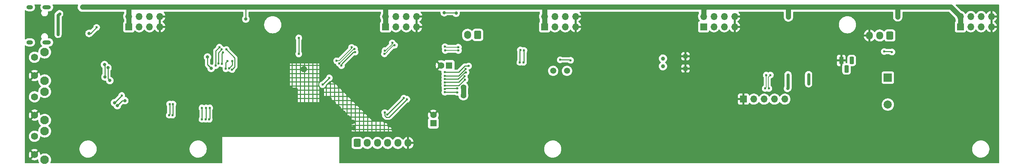
<source format=gbr>
%TF.GenerationSoftware,KiCad,Pcbnew,(6.0.4)*%
%TF.CreationDate,2022-07-12T22:37:10+02:00*%
%TF.ProjectId,Time-O-Mat_MoBo_H02,54696d65-2d4f-42d4-9d61-745f4d6f426f,rev?*%
%TF.SameCoordinates,Original*%
%TF.FileFunction,Copper,L2,Bot*%
%TF.FilePolarity,Positive*%
%FSLAX46Y46*%
G04 Gerber Fmt 4.6, Leading zero omitted, Abs format (unit mm)*
G04 Created by KiCad (PCBNEW (6.0.4)) date 2022-07-12 22:37:10*
%MOMM*%
%LPD*%
G01*
G04 APERTURE LIST*
G04 Aperture macros list*
%AMRoundRect*
0 Rectangle with rounded corners*
0 $1 Rounding radius*
0 $2 $3 $4 $5 $6 $7 $8 $9 X,Y pos of 4 corners*
0 Add a 4 corners polygon primitive as box body*
4,1,4,$2,$3,$4,$5,$6,$7,$8,$9,$2,$3,0*
0 Add four circle primitives for the rounded corners*
1,1,$1+$1,$2,$3*
1,1,$1+$1,$4,$5*
1,1,$1+$1,$6,$7*
1,1,$1+$1,$8,$9*
0 Add four rect primitives between the rounded corners*
20,1,$1+$1,$2,$3,$4,$5,0*
20,1,$1+$1,$4,$5,$6,$7,0*
20,1,$1+$1,$6,$7,$8,$9,0*
20,1,$1+$1,$8,$9,$2,$3,0*%
G04 Aperture macros list end*
%TA.AperFunction,ComponentPad*%
%ADD10C,2.100000*%
%TD*%
%TA.AperFunction,ComponentPad*%
%ADD11C,1.750000*%
%TD*%
%TA.AperFunction,ComponentPad*%
%ADD12O,2.100000X1.000000*%
%TD*%
%TA.AperFunction,ComponentPad*%
%ADD13O,1.600000X1.000000*%
%TD*%
%TA.AperFunction,ComponentPad*%
%ADD14RoundRect,0.250000X-0.600000X-0.725000X0.600000X-0.725000X0.600000X0.725000X-0.600000X0.725000X0*%
%TD*%
%TA.AperFunction,ComponentPad*%
%ADD15O,1.700000X1.950000*%
%TD*%
%TA.AperFunction,ComponentPad*%
%ADD16R,1.700000X1.700000*%
%TD*%
%TA.AperFunction,ComponentPad*%
%ADD17O,1.700000X1.700000*%
%TD*%
%TA.AperFunction,ComponentPad*%
%ADD18C,1.000000*%
%TD*%
%TA.AperFunction,ComponentPad*%
%ADD19R,1.000000X1.000000*%
%TD*%
%TA.AperFunction,ComponentPad*%
%ADD20R,1.600000X1.600000*%
%TD*%
%TA.AperFunction,ComponentPad*%
%ADD21C,1.600000*%
%TD*%
%TA.AperFunction,ComponentPad*%
%ADD22RoundRect,0.250000X0.600000X0.725000X-0.600000X0.725000X-0.600000X-0.725000X0.600000X-0.725000X0*%
%TD*%
%TA.AperFunction,ComponentPad*%
%ADD23R,2.000000X2.000000*%
%TD*%
%TA.AperFunction,ComponentPad*%
%ADD24C,2.000000*%
%TD*%
%TA.AperFunction,ComponentPad*%
%ADD25C,1.500000*%
%TD*%
%TA.AperFunction,ComponentPad*%
%ADD26RoundRect,0.250000X0.600000X0.750000X-0.600000X0.750000X-0.600000X-0.750000X0.600000X-0.750000X0*%
%TD*%
%TA.AperFunction,ComponentPad*%
%ADD27O,1.700000X2.000000*%
%TD*%
%TA.AperFunction,ComponentPad*%
%ADD28R,1.100000X1.800000*%
%TD*%
%TA.AperFunction,ComponentPad*%
%ADD29RoundRect,0.275000X-0.275000X-0.625000X0.275000X-0.625000X0.275000X0.625000X-0.275000X0.625000X0*%
%TD*%
%TA.AperFunction,ViaPad*%
%ADD30C,0.600000*%
%TD*%
%TA.AperFunction,ViaPad*%
%ADD31C,1.000000*%
%TD*%
%TA.AperFunction,ViaPad*%
%ADD32C,0.800000*%
%TD*%
%TA.AperFunction,ViaPad*%
%ADD33C,1.400000*%
%TD*%
%TA.AperFunction,Conductor*%
%ADD34C,1.270000*%
%TD*%
%TA.AperFunction,Conductor*%
%ADD35C,0.254000*%
%TD*%
%TA.AperFunction,Conductor*%
%ADD36C,0.762000*%
%TD*%
%TA.AperFunction,Conductor*%
%ADD37C,0.203200*%
%TD*%
G04 APERTURE END LIST*
D10*
%TO.P,SW3,*%
%TO.N,*%
X5352500Y-38625000D03*
X5352500Y-31615000D03*
D11*
%TO.P,SW3,1,A*%
%TO.N,GND*%
X2862500Y-37375000D03*
%TO.P,SW3,2,B*%
%TO.N,BUTTON3*%
X2862500Y-32875000D03*
%TD*%
D12*
%TO.P,J7,S1,SHIELD*%
%TO.N,unconnected-(J7-PadS1)*%
X5870000Y-1180000D03*
D13*
X1690000Y-9820000D03*
D12*
X5870000Y-9820000D03*
D13*
X1690000Y-1180000D03*
%TD*%
D10*
%TO.P,SW1,*%
%TO.N,*%
X5352500Y-12215000D03*
X5352500Y-19225000D03*
D11*
%TO.P,SW1,1,A*%
%TO.N,GND*%
X2862500Y-17975000D03*
%TO.P,SW1,2,B*%
%TO.N,BUTTON1*%
X2862500Y-13475000D03*
%TD*%
D14*
%TO.P,J6,1,Pin_1*%
%TO.N,TOUCH9*%
X82000000Y-34500000D03*
D15*
%TO.P,J6,2,Pin_2*%
%TO.N,TOUCH8*%
X84500000Y-34500000D03*
%TO.P,J6,3,Pin_3*%
%TO.N,TOUCH7*%
X87000000Y-34500000D03*
%TO.P,J6,4,Pin_4*%
%TO.N,TOUCH6*%
X89500000Y-34500000D03*
%TO.P,J6,5,Pin_5*%
%TO.N,TOUCH5*%
X92000000Y-34500000D03*
%TO.P,J6,6,Pin_6*%
%TO.N,GND*%
X94500000Y-34500000D03*
%TD*%
D16*
%TO.P,J4,1,Pin_1*%
%TO.N,+5V*%
X167000000Y-6000000D03*
D17*
%TO.P,J4,2,Pin_2*%
X167000000Y-3460000D03*
%TO.P,J4,3,Pin_3*%
%TO.N,Net-(J3-Pad5)*%
X169540000Y-6000000D03*
%TO.P,J4,4,Pin_4*%
X169540000Y-3460000D03*
%TO.P,J4,5,Pin_5*%
%TO.N,Net-(J4-Pad5)*%
X172080000Y-6000000D03*
%TO.P,J4,6,Pin_6*%
X172080000Y-3460000D03*
%TO.P,J4,7,Pin_7*%
%TO.N,GND*%
X174620000Y-6000000D03*
%TO.P,J4,8,Pin_8*%
X174620000Y-3460000D03*
%TD*%
D18*
%TO.P,Y1,1,1*%
%TO.N,Net-(C8-Pad1)*%
X157036000Y-15682000D03*
%TO.P,Y1,2,2*%
%TO.N,Net-(C9-Pad1)*%
X157036000Y-13782000D03*
D19*
%TO.P,Y1,3,3*%
%TO.N,GND*%
X162536000Y-16232000D03*
X162536000Y-13232000D03*
%TD*%
D16*
%TO.P,J3,1,Pin_1*%
%TO.N,+5V*%
X128000000Y-6000000D03*
D17*
%TO.P,J3,2,Pin_2*%
X128000000Y-3460000D03*
%TO.P,J3,3,Pin_3*%
%TO.N,Net-(J2-Pad5)*%
X130540000Y-6000000D03*
%TO.P,J3,4,Pin_4*%
X130540000Y-3460000D03*
%TO.P,J3,5,Pin_5*%
%TO.N,Net-(J3-Pad5)*%
X133080000Y-6000000D03*
%TO.P,J3,6,Pin_6*%
X133080000Y-3460000D03*
%TO.P,J3,7,Pin_7*%
%TO.N,GND*%
X135620000Y-6000000D03*
%TO.P,J3,8,Pin_8*%
X135620000Y-3460000D03*
%TD*%
D20*
%TO.P,C19,1*%
%TO.N,+3V3*%
X100711000Y-29657113D03*
D21*
%TO.P,C19,2*%
%TO.N,GND*%
X100711000Y-27657113D03*
%TD*%
D20*
%TO.P,C11,1*%
%TO.N,+5V*%
X104587113Y-15494000D03*
D21*
%TO.P,C11,2*%
%TO.N,GND*%
X102587113Y-15494000D03*
%TD*%
D22*
%TO.P,J8,1,Pin_1*%
%TO.N,+5V*%
X212700000Y-8140000D03*
D15*
%TO.P,J8,2,Pin_2*%
%TO.N,Net-(J5-Pad5)*%
X210200000Y-8140000D03*
%TO.P,J8,3,Pin_3*%
%TO.N,GND*%
X207700000Y-8140000D03*
%TD*%
D16*
%TO.P,J2,1,Pin_1*%
%TO.N,+5V*%
X89000000Y-6000000D03*
D17*
%TO.P,J2,2,Pin_2*%
X89000000Y-3460000D03*
%TO.P,J2,3,Pin_3*%
%TO.N,Net-(J1-Pad5)*%
X91540000Y-6000000D03*
%TO.P,J2,4,Pin_4*%
X91540000Y-3460000D03*
%TO.P,J2,5,Pin_5*%
%TO.N,Net-(J2-Pad5)*%
X94080000Y-6000000D03*
%TO.P,J2,6,Pin_6*%
X94080000Y-3460000D03*
%TO.P,J2,7,Pin_7*%
%TO.N,GND*%
X96620000Y-6000000D03*
%TO.P,J2,8,Pin_8*%
X96620000Y-3460000D03*
%TD*%
D23*
%TO.P,BZ1,1,-*%
%TO.N,+5V*%
X212204000Y-18486000D03*
D24*
%TO.P,BZ1,2,+*%
%TO.N,Net-(BZ1-Pad2)*%
X212204000Y-25086000D03*
%TD*%
D16*
%TO.P,J1,1,Pin_1*%
%TO.N,+5V*%
X26000000Y-6000000D03*
D17*
%TO.P,J1,2,Pin_2*%
X26000000Y-3460000D03*
%TO.P,J1,3,Pin_3*%
%TO.N,WS2812*%
X28540000Y-6000000D03*
%TO.P,J1,4,Pin_4*%
X28540000Y-3460000D03*
%TO.P,J1,5,Pin_5*%
%TO.N,Net-(J1-Pad5)*%
X31080000Y-6000000D03*
%TO.P,J1,6,Pin_6*%
X31080000Y-3460000D03*
%TO.P,J1,7,Pin_7*%
%TO.N,GND*%
X33620000Y-6000000D03*
%TO.P,J1,8,Pin_8*%
X33620000Y-3460000D03*
%TD*%
D16*
%TO.P,J9,1,Pin_1*%
%TO.N,GND*%
X176789000Y-23749000D03*
D17*
%TO.P,J9,2,Pin_2*%
%TO.N,I2C_SCL*%
X179329000Y-23749000D03*
%TO.P,J9,3,Pin_3*%
%TO.N,I2C_SDA*%
X181869000Y-23749000D03*
%TO.P,J9,4,Pin_4*%
%TO.N,+3V3*%
X184409000Y-23749000D03*
%TO.P,J9,5,Pin_5*%
%TO.N,+5V*%
X186949000Y-23749000D03*
%TD*%
D16*
%TO.P,J5,1,Pin_1*%
%TO.N,+5V*%
X230000000Y-6000000D03*
D17*
%TO.P,J5,2,Pin_2*%
X230000000Y-3460000D03*
%TO.P,J5,3,Pin_3*%
%TO.N,Net-(J4-Pad5)*%
X232540000Y-6000000D03*
%TO.P,J5,4,Pin_4*%
X232540000Y-3460000D03*
%TO.P,J5,5,Pin_5*%
%TO.N,Net-(J5-Pad5)*%
X235080000Y-6000000D03*
%TO.P,J5,6,Pin_6*%
X235080000Y-3460000D03*
%TO.P,J5,7,Pin_7*%
%TO.N,GND*%
X237620000Y-6000000D03*
%TO.P,J5,8,Pin_8*%
X237620000Y-3460000D03*
%TD*%
D10*
%TO.P,SW2,*%
%TO.N,*%
X5352500Y-21915000D03*
X5352500Y-28925000D03*
D11*
%TO.P,SW2,1,A*%
%TO.N,GND*%
X2862500Y-27675000D03*
%TO.P,SW2,2,B*%
%TO.N,BUTTON2*%
X2862500Y-23175000D03*
%TD*%
D25*
%TO.P,R14,1*%
%TO.N,+3V3*%
X133500000Y-16800000D03*
%TO.P,R14,2*%
%TO.N,Net-(R14-Pad2)*%
X130100000Y-16800000D03*
%TD*%
D26*
%TO.P,R12,1*%
%TO.N,+3V3*%
X111600000Y-8001000D03*
D27*
%TO.P,R12,2*%
%TO.N,Net-(R12-Pad2)*%
X109100000Y-8001000D03*
%TD*%
D28*
%TO.P,U2,1,GND*%
%TO.N,GND*%
X200787000Y-14254000D03*
D29*
%TO.P,U2,2,DQ*%
%TO.N,TEMPERATURE*%
X202057000Y-16324000D03*
%TO.P,U2,3,VDD*%
%TO.N,+3V3*%
X203327000Y-14254000D03*
%TD*%
D30*
%TO.N,+5V*%
X187579000Y-21134500D03*
D31*
X187800000Y-3600000D03*
D32*
X54700000Y-4100000D03*
D30*
X9017000Y-2794000D03*
D32*
X214630000Y-3556000D03*
D31*
X17516480Y-1152520D03*
X14595480Y-1152520D03*
D30*
X187706000Y-17768480D03*
X8636000Y-7874000D03*
D31*
X15992480Y-1152520D03*
D30*
%TO.N,+3V3*%
X192773000Y-20000000D03*
D33*
X108077000Y-22870500D03*
X108077000Y-20817500D03*
D30*
X192773000Y-17714000D03*
D32*
%TO.N,GND*%
X65278000Y-24130000D03*
D30*
X79883000Y-22733000D03*
X88900000Y-29083000D03*
D32*
X43333500Y-13202500D03*
D30*
X90932000Y-31115000D03*
X79819500Y-28257500D03*
X84010500Y-26860500D03*
D32*
X66294000Y-22098000D03*
D30*
X81026000Y-23876000D03*
D32*
X65278000Y-26162000D03*
D31*
X109360995Y-25767005D03*
D32*
X65278000Y-25146000D03*
D30*
X87630000Y-28702000D03*
D32*
X64262000Y-24130000D03*
X66294000Y-26162000D03*
D30*
X84963000Y-27813000D03*
D32*
X64262000Y-26162000D03*
X63246000Y-22098000D03*
D30*
X24638000Y-13354000D03*
D32*
X66294000Y-24130000D03*
X101346000Y-24003000D03*
X63246000Y-24130000D03*
D30*
X8509000Y-16510000D03*
X78740000Y-21590000D03*
D32*
X152400000Y-21209000D03*
D30*
X81153000Y-30861000D03*
D32*
X62230000Y-26162000D03*
X143200000Y-27000000D03*
X64262000Y-25146000D03*
D30*
X36703000Y-12319000D03*
X8509000Y-35941000D03*
D32*
X154940000Y-10668000D03*
D30*
X202552000Y-26096000D03*
X8509000Y-26162000D03*
D32*
X66294000Y-23114000D03*
D30*
X75247500Y-23685500D03*
X77724000Y-20574000D03*
D32*
X114929286Y-26802714D03*
D30*
X13843000Y-9525000D03*
X80899000Y-29337000D03*
X82994500Y-25844500D03*
D32*
X38500000Y-23100000D03*
X65278000Y-22098000D03*
X62230000Y-23114000D03*
X62230000Y-22098000D03*
D30*
X86106000Y-28702000D03*
X73660000Y-23622000D03*
D32*
X154940000Y-18415000D03*
D31*
X8382000Y-1397000D03*
D30*
X76390500Y-19240500D03*
D32*
X62230000Y-25146000D03*
D30*
X185400000Y-13400000D03*
D32*
X114046000Y-8890000D03*
X64262000Y-22098000D03*
D33*
X69596000Y-31623000D03*
D32*
X13400000Y-14900000D03*
D33*
X68961000Y-16383000D03*
D31*
X109347000Y-24511000D03*
D32*
X64262000Y-23114000D03*
D30*
X89916000Y-30099000D03*
D32*
X88392000Y-22098000D03*
D30*
X82042000Y-24892000D03*
D32*
X66294000Y-25146000D03*
X65278000Y-23114000D03*
D30*
X76263500Y-24701500D03*
D31*
X8763000Y-9144000D03*
D32*
X113030000Y-25781000D03*
X63246000Y-26162000D03*
X63246000Y-25146000D03*
D30*
X78676500Y-27114500D03*
D32*
X95600000Y-13200000D03*
D30*
X11684000Y-10541000D03*
D32*
X133259000Y-21000000D03*
X63246000Y-23114000D03*
D33*
X57023000Y-31623000D03*
D32*
X124587000Y-25146000D03*
D30*
X77470000Y-25908000D03*
D32*
X120523000Y-10414000D03*
D30*
X14900000Y-2900000D03*
D32*
X62230000Y-24130000D03*
%TO.N,/USB+Power/ESP_RST*%
X46200000Y-16200000D03*
X45300000Y-13400000D03*
D30*
%TO.N,BUTTON1*%
X43942000Y-25908000D03*
X43942000Y-28702000D03*
%TO.N,BUTTON2*%
X44958000Y-25908000D03*
X44831000Y-28702000D03*
%TO.N,BUTTON3*%
X45720000Y-28702000D03*
X45847000Y-25908000D03*
D32*
%TO.N,Net-(J2-Pad5)*%
X106299000Y-2667000D03*
X103378000Y-2540000D03*
D30*
%TO.N,Net-(J5-Pad5)*%
X213209858Y-12190358D03*
X211323500Y-12065000D03*
%TO.N,CC2*%
X51381318Y-14374115D03*
X50583079Y-16172816D03*
D32*
X25024714Y-24124286D03*
X23180041Y-25350469D03*
D30*
%TO.N,CC1*%
X49795660Y-16311293D03*
D32*
X22473286Y-24643714D03*
D30*
X50171799Y-14408422D03*
X24257000Y-22860000D03*
%TO.N,BUZZER*%
X51308000Y-16510000D03*
X103505000Y-18833503D03*
X122936000Y-11802500D03*
X122809000Y-14732000D03*
X108728755Y-17169473D03*
X49911000Y-11557000D03*
%TO.N,TEMPERATURE*%
X122047000Y-11684000D03*
X103505000Y-18034000D03*
X108585000Y-16383000D03*
X121920000Y-14732000D03*
X36830000Y-24954980D03*
X36703000Y-27686000D03*
X48792077Y-11560474D03*
X47963583Y-14974897D03*
D32*
%TO.N,/USB+Power/ESP_RX*%
X20146583Y-18296690D03*
X20038893Y-15274288D03*
%TO.N,/USB+Power/ESP_TX*%
X20873083Y-16056188D03*
X21336000Y-19177000D03*
D30*
%TO.N,LIGHT1*%
X93472000Y-23495000D03*
X106545000Y-21098497D03*
X103567049Y-21244847D03*
X89408000Y-27559000D03*
%TO.N,LIGHT2*%
X88773000Y-27051000D03*
X103522483Y-22043107D03*
X94214320Y-23791928D03*
X106545000Y-22098000D03*
%TO.N,SCLK*%
X103505295Y-20447733D03*
X108461250Y-18944435D03*
X75184000Y-18542000D03*
X73533000Y-20193000D03*
X78176371Y-15549629D03*
X81521608Y-12204392D03*
%TO.N,CE*%
X67691000Y-12655060D03*
X108341402Y-18153966D03*
X67700000Y-8728049D03*
X103505000Y-19633006D03*
%TO.N,I2C_SCL*%
X88708003Y-12637997D03*
X77611037Y-14984295D03*
X106852990Y-11811000D03*
X182118000Y-21134500D03*
X91189972Y-10517974D03*
X81371872Y-11419036D03*
X103626500Y-11811000D03*
X182372000Y-17849500D03*
%TO.N,I2C_SDA*%
X183007000Y-21134500D03*
X80660789Y-11053570D03*
X76969863Y-14343137D03*
X103546292Y-10880708D03*
X106852990Y-11011497D03*
X88822600Y-11846750D03*
X90624639Y-9952641D03*
X183388000Y-17849500D03*
%TO.N,IO*%
X36030497Y-24954980D03*
X131826000Y-14097000D03*
X47337083Y-15540502D03*
X48216051Y-11006039D03*
X134366000Y-14224000D03*
X109347000Y-15621000D03*
X103505000Y-17145000D03*
X35903497Y-27686000D03*
%TO.N,Net-(Q4-Pad2)*%
X48855875Y-15088568D03*
X49070836Y-12309805D03*
%TO.N,Net-(J7-PadA5)*%
X18101234Y-6153364D03*
D32*
X16256000Y-7620000D03*
%TD*%
D34*
%TO.N,+5V*%
X89000000Y-1200000D02*
X88952520Y-1152520D01*
D35*
X54700000Y-1500000D02*
X55047480Y-1152520D01*
D36*
X8636000Y-3175000D02*
X9017000Y-2794000D01*
D34*
X227692520Y-1152520D02*
X230000000Y-3460000D01*
D36*
X8636000Y-7874000D02*
X8636000Y-3175000D01*
D34*
X187652520Y-1152520D02*
X214385520Y-1152520D01*
X167447480Y-1152520D02*
X187652520Y-1152520D01*
X26000000Y-1200000D02*
X25952520Y-1152520D01*
X214385520Y-1152520D02*
X227692520Y-1152520D01*
X230000000Y-3460000D02*
X230000000Y-6000000D01*
X128000000Y-1400000D02*
X127752520Y-1152520D01*
X214630000Y-3556000D02*
X214630000Y-1397000D01*
X214630000Y-1397000D02*
X214385520Y-1152520D01*
X187800000Y-3600000D02*
X187800000Y-1300000D01*
X187800000Y-1300000D02*
X187652520Y-1152520D01*
D36*
X187706000Y-17768480D02*
X187706000Y-21007500D01*
D34*
X14595480Y-1152520D02*
X25952520Y-1152520D01*
X167000000Y-3460000D02*
X167000000Y-1600000D01*
X55047480Y-1152520D02*
X88952520Y-1152520D01*
D36*
X187706000Y-21007500D02*
X187579000Y-21134500D01*
D34*
X26000000Y-6000000D02*
X26000000Y-1200000D01*
X88952520Y-1152520D02*
X127752520Y-1152520D01*
X128000000Y-6000000D02*
X128000000Y-1400000D01*
D35*
X54700000Y-4100000D02*
X54700000Y-1500000D01*
D34*
X127752520Y-1152520D02*
X167447480Y-1152520D01*
X25952520Y-1152520D02*
X55047480Y-1152520D01*
X167000000Y-1600000D02*
X167447480Y-1152520D01*
X89000000Y-6000000D02*
X89000000Y-1200000D01*
D36*
%TO.N,+3V3*%
X192773000Y-17714000D02*
X192773000Y-20000000D01*
D34*
X108077000Y-22870500D02*
X108077000Y-20817500D01*
D35*
%TO.N,/USB+Power/ESP_RST*%
X45300000Y-13400000D02*
X45300000Y-15300000D01*
X45300000Y-15300000D02*
X46200000Y-16200000D01*
%TO.N,BUTTON1*%
X43942000Y-25908000D02*
X43942000Y-28702000D01*
%TO.N,BUTTON2*%
X44831000Y-28702000D02*
X44958000Y-28575000D01*
X44958000Y-28575000D02*
X44958000Y-25908000D01*
%TO.N,BUTTON3*%
X45847000Y-28575000D02*
X45720000Y-28702000D01*
X45847000Y-25908000D02*
X45847000Y-28575000D01*
%TO.N,Net-(J2-Pad5)*%
X103378000Y-2540000D02*
X106172000Y-2540000D01*
X106172000Y-2540000D02*
X106299000Y-2667000D01*
%TO.N,Net-(J5-Pad5)*%
X213084500Y-12065000D02*
X211323500Y-12065000D01*
X213209858Y-12190358D02*
X213084500Y-12065000D01*
%TO.N,CC2*%
X24406224Y-24124286D02*
X23180041Y-25350469D01*
X51381318Y-15374577D02*
X51381318Y-14374115D01*
X50583079Y-16172816D02*
X51381318Y-15374577D01*
X25024714Y-24124286D02*
X24406224Y-24124286D01*
%TO.N,CC1*%
X24257000Y-22860000D02*
X22473286Y-24643714D01*
X49795660Y-14784561D02*
X50171799Y-14408422D01*
X49795660Y-16311293D02*
X49795660Y-14784561D01*
%TO.N,BUZZER*%
X51308000Y-16510000D02*
X52007819Y-15810181D01*
X122809000Y-14732000D02*
X122936000Y-14605000D01*
X122936000Y-14605000D02*
X122936000Y-11802500D01*
X108439889Y-17169473D02*
X108728755Y-17169473D01*
X103505000Y-18833503D02*
X106775859Y-18833503D01*
X52007819Y-15810181D02*
X52007819Y-13653819D01*
X106775859Y-18833503D02*
X108439889Y-17169473D01*
X52007819Y-13653819D02*
X49911000Y-11557000D01*
%TO.N,TEMPERATURE*%
X106934000Y-18034000D02*
X108585000Y-16383000D01*
X36830000Y-24954980D02*
X36830000Y-27559000D01*
X47963583Y-14974897D02*
X47963583Y-12388968D01*
X121920000Y-11811000D02*
X122047000Y-11684000D01*
X36830000Y-27559000D02*
X36703000Y-27686000D01*
X47963583Y-12388968D02*
X48792077Y-11560474D01*
X103505000Y-18034000D02*
X106934000Y-18034000D01*
X121920000Y-14732000D02*
X121920000Y-11811000D01*
%TO.N,/USB+Power/ESP_RX*%
X20146583Y-18296690D02*
X20146583Y-15381978D01*
X20146583Y-15381978D02*
X20038893Y-15274288D01*
%TO.N,/USB+Power/ESP_TX*%
X20873083Y-18714083D02*
X20873083Y-16056188D01*
X21336000Y-19177000D02*
X20873083Y-18714083D01*
%TO.N,LIGHT1*%
X89408000Y-27559000D02*
X93472000Y-23495000D01*
X106545000Y-21098497D02*
X103713399Y-21098497D01*
X103713399Y-21098497D02*
X103567049Y-21244847D01*
%TO.N,LIGHT2*%
X106490107Y-22043107D02*
X103522483Y-22043107D01*
X88773000Y-27051000D02*
X88773000Y-27810021D01*
X89148490Y-28185511D02*
X89820737Y-28185511D01*
X89820737Y-28185511D02*
X94214320Y-23791928D01*
X88773000Y-27810021D02*
X89148490Y-28185511D01*
X106545000Y-22098000D02*
X106490107Y-22043107D01*
%TO.N,SCLK*%
X103505295Y-20447733D02*
X106957952Y-20447733D01*
X78237548Y-15107452D02*
X81140608Y-12204392D01*
X73533000Y-20193000D02*
X75184000Y-18542000D01*
X106957952Y-20447733D02*
X108461250Y-18944435D01*
X78176371Y-15549629D02*
X78237548Y-15488452D01*
X81140608Y-12204392D02*
X81521608Y-12204392D01*
X78237548Y-15488452D02*
X78237548Y-15107452D01*
%TO.N,CE*%
X67691000Y-8737049D02*
X67691000Y-12655060D01*
X103505000Y-19633006D02*
X103580006Y-19558000D01*
X103580006Y-19558000D02*
X106937368Y-19558000D01*
X67700000Y-8728049D02*
X67691000Y-8737049D01*
X106937368Y-19558000D02*
X108341402Y-18153966D01*
D37*
%TO.N,I2C_SCL*%
X88881453Y-12637997D02*
X88708003Y-12637997D01*
X81176296Y-11419036D02*
X81371872Y-11419036D01*
X182372000Y-20880500D02*
X182118000Y-21134500D01*
X89423711Y-12003653D02*
X89423711Y-12095739D01*
X91189972Y-10517974D02*
X90909390Y-10517974D01*
X182372000Y-17849500D02*
X182372000Y-20880500D01*
X77611037Y-14984295D02*
X81176296Y-11419036D01*
X103626500Y-11811000D02*
X106852990Y-11811000D01*
X90909390Y-10517974D02*
X89423711Y-12003653D01*
X89423711Y-12095739D02*
X88881453Y-12637997D01*
%TO.N,I2C_SDA*%
X80660789Y-11287211D02*
X77604863Y-14343137D01*
X183388000Y-17849500D02*
X182880000Y-18357500D01*
X89011082Y-11846750D02*
X88822600Y-11846750D01*
X103717708Y-10880708D02*
X103848497Y-11011497D01*
X103848497Y-11011497D02*
X106852990Y-11011497D01*
X103546292Y-10880708D02*
X103717708Y-10880708D01*
X182880000Y-21007500D02*
X183007000Y-21134500D01*
X77604863Y-14343137D02*
X76969863Y-14343137D01*
X182880000Y-18357500D02*
X182880000Y-21007500D01*
X90624639Y-10233193D02*
X89011082Y-11846750D01*
X80660789Y-11053570D02*
X80660789Y-11287211D01*
X90624639Y-9952641D02*
X90624639Y-10233193D01*
D35*
%TO.N,IO*%
X134239000Y-14097000D02*
X134366000Y-14224000D01*
X47337083Y-15540502D02*
X47337083Y-11885007D01*
X131826000Y-14097000D02*
X134239000Y-14097000D01*
X108458000Y-15621000D02*
X109347000Y-15621000D01*
X106934000Y-17145000D02*
X108458000Y-15621000D01*
X103505000Y-17145000D02*
X106934000Y-17145000D01*
X47337083Y-11885007D02*
X48216051Y-11006039D01*
X36030497Y-27559000D02*
X35903497Y-27686000D01*
X36030497Y-24954980D02*
X36030497Y-27559000D01*
%TO.N,Net-(Q4-Pad2)*%
X48855875Y-12524766D02*
X49070836Y-12309805D01*
X48855875Y-15088568D02*
X48855875Y-12524766D01*
%TO.N,Net-(J7-PadA5)*%
X16256000Y-7620000D02*
X16634598Y-7620000D01*
X16634598Y-7620000D02*
X18101234Y-6153364D01*
%TD*%
%TA.AperFunction,Conductor*%
%TO.N,GND*%
G36*
X73152000Y-19478091D02*
G01*
X73038095Y-19548166D01*
X73038092Y-19548168D01*
X73032088Y-19551862D01*
X73027053Y-19556793D01*
X73027050Y-19556795D01*
X72907525Y-19673843D01*
X72902493Y-19678771D01*
X72804235Y-19831238D01*
X72801826Y-19837858D01*
X72801824Y-19837861D01*
X72744606Y-19995066D01*
X72742197Y-20001685D01*
X72719463Y-20181640D01*
X72737163Y-20362160D01*
X72794418Y-20534273D01*
X72888380Y-20689424D01*
X72893269Y-20694487D01*
X72893270Y-20694488D01*
X72914027Y-20715982D01*
X73014382Y-20819902D01*
X73043648Y-20839053D01*
X73152000Y-20909957D01*
X73152000Y-25146000D01*
X67056000Y-25146000D01*
X67056000Y-24520000D01*
X67461400Y-24520000D01*
X67947000Y-24520000D01*
X68200000Y-24520000D01*
X68964000Y-24520000D01*
X69217000Y-24520000D01*
X69981000Y-24520000D01*
X70234000Y-24520000D01*
X70998000Y-24520000D01*
X71251000Y-24520000D01*
X72015000Y-24520000D01*
X72268000Y-24520000D01*
X72746600Y-24520000D01*
X72746600Y-23756000D01*
X72268000Y-23756000D01*
X72268000Y-24520000D01*
X72015000Y-24520000D01*
X72015000Y-23756000D01*
X71251000Y-23756000D01*
X71251000Y-24520000D01*
X70998000Y-24520000D01*
X70998000Y-23756000D01*
X70234000Y-23756000D01*
X70234000Y-24520000D01*
X69981000Y-24520000D01*
X69981000Y-23756000D01*
X69217000Y-23756000D01*
X69217000Y-24520000D01*
X68964000Y-24520000D01*
X68964000Y-23756000D01*
X68200000Y-23756000D01*
X68200000Y-24520000D01*
X67947000Y-24520000D01*
X67947000Y-23756000D01*
X67461400Y-23756000D01*
X67461400Y-24520000D01*
X67056000Y-24520000D01*
X67056000Y-23503000D01*
X67461400Y-23503000D01*
X67947000Y-23503000D01*
X68200000Y-23503000D01*
X68964000Y-23503000D01*
X69217000Y-23503000D01*
X69981000Y-23503000D01*
X70234000Y-23503000D01*
X70998000Y-23503000D01*
X71251000Y-23503000D01*
X72015000Y-23503000D01*
X72268000Y-23503000D01*
X72746600Y-23503000D01*
X72746600Y-22739000D01*
X72268000Y-22739000D01*
X72268000Y-23503000D01*
X72015000Y-23503000D01*
X72015000Y-22739000D01*
X71251000Y-22739000D01*
X71251000Y-23503000D01*
X70998000Y-23503000D01*
X70998000Y-22739000D01*
X70234000Y-22739000D01*
X70234000Y-23503000D01*
X69981000Y-23503000D01*
X69981000Y-22739000D01*
X69217000Y-22739000D01*
X69217000Y-23503000D01*
X68964000Y-23503000D01*
X68964000Y-22739000D01*
X68200000Y-22739000D01*
X68200000Y-23503000D01*
X67947000Y-23503000D01*
X67947000Y-22739000D01*
X67461400Y-22739000D01*
X67461400Y-23503000D01*
X67056000Y-23503000D01*
X67056000Y-22486000D01*
X67461400Y-22486000D01*
X67947000Y-22486000D01*
X68200000Y-22486000D01*
X68964000Y-22486000D01*
X69217000Y-22486000D01*
X69981000Y-22486000D01*
X70234000Y-22486000D01*
X70998000Y-22486000D01*
X71251000Y-22486000D01*
X72015000Y-22486000D01*
X72268000Y-22486000D01*
X72746600Y-22486000D01*
X72746600Y-21722000D01*
X72268000Y-21722000D01*
X72268000Y-22486000D01*
X72015000Y-22486000D01*
X72015000Y-21722000D01*
X71251000Y-21722000D01*
X71251000Y-22486000D01*
X70998000Y-22486000D01*
X70998000Y-21722000D01*
X70234000Y-21722000D01*
X70234000Y-22486000D01*
X69981000Y-22486000D01*
X69981000Y-21722000D01*
X69217000Y-21722000D01*
X69217000Y-22486000D01*
X68964000Y-22486000D01*
X68964000Y-21722000D01*
X68200000Y-21722000D01*
X68200000Y-22486000D01*
X67947000Y-22486000D01*
X67947000Y-21722000D01*
X67461400Y-21722000D01*
X67461400Y-22486000D01*
X67056000Y-22486000D01*
X67056000Y-21336000D01*
X65151000Y-21336000D01*
X65151000Y-20953393D01*
X67183000Y-20953393D01*
X67187503Y-20954289D01*
X67232924Y-20973103D01*
X67323568Y-21033669D01*
X67358331Y-21068432D01*
X67418897Y-21159076D01*
X67437711Y-21204497D01*
X67458979Y-21311419D01*
X67461400Y-21336000D01*
X67461400Y-21469000D01*
X67947000Y-21469000D01*
X68200000Y-21469000D01*
X68964000Y-21469000D01*
X69217000Y-21469000D01*
X69981000Y-21469000D01*
X70234000Y-21469000D01*
X70998000Y-21469000D01*
X71251000Y-21469000D01*
X72015000Y-21469000D01*
X72268000Y-21469000D01*
X72746600Y-21469000D01*
X72746600Y-20941938D01*
X72688836Y-20882122D01*
X72684085Y-20876920D01*
X72682232Y-20874773D01*
X72677790Y-20869325D01*
X72660651Y-20847069D01*
X72656525Y-20841392D01*
X72654923Y-20839053D01*
X72651102Y-20833124D01*
X72573508Y-20705000D01*
X72268000Y-20705000D01*
X72268000Y-21469000D01*
X72015000Y-21469000D01*
X72015000Y-20705000D01*
X71251000Y-20705000D01*
X71251000Y-21469000D01*
X70998000Y-21469000D01*
X70998000Y-20705000D01*
X70234000Y-20705000D01*
X70234000Y-21469000D01*
X69981000Y-21469000D01*
X69981000Y-20705000D01*
X69217000Y-20705000D01*
X69217000Y-21469000D01*
X68964000Y-21469000D01*
X68964000Y-20705000D01*
X68200000Y-20705000D01*
X68200000Y-21469000D01*
X67947000Y-21469000D01*
X67947000Y-20705000D01*
X67183000Y-20705000D01*
X67183000Y-20953393D01*
X65151000Y-20953393D01*
X65151000Y-20930600D01*
X66166000Y-20930600D01*
X66930000Y-20930600D01*
X66930000Y-20705000D01*
X66166000Y-20705000D01*
X66166000Y-20930600D01*
X65151000Y-20930600D01*
X65151000Y-20452000D01*
X65556400Y-20452000D01*
X65913000Y-20452000D01*
X66166000Y-20452000D01*
X66930000Y-20452000D01*
X67183000Y-20452000D01*
X67947000Y-20452000D01*
X68200000Y-20452000D01*
X68964000Y-20452000D01*
X69217000Y-20452000D01*
X69981000Y-20452000D01*
X70234000Y-20452000D01*
X70998000Y-20452000D01*
X71251000Y-20452000D01*
X72015000Y-20452000D01*
X72268000Y-20452000D01*
X72474704Y-20452000D01*
X72473946Y-20449722D01*
X72471916Y-20443001D01*
X72471172Y-20440264D01*
X72469514Y-20433412D01*
X72463673Y-20405935D01*
X72462404Y-20399022D01*
X72461970Y-20396220D01*
X72461086Y-20389229D01*
X72443386Y-20208709D01*
X72442896Y-20201700D01*
X72442777Y-20198866D01*
X72442678Y-20191817D01*
X72443071Y-20163730D01*
X72443366Y-20156696D01*
X72443564Y-20153867D01*
X72444251Y-20146872D01*
X72466985Y-19966917D01*
X72468063Y-19959950D01*
X72468575Y-19957162D01*
X72470036Y-19950294D01*
X72476641Y-19922991D01*
X72478489Y-19916188D01*
X72479309Y-19913473D01*
X72481527Y-19906808D01*
X72543565Y-19736361D01*
X72546149Y-19729833D01*
X72547266Y-19727226D01*
X72550224Y-19720823D01*
X72562714Y-19695663D01*
X72566030Y-19689429D01*
X72566842Y-19688000D01*
X72268000Y-19688000D01*
X72268000Y-20452000D01*
X72015000Y-20452000D01*
X72015000Y-19688000D01*
X71251000Y-19688000D01*
X71251000Y-20452000D01*
X70998000Y-20452000D01*
X70998000Y-19688000D01*
X70234000Y-19688000D01*
X70234000Y-20452000D01*
X69981000Y-20452000D01*
X69981000Y-19688000D01*
X69217000Y-19688000D01*
X69217000Y-20452000D01*
X68964000Y-20452000D01*
X68964000Y-19688000D01*
X68200000Y-19688000D01*
X68200000Y-20452000D01*
X67947000Y-20452000D01*
X67947000Y-19688000D01*
X67183000Y-19688000D01*
X67183000Y-20452000D01*
X66930000Y-20452000D01*
X66930000Y-19688000D01*
X66166000Y-19688000D01*
X66166000Y-20452000D01*
X65913000Y-20452000D01*
X65913000Y-19688000D01*
X65556400Y-19688000D01*
X65556400Y-20452000D01*
X65151000Y-20452000D01*
X65151000Y-19435000D01*
X65556400Y-19435000D01*
X65913000Y-19435000D01*
X66166000Y-19435000D01*
X66930000Y-19435000D01*
X67183000Y-19435000D01*
X67947000Y-19435000D01*
X68200000Y-19435000D01*
X68964000Y-19435000D01*
X69217000Y-19435000D01*
X69981000Y-19435000D01*
X70234000Y-19435000D01*
X70998000Y-19435000D01*
X71251000Y-19435000D01*
X72015000Y-19435000D01*
X72268000Y-19435000D01*
X72746600Y-19435000D01*
X72746600Y-18671000D01*
X72268000Y-18671000D01*
X72268000Y-19435000D01*
X72015000Y-19435000D01*
X72015000Y-18671000D01*
X71251000Y-18671000D01*
X71251000Y-19435000D01*
X70998000Y-19435000D01*
X70998000Y-18671000D01*
X70234000Y-18671000D01*
X70234000Y-19435000D01*
X69981000Y-19435000D01*
X69981000Y-18671000D01*
X69217000Y-18671000D01*
X69217000Y-19435000D01*
X68964000Y-19435000D01*
X68964000Y-18671000D01*
X68200000Y-18671000D01*
X68200000Y-19435000D01*
X67947000Y-19435000D01*
X67947000Y-18671000D01*
X67183000Y-18671000D01*
X67183000Y-19435000D01*
X66930000Y-19435000D01*
X66930000Y-18671000D01*
X66166000Y-18671000D01*
X66166000Y-19435000D01*
X65913000Y-19435000D01*
X65913000Y-18671000D01*
X65556400Y-18671000D01*
X65556400Y-19435000D01*
X65151000Y-19435000D01*
X65151000Y-18418000D01*
X65556400Y-18418000D01*
X65913000Y-18418000D01*
X66166000Y-18418000D01*
X66930000Y-18418000D01*
X67183000Y-18418000D01*
X67947000Y-18418000D01*
X68200000Y-18418000D01*
X68964000Y-18418000D01*
X69217000Y-18418000D01*
X69981000Y-18418000D01*
X70234000Y-18418000D01*
X70998000Y-18418000D01*
X71251000Y-18418000D01*
X72015000Y-18418000D01*
X72268000Y-18418000D01*
X72746600Y-18418000D01*
X72746600Y-17654000D01*
X72268000Y-17654000D01*
X72268000Y-18418000D01*
X72015000Y-18418000D01*
X72015000Y-17654000D01*
X71251000Y-17654000D01*
X71251000Y-18418000D01*
X70998000Y-18418000D01*
X70998000Y-17654000D01*
X70234000Y-17654000D01*
X70234000Y-18418000D01*
X69981000Y-18418000D01*
X69981000Y-17654000D01*
X69217000Y-17654000D01*
X69217000Y-18418000D01*
X68964000Y-18418000D01*
X68964000Y-17654000D01*
X68200000Y-17654000D01*
X68200000Y-18418000D01*
X67947000Y-18418000D01*
X67947000Y-17654000D01*
X67183000Y-17654000D01*
X67183000Y-18418000D01*
X66930000Y-18418000D01*
X66930000Y-17654000D01*
X66166000Y-17654000D01*
X66166000Y-18418000D01*
X65913000Y-18418000D01*
X65913000Y-17654000D01*
X65556400Y-17654000D01*
X65556400Y-18418000D01*
X65151000Y-18418000D01*
X65151000Y-17401000D01*
X65556400Y-17401000D01*
X65913000Y-17401000D01*
X66166000Y-17401000D01*
X66930000Y-17401000D01*
X67183000Y-17401000D01*
X67947000Y-17401000D01*
X68200000Y-17401000D01*
X68964000Y-17401000D01*
X69217000Y-17401000D01*
X69981000Y-17401000D01*
X70234000Y-17401000D01*
X70998000Y-17401000D01*
X71251000Y-17401000D01*
X72015000Y-17401000D01*
X72268000Y-17401000D01*
X72746600Y-17401000D01*
X72746600Y-16637000D01*
X72268000Y-16637000D01*
X72268000Y-17401000D01*
X72015000Y-17401000D01*
X72015000Y-16637000D01*
X71251000Y-16637000D01*
X71251000Y-17401000D01*
X70998000Y-17401000D01*
X70998000Y-16637000D01*
X70234000Y-16637000D01*
X70234000Y-17401000D01*
X69981000Y-17401000D01*
X69981000Y-16637000D01*
X69673079Y-16637000D01*
X69633507Y-16735439D01*
X69618921Y-16761970D01*
X69530024Y-16885682D01*
X69509533Y-16907966D01*
X69393694Y-17006902D01*
X69368477Y-17023656D01*
X69232382Y-17092105D01*
X69217000Y-17097643D01*
X69217000Y-17401000D01*
X68964000Y-17401000D01*
X68964000Y-17138571D01*
X68872974Y-17137141D01*
X68842980Y-17133033D01*
X68695628Y-17094376D01*
X68667479Y-17083231D01*
X68533600Y-17010541D01*
X68508922Y-16993003D01*
X68396248Y-16890477D01*
X68376467Y-16867560D01*
X68291500Y-16741116D01*
X68277755Y-16714141D01*
X68249526Y-16637000D01*
X68200000Y-16637000D01*
X68200000Y-17401000D01*
X67947000Y-17401000D01*
X67947000Y-16637000D01*
X67183000Y-16637000D01*
X67183000Y-17401000D01*
X66930000Y-17401000D01*
X66930000Y-16637000D01*
X66166000Y-16637000D01*
X66166000Y-17401000D01*
X65913000Y-17401000D01*
X65913000Y-16637000D01*
X65556400Y-16637000D01*
X65556400Y-17401000D01*
X65151000Y-17401000D01*
X65151000Y-16384000D01*
X65556400Y-16384000D01*
X65913000Y-16384000D01*
X66166000Y-16384000D01*
X66930000Y-16384000D01*
X67183000Y-16384000D01*
X67947000Y-16384000D01*
X68200000Y-16384000D01*
X68201838Y-16384000D01*
X68202090Y-16359915D01*
X68221974Y-16208879D01*
X68229503Y-16179556D01*
X68284840Y-16037623D01*
X68299146Y-16010941D01*
X68386742Y-15886305D01*
X68407000Y-15863807D01*
X68521797Y-15763663D01*
X68546836Y-15746646D01*
X68682207Y-15676776D01*
X68704716Y-15668405D01*
X69217000Y-15668405D01*
X69218910Y-15668885D01*
X69247173Y-15679735D01*
X69381805Y-15751019D01*
X69406665Y-15768296D01*
X69520407Y-15869636D01*
X69540428Y-15892346D01*
X69626713Y-16017893D01*
X69640739Y-16044722D01*
X69694587Y-16187226D01*
X69701808Y-16216626D01*
X69720110Y-16367862D01*
X69720998Y-16384000D01*
X69981000Y-16384000D01*
X70234000Y-16384000D01*
X70998000Y-16384000D01*
X71251000Y-16384000D01*
X72015000Y-16384000D01*
X72268000Y-16384000D01*
X72746600Y-16384000D01*
X72746600Y-15620000D01*
X72268000Y-15620000D01*
X72268000Y-16384000D01*
X72015000Y-16384000D01*
X72015000Y-15620000D01*
X71251000Y-15620000D01*
X71251000Y-16384000D01*
X70998000Y-16384000D01*
X70998000Y-15620000D01*
X70234000Y-15620000D01*
X70234000Y-16384000D01*
X69981000Y-16384000D01*
X69981000Y-15620000D01*
X69217000Y-15620000D01*
X69217000Y-15668405D01*
X68704716Y-15668405D01*
X68710583Y-15666223D01*
X68858713Y-15630660D01*
X68888786Y-15627181D01*
X68964000Y-15627575D01*
X68964000Y-15620000D01*
X68200000Y-15620000D01*
X68200000Y-16384000D01*
X67947000Y-16384000D01*
X67947000Y-15620000D01*
X67183000Y-15620000D01*
X67183000Y-16384000D01*
X66930000Y-16384000D01*
X66930000Y-15620000D01*
X66166000Y-15620000D01*
X66166000Y-16384000D01*
X65913000Y-16384000D01*
X65913000Y-15620000D01*
X65556400Y-15620000D01*
X65556400Y-16384000D01*
X65151000Y-16384000D01*
X65151000Y-15367000D01*
X65556400Y-15367000D01*
X65913000Y-15367000D01*
X66166000Y-15367000D01*
X66930000Y-15367000D01*
X67183000Y-15367000D01*
X67947000Y-15367000D01*
X68200000Y-15367000D01*
X68964000Y-15367000D01*
X69217000Y-15367000D01*
X69981000Y-15367000D01*
X70234000Y-15367000D01*
X70998000Y-15367000D01*
X71251000Y-15367000D01*
X72015000Y-15367000D01*
X72268000Y-15367000D01*
X72746600Y-15367000D01*
X72746600Y-15010400D01*
X72268000Y-15010400D01*
X72268000Y-15367000D01*
X72015000Y-15367000D01*
X72015000Y-15010400D01*
X71251000Y-15010400D01*
X71251000Y-15367000D01*
X70998000Y-15367000D01*
X70998000Y-15010400D01*
X70234000Y-15010400D01*
X70234000Y-15367000D01*
X69981000Y-15367000D01*
X69981000Y-15010400D01*
X69217000Y-15010400D01*
X69217000Y-15367000D01*
X68964000Y-15367000D01*
X68964000Y-15010400D01*
X68200000Y-15010400D01*
X68200000Y-15367000D01*
X67947000Y-15367000D01*
X67947000Y-15010400D01*
X67183000Y-15010400D01*
X67183000Y-15367000D01*
X66930000Y-15367000D01*
X66930000Y-15010400D01*
X66166000Y-15010400D01*
X66166000Y-15367000D01*
X65913000Y-15367000D01*
X65913000Y-15010400D01*
X65556400Y-15010400D01*
X65556400Y-15367000D01*
X65151000Y-15367000D01*
X65151000Y-14605000D01*
X73152000Y-14605000D01*
X73152000Y-19478091D01*
G37*
%TD.AperFunction*%
%TD*%
%TA.AperFunction,Conductor*%
%TO.N,GND*%
G36*
X85852000Y-28575000D02*
G01*
X88639247Y-28575000D01*
X88643240Y-28578993D01*
X88650812Y-28587314D01*
X88654937Y-28593814D01*
X88704756Y-28640597D01*
X88707598Y-28643352D01*
X88727396Y-28663150D01*
X88730521Y-28665574D01*
X88730530Y-28665582D01*
X88730616Y-28665648D01*
X88739641Y-28673356D01*
X88771984Y-28703728D01*
X88778079Y-28707079D01*
X92202000Y-32131000D01*
X80264000Y-32131000D01*
X80264000Y-31725600D01*
X80669400Y-31725600D01*
X81414000Y-31725600D01*
X81667000Y-31725600D01*
X82431000Y-31725600D01*
X82684000Y-31725600D01*
X83448000Y-31725600D01*
X83701000Y-31725600D01*
X84465000Y-31725600D01*
X84718000Y-31725600D01*
X85482000Y-31725600D01*
X85735000Y-31725600D01*
X86499000Y-31725600D01*
X86752000Y-31725600D01*
X87516000Y-31725600D01*
X87769000Y-31725600D01*
X88533000Y-31725600D01*
X88786000Y-31725600D01*
X89550000Y-31725600D01*
X89803000Y-31725600D01*
X90567000Y-31725600D01*
X90567000Y-31537895D01*
X90546398Y-31519475D01*
X90467252Y-31425321D01*
X90448372Y-31394990D01*
X90441336Y-31379000D01*
X89803000Y-31379000D01*
X89803000Y-31725600D01*
X89550000Y-31725600D01*
X89550000Y-31379000D01*
X88786000Y-31379000D01*
X88786000Y-31725600D01*
X88533000Y-31725600D01*
X88533000Y-31379000D01*
X87769000Y-31379000D01*
X87769000Y-31725600D01*
X87516000Y-31725600D01*
X87516000Y-31379000D01*
X86752000Y-31379000D01*
X86752000Y-31725600D01*
X86499000Y-31725600D01*
X86499000Y-31379000D01*
X85735000Y-31379000D01*
X85735000Y-31725600D01*
X85482000Y-31725600D01*
X85482000Y-31379000D01*
X84718000Y-31379000D01*
X84718000Y-31725600D01*
X84465000Y-31725600D01*
X84465000Y-31379000D01*
X83701000Y-31379000D01*
X83701000Y-31725600D01*
X83448000Y-31725600D01*
X83448000Y-31379000D01*
X82684000Y-31379000D01*
X82684000Y-31725600D01*
X82431000Y-31725600D01*
X82431000Y-31379000D01*
X81667000Y-31379000D01*
X81667000Y-31725600D01*
X81414000Y-31725600D01*
X81414000Y-31379000D01*
X81362359Y-31379000D01*
X81358430Y-31380700D01*
X81239761Y-31413052D01*
X81204312Y-31417468D01*
X81081333Y-31415215D01*
X81046067Y-31409503D01*
X80948434Y-31379000D01*
X80669400Y-31379000D01*
X80669400Y-31725600D01*
X80264000Y-31725600D01*
X80264000Y-31126000D01*
X81667000Y-31126000D01*
X82431000Y-31126000D01*
X82684000Y-31126000D01*
X83448000Y-31126000D01*
X83701000Y-31126000D01*
X84465000Y-31126000D01*
X84718000Y-31126000D01*
X85482000Y-31126000D01*
X85735000Y-31126000D01*
X86499000Y-31126000D01*
X86752000Y-31126000D01*
X87516000Y-31126000D01*
X87769000Y-31126000D01*
X88533000Y-31126000D01*
X88786000Y-31126000D01*
X89550000Y-31126000D01*
X89803000Y-31126000D01*
X90373280Y-31126000D01*
X90373716Y-31090315D01*
X90392640Y-30968779D01*
X90403085Y-30934616D01*
X90412417Y-30914739D01*
X90117460Y-30619782D01*
X90002761Y-30651052D01*
X89967312Y-30655468D01*
X89844333Y-30653215D01*
X89809067Y-30647503D01*
X89803000Y-30645608D01*
X89803000Y-31126000D01*
X89550000Y-31126000D01*
X89550000Y-30521002D01*
X89530398Y-30503475D01*
X89451252Y-30409321D01*
X89432372Y-30378990D01*
X89424896Y-30362000D01*
X88786000Y-30362000D01*
X88786000Y-31126000D01*
X88533000Y-31126000D01*
X88533000Y-30362000D01*
X87769000Y-30362000D01*
X87769000Y-31126000D01*
X87516000Y-31126000D01*
X87516000Y-30362000D01*
X86752000Y-30362000D01*
X86752000Y-31126000D01*
X86499000Y-31126000D01*
X86499000Y-30362000D01*
X85735000Y-30362000D01*
X85735000Y-31126000D01*
X85482000Y-31126000D01*
X85482000Y-30362000D01*
X84718000Y-30362000D01*
X84718000Y-31126000D01*
X84465000Y-31126000D01*
X84465000Y-30362000D01*
X83701000Y-30362000D01*
X83701000Y-31126000D01*
X83448000Y-31126000D01*
X83448000Y-30362000D01*
X82684000Y-30362000D01*
X82684000Y-31126000D01*
X82431000Y-31126000D01*
X82431000Y-30362000D01*
X81667000Y-30362000D01*
X81667000Y-30649528D01*
X81684079Y-30687090D01*
X81694106Y-30721380D01*
X81711543Y-30843138D01*
X81712807Y-30862533D01*
X81712678Y-30873132D01*
X81710941Y-30892504D01*
X81690534Y-31013799D01*
X81679672Y-31047832D01*
X81667000Y-31073987D01*
X81667000Y-31126000D01*
X80264000Y-31126000D01*
X80264000Y-30584097D01*
X80669400Y-30584097D01*
X80676358Y-30569277D01*
X80695972Y-30539417D01*
X80777394Y-30447224D01*
X80804600Y-30424070D01*
X80902976Y-30362000D01*
X81404332Y-30362000D01*
X81414000Y-30368267D01*
X81414000Y-30362000D01*
X81404332Y-30362000D01*
X80902976Y-30362000D01*
X80669400Y-30362000D01*
X80669400Y-30584097D01*
X80264000Y-30584097D01*
X80264000Y-30109000D01*
X80669400Y-30109000D01*
X81414000Y-30109000D01*
X81667000Y-30109000D01*
X82431000Y-30109000D01*
X82684000Y-30109000D01*
X83448000Y-30109000D01*
X83701000Y-30109000D01*
X84465000Y-30109000D01*
X84718000Y-30109000D01*
X85482000Y-30109000D01*
X85735000Y-30109000D01*
X86499000Y-30109000D01*
X86752000Y-30109000D01*
X87516000Y-30109000D01*
X87769000Y-30109000D01*
X88533000Y-30109000D01*
X88786000Y-30109000D01*
X89357293Y-30109000D01*
X89357716Y-30074315D01*
X89376640Y-29952779D01*
X89387085Y-29918616D01*
X89396417Y-29898739D01*
X89101460Y-29603782D01*
X88986761Y-29635052D01*
X88951312Y-29639468D01*
X88828333Y-29637215D01*
X88793067Y-29631503D01*
X88786000Y-29629295D01*
X88786000Y-30109000D01*
X88533000Y-30109000D01*
X88533000Y-29504107D01*
X88514398Y-29487475D01*
X88435252Y-29393321D01*
X88416372Y-29362990D01*
X88408456Y-29345000D01*
X87769000Y-29345000D01*
X87769000Y-30109000D01*
X87516000Y-30109000D01*
X87516000Y-29345000D01*
X86752000Y-29345000D01*
X86752000Y-30109000D01*
X86499000Y-30109000D01*
X86499000Y-29345000D01*
X85735000Y-29345000D01*
X85735000Y-30109000D01*
X85482000Y-30109000D01*
X85482000Y-29345000D01*
X84718000Y-29345000D01*
X84718000Y-30109000D01*
X84465000Y-30109000D01*
X84465000Y-29345000D01*
X83701000Y-29345000D01*
X83701000Y-30109000D01*
X83448000Y-30109000D01*
X83448000Y-29345000D01*
X82684000Y-29345000D01*
X82684000Y-30109000D01*
X82431000Y-30109000D01*
X82431000Y-29345000D01*
X81667000Y-29345000D01*
X81667000Y-30109000D01*
X81414000Y-30109000D01*
X81414000Y-29547923D01*
X81372042Y-29634525D01*
X81352065Y-29664142D01*
X81269523Y-29755333D01*
X81242037Y-29778153D01*
X81137218Y-29842512D01*
X81104430Y-29856700D01*
X80985761Y-29889052D01*
X80950312Y-29893468D01*
X80827333Y-29891215D01*
X80792067Y-29885503D01*
X80674663Y-29848823D01*
X80669400Y-29846313D01*
X80669400Y-30109000D01*
X80264000Y-30109000D01*
X80264000Y-28829000D01*
X80154059Y-28719059D01*
X80650000Y-28719059D01*
X80666979Y-28804419D01*
X80669289Y-28827876D01*
X80687235Y-28819849D01*
X80805499Y-28786049D01*
X80840893Y-28781200D01*
X80963891Y-28781951D01*
X80999225Y-28787232D01*
X81117068Y-28822475D01*
X81149497Y-28837459D01*
X81252712Y-28904359D01*
X81279634Y-28927845D01*
X81359923Y-29021026D01*
X81379169Y-29051121D01*
X81397756Y-29092000D01*
X81414000Y-29092000D01*
X81667000Y-29092000D01*
X82431000Y-29092000D01*
X82684000Y-29092000D01*
X83448000Y-29092000D01*
X83701000Y-29092000D01*
X84465000Y-29092000D01*
X84718000Y-29092000D01*
X85482000Y-29092000D01*
X85482000Y-28778322D01*
X85064666Y-28360988D01*
X85049761Y-28365052D01*
X85014312Y-28369468D01*
X84891333Y-28367215D01*
X84856067Y-28361503D01*
X84748832Y-28328000D01*
X84718000Y-28328000D01*
X84718000Y-29092000D01*
X84465000Y-29092000D01*
X84465000Y-28328000D01*
X83701000Y-28328000D01*
X83701000Y-29092000D01*
X83448000Y-29092000D01*
X83448000Y-28328000D01*
X82684000Y-28328000D01*
X82684000Y-29092000D01*
X82431000Y-29092000D01*
X82431000Y-28328000D01*
X81667000Y-28328000D01*
X81667000Y-29092000D01*
X81414000Y-29092000D01*
X81414000Y-28328000D01*
X80650000Y-28328000D01*
X80650000Y-28719059D01*
X80154059Y-28719059D01*
X79059678Y-27624678D01*
X79633000Y-27624678D01*
X79717345Y-27709023D01*
X79725999Y-27706549D01*
X79761393Y-27701700D01*
X79884391Y-27702451D01*
X79919725Y-27707732D01*
X80037568Y-27742975D01*
X80069997Y-27757959D01*
X80173212Y-27824859D01*
X80200134Y-27848345D01*
X80280423Y-27941526D01*
X80299669Y-27971621D01*
X80346673Y-28075000D01*
X80397000Y-28075000D01*
X80650000Y-28075000D01*
X81414000Y-28075000D01*
X81667000Y-28075000D01*
X82431000Y-28075000D01*
X82684000Y-28075000D01*
X83448000Y-28075000D01*
X83448000Y-27321718D01*
X83701000Y-27321718D01*
X83701000Y-28075000D01*
X84465000Y-28075000D01*
X84465000Y-28060325D01*
X84429836Y-27980408D01*
X84420229Y-27946000D01*
X84404280Y-27824038D01*
X84404716Y-27788315D01*
X84416475Y-27712797D01*
X84112166Y-27408488D01*
X84097261Y-27412552D01*
X84061812Y-27416968D01*
X83938833Y-27414715D01*
X83903567Y-27409003D01*
X83786163Y-27372323D01*
X83753917Y-27356943D01*
X83701000Y-27321718D01*
X83448000Y-27321718D01*
X83448000Y-27311000D01*
X82684000Y-27311000D01*
X82684000Y-28075000D01*
X82431000Y-28075000D01*
X82431000Y-27311000D01*
X81667000Y-27311000D01*
X81667000Y-28075000D01*
X81414000Y-28075000D01*
X81414000Y-27311000D01*
X80650000Y-27311000D01*
X80650000Y-28075000D01*
X80397000Y-28075000D01*
X80397000Y-27311000D01*
X79633000Y-27311000D01*
X79633000Y-27624678D01*
X79059678Y-27624678D01*
X77994028Y-26559028D01*
X78616000Y-26559028D01*
X78618393Y-26558700D01*
X78741391Y-26559451D01*
X78776725Y-26564732D01*
X78894568Y-26599975D01*
X78926997Y-26614959D01*
X79030212Y-26681859D01*
X79057134Y-26705345D01*
X79137423Y-26798526D01*
X79156669Y-26828621D01*
X79207579Y-26940590D01*
X79217606Y-26974880D01*
X79229510Y-27058000D01*
X79380000Y-27058000D01*
X79633000Y-27058000D01*
X80397000Y-27058000D01*
X80650000Y-27058000D01*
X81414000Y-27058000D01*
X81667000Y-27058000D01*
X82431000Y-27058000D01*
X82431000Y-26305052D01*
X82684000Y-26305052D01*
X82684000Y-27058000D01*
X83448000Y-27058000D01*
X83448000Y-26744322D01*
X83096166Y-26392488D01*
X83081261Y-26396552D01*
X83045812Y-26400968D01*
X82922833Y-26398715D01*
X82887567Y-26393003D01*
X82770163Y-26356323D01*
X82737917Y-26340943D01*
X82684000Y-26305052D01*
X82431000Y-26305052D01*
X82431000Y-26294000D01*
X81667000Y-26294000D01*
X81667000Y-27058000D01*
X81414000Y-27058000D01*
X81414000Y-26294000D01*
X80650000Y-26294000D01*
X80650000Y-27058000D01*
X80397000Y-27058000D01*
X80397000Y-26294000D01*
X79633000Y-26294000D01*
X79633000Y-27058000D01*
X79380000Y-27058000D01*
X79380000Y-26294000D01*
X78616000Y-26294000D01*
X78616000Y-26559028D01*
X77994028Y-26559028D01*
X76801838Y-25366838D01*
X77599000Y-25366838D01*
X77688068Y-25393475D01*
X77720497Y-25408459D01*
X77823712Y-25475359D01*
X77850634Y-25498845D01*
X77930923Y-25592026D01*
X77950169Y-25622121D01*
X78001079Y-25734090D01*
X78011106Y-25768380D01*
X78028543Y-25890138D01*
X78029807Y-25909533D01*
X78029678Y-25920132D01*
X78027941Y-25939504D01*
X78016403Y-26008081D01*
X78049322Y-26041000D01*
X78363000Y-26041000D01*
X78616000Y-26041000D01*
X79380000Y-26041000D01*
X79633000Y-26041000D01*
X80397000Y-26041000D01*
X80650000Y-26041000D01*
X81414000Y-26041000D01*
X81414000Y-25305955D01*
X81667000Y-25305955D01*
X81667000Y-26041000D01*
X82431000Y-26041000D01*
X82431000Y-25727322D01*
X82143666Y-25439988D01*
X82128761Y-25444052D01*
X82093312Y-25448468D01*
X81970333Y-25446215D01*
X81935067Y-25440503D01*
X81817663Y-25403823D01*
X81785417Y-25388443D01*
X81683028Y-25320286D01*
X81667000Y-25305955D01*
X81414000Y-25305955D01*
X81414000Y-25277000D01*
X80650000Y-25277000D01*
X80650000Y-26041000D01*
X80397000Y-26041000D01*
X80397000Y-25277000D01*
X79633000Y-25277000D01*
X79633000Y-26041000D01*
X79380000Y-26041000D01*
X79380000Y-25277000D01*
X78616000Y-25277000D01*
X78616000Y-26041000D01*
X78363000Y-26041000D01*
X78363000Y-25277000D01*
X77599000Y-25277000D01*
X77599000Y-25366838D01*
X76801838Y-25366838D01*
X75695000Y-24260000D01*
X76603543Y-24260000D01*
X76617212Y-24268860D01*
X76644134Y-24292345D01*
X76724423Y-24385526D01*
X76743669Y-24415621D01*
X76794579Y-24527590D01*
X76804606Y-24561880D01*
X76822043Y-24683638D01*
X76823307Y-24703033D01*
X76823178Y-24713632D01*
X76821441Y-24733004D01*
X76809903Y-24801581D01*
X77032322Y-25024000D01*
X77346000Y-25024000D01*
X77599000Y-25024000D01*
X78363000Y-25024000D01*
X78616000Y-25024000D01*
X79380000Y-25024000D01*
X79633000Y-25024000D01*
X80397000Y-25024000D01*
X80397000Y-24289061D01*
X80650000Y-24289061D01*
X80650000Y-25024000D01*
X81414000Y-25024000D01*
X81414000Y-24710322D01*
X81127666Y-24423988D01*
X81112761Y-24428052D01*
X81077312Y-24432468D01*
X80954333Y-24430215D01*
X80919067Y-24424503D01*
X80801663Y-24387823D01*
X80769417Y-24372443D01*
X80667028Y-24304286D01*
X80650000Y-24289061D01*
X80397000Y-24289061D01*
X80397000Y-24260000D01*
X79633000Y-24260000D01*
X79633000Y-25024000D01*
X79380000Y-25024000D01*
X79380000Y-24260000D01*
X78616000Y-24260000D01*
X78616000Y-25024000D01*
X78363000Y-25024000D01*
X78363000Y-24260000D01*
X77599000Y-24260000D01*
X77599000Y-25024000D01*
X77346000Y-25024000D01*
X77346000Y-24260000D01*
X76603543Y-24260000D01*
X75695000Y-24260000D01*
X75057000Y-23622000D01*
X73533000Y-23622000D01*
X73533000Y-23243000D01*
X75586001Y-23243000D01*
X75601212Y-23252859D01*
X75628134Y-23276345D01*
X75708423Y-23369526D01*
X75727669Y-23399621D01*
X75778579Y-23511590D01*
X75788606Y-23545880D01*
X75806043Y-23667638D01*
X75807307Y-23687033D01*
X75807178Y-23697632D01*
X75805441Y-23717004D01*
X75793903Y-23785581D01*
X76015322Y-24007000D01*
X76329000Y-24007000D01*
X76582000Y-24007000D01*
X77346000Y-24007000D01*
X77599000Y-24007000D01*
X78363000Y-24007000D01*
X78616000Y-24007000D01*
X79380000Y-24007000D01*
X79633000Y-24007000D01*
X80397000Y-24007000D01*
X80397000Y-23693322D01*
X79984666Y-23280988D01*
X79969761Y-23285052D01*
X79934312Y-23289468D01*
X79811333Y-23287215D01*
X79776067Y-23281503D01*
X79658663Y-23244823D01*
X79654841Y-23243000D01*
X79633000Y-23243000D01*
X79633000Y-24007000D01*
X79380000Y-24007000D01*
X79380000Y-23243000D01*
X78616000Y-23243000D01*
X78616000Y-24007000D01*
X78363000Y-24007000D01*
X78363000Y-23243000D01*
X77599000Y-23243000D01*
X77599000Y-24007000D01*
X77346000Y-24007000D01*
X77346000Y-23243000D01*
X76582000Y-23243000D01*
X76582000Y-24007000D01*
X76329000Y-24007000D01*
X76329000Y-23243000D01*
X75586001Y-23243000D01*
X73533000Y-23243000D01*
X73533000Y-22990000D01*
X73938400Y-22990000D01*
X74295000Y-22990000D01*
X74548000Y-22990000D01*
X75312000Y-22990000D01*
X75565000Y-22990000D01*
X76329000Y-22990000D01*
X76582000Y-22990000D01*
X77346000Y-22990000D01*
X77599000Y-22990000D01*
X78363000Y-22990000D01*
X78616000Y-22990000D01*
X79380000Y-22990000D01*
X79380000Y-22968963D01*
X79349835Y-22900407D01*
X79340229Y-22866000D01*
X79324280Y-22744038D01*
X79324716Y-22708315D01*
X79336475Y-22632797D01*
X78929678Y-22226000D01*
X78616000Y-22226000D01*
X78616000Y-22990000D01*
X78363000Y-22990000D01*
X78363000Y-22226000D01*
X77599000Y-22226000D01*
X77599000Y-22990000D01*
X77346000Y-22990000D01*
X77346000Y-22226000D01*
X76582000Y-22226000D01*
X76582000Y-22990000D01*
X76329000Y-22990000D01*
X76329000Y-22226000D01*
X75565000Y-22226000D01*
X75565000Y-22990000D01*
X75312000Y-22990000D01*
X75312000Y-22226000D01*
X74548000Y-22226000D01*
X74548000Y-22990000D01*
X74295000Y-22990000D01*
X74295000Y-22226000D01*
X73938400Y-22226000D01*
X73938400Y-22990000D01*
X73533000Y-22990000D01*
X73533000Y-21973000D01*
X73938400Y-21973000D01*
X74295000Y-21973000D01*
X74548000Y-21973000D01*
X75312000Y-21973000D01*
X75565000Y-21973000D01*
X76329000Y-21973000D01*
X76582000Y-21973000D01*
X77346000Y-21973000D01*
X77599000Y-21973000D01*
X78336346Y-21973000D01*
X78275252Y-21900321D01*
X78256372Y-21869990D01*
X78206835Y-21757407D01*
X78197229Y-21723000D01*
X78181280Y-21601038D01*
X78181716Y-21565315D01*
X78193475Y-21489797D01*
X77912678Y-21209000D01*
X77599000Y-21209000D01*
X77599000Y-21973000D01*
X77346000Y-21973000D01*
X77346000Y-21209000D01*
X76582000Y-21209000D01*
X76582000Y-21973000D01*
X76329000Y-21973000D01*
X76329000Y-21209000D01*
X75565000Y-21209000D01*
X75565000Y-21973000D01*
X75312000Y-21973000D01*
X75312000Y-21209000D01*
X74548000Y-21209000D01*
X74548000Y-21973000D01*
X74295000Y-21973000D01*
X74295000Y-21209000D01*
X73938400Y-21209000D01*
X73938400Y-21973000D01*
X73533000Y-21973000D01*
X73533000Y-21004888D01*
X73675059Y-20991958D01*
X73696600Y-20989998D01*
X73703302Y-20987820D01*
X73703304Y-20987820D01*
X73801237Y-20956000D01*
X74548000Y-20956000D01*
X75312000Y-20956000D01*
X75565000Y-20956000D01*
X76329000Y-20956000D01*
X76582000Y-20956000D01*
X77319505Y-20956000D01*
X77259252Y-20884321D01*
X77240372Y-20853990D01*
X77190835Y-20741407D01*
X77181229Y-20707000D01*
X77165280Y-20585038D01*
X77165716Y-20549315D01*
X77177475Y-20473797D01*
X76895678Y-20192000D01*
X76582000Y-20192000D01*
X76582000Y-20956000D01*
X76329000Y-20956000D01*
X76329000Y-20192000D01*
X75565000Y-20192000D01*
X75565000Y-20956000D01*
X75312000Y-20956000D01*
X75312000Y-20192000D01*
X74825035Y-20192000D01*
X74597828Y-20419207D01*
X74595756Y-20433946D01*
X74594581Y-20440889D01*
X74594030Y-20443671D01*
X74592472Y-20450527D01*
X74585486Y-20477735D01*
X74583553Y-20484480D01*
X74582696Y-20487183D01*
X74580376Y-20493846D01*
X74548000Y-20579076D01*
X74548000Y-20956000D01*
X73801237Y-20956000D01*
X73862409Y-20936124D01*
X73862412Y-20936123D01*
X73869108Y-20933947D01*
X74024912Y-20841069D01*
X74156266Y-20715982D01*
X74256643Y-20564902D01*
X74321055Y-20395338D01*
X74330177Y-20330435D01*
X74359466Y-20265761D01*
X74365856Y-20258877D01*
X74685733Y-19939000D01*
X75565000Y-19939000D01*
X76329000Y-19939000D01*
X76329000Y-19794901D01*
X76318833Y-19794715D01*
X76283567Y-19789003D01*
X76166163Y-19752323D01*
X76133917Y-19736943D01*
X76031528Y-19668786D01*
X76004898Y-19644975D01*
X75952297Y-19582400D01*
X75565000Y-19582400D01*
X75565000Y-19939000D01*
X74685733Y-19939000D01*
X75247289Y-19377444D01*
X75309601Y-19343418D01*
X75324965Y-19341058D01*
X75326076Y-19340957D01*
X75347600Y-19338998D01*
X75354302Y-19336820D01*
X75354304Y-19336820D01*
X75513409Y-19285124D01*
X75513412Y-19285123D01*
X75520108Y-19282947D01*
X75675912Y-19190069D01*
X75689636Y-19177000D01*
X76454000Y-19177000D01*
X85852000Y-28575000D01*
G37*
%TD.AperFunction*%
%TD*%
%TA.AperFunction,Conductor*%
%TO.N,GND*%
G36*
X4393302Y-528502D02*
G01*
X4439795Y-582158D01*
X4449899Y-652432D01*
X4436017Y-694429D01*
X4385802Y-787299D01*
X4327318Y-976232D01*
X4306645Y-1172925D01*
X4324570Y-1369888D01*
X4380410Y-1559619D01*
X4383263Y-1565077D01*
X4383265Y-1565081D01*
X4423218Y-1641503D01*
X4472040Y-1734890D01*
X4595968Y-1889025D01*
X4652828Y-1936736D01*
X4692154Y-1995846D01*
X4693280Y-2066833D01*
X4676048Y-2104080D01*
X4649059Y-2143793D01*
X4599723Y-2216388D01*
X4532470Y-2384534D01*
X4531356Y-2391262D01*
X4531355Y-2391266D01*
X4504026Y-2556347D01*
X4502892Y-2563198D01*
X4503249Y-2570015D01*
X4503249Y-2570019D01*
X4508676Y-2673565D01*
X4512370Y-2744047D01*
X4514181Y-2750620D01*
X4514181Y-2750623D01*
X4537024Y-2833552D01*
X4560461Y-2918641D01*
X4644922Y-3078836D01*
X4649327Y-3084049D01*
X4649330Y-3084053D01*
X4757406Y-3211943D01*
X4757410Y-3211947D01*
X4761813Y-3217157D01*
X4767237Y-3221304D01*
X4767238Y-3221305D01*
X4900257Y-3323006D01*
X4900261Y-3323009D01*
X4905678Y-3327150D01*
X4992372Y-3367576D01*
X5063631Y-3400805D01*
X5063634Y-3400806D01*
X5069808Y-3403685D01*
X5076456Y-3405171D01*
X5076459Y-3405172D01*
X5182421Y-3428857D01*
X5246543Y-3443190D01*
X5252088Y-3443500D01*
X5385244Y-3443500D01*
X5520037Y-3428857D01*
X5643089Y-3387445D01*
X5685204Y-3373272D01*
X5685206Y-3373271D01*
X5691675Y-3371094D01*
X5846905Y-3277823D01*
X5851862Y-3273135D01*
X5851865Y-3273133D01*
X5906137Y-3221810D01*
X7742826Y-3221810D01*
X7743858Y-3228325D01*
X7743858Y-3228327D01*
X7744949Y-3235214D01*
X7746500Y-3254925D01*
X7746500Y-7920620D01*
X7761145Y-8059956D01*
X7763185Y-8066234D01*
X7763185Y-8066235D01*
X7777974Y-8111750D01*
X7818925Y-8237785D01*
X7822228Y-8243507D01*
X7822229Y-8243508D01*
X7829414Y-8255953D01*
X7912415Y-8399715D01*
X7916833Y-8404622D01*
X7916834Y-8404623D01*
X8028374Y-8528500D01*
X8037530Y-8538669D01*
X8188800Y-8648573D01*
X8194828Y-8651257D01*
X8194830Y-8651258D01*
X8353584Y-8721940D01*
X8359615Y-8724625D01*
X8451063Y-8744063D01*
X8536053Y-8762128D01*
X8536057Y-8762128D01*
X8542510Y-8763500D01*
X8729490Y-8763500D01*
X8735943Y-8762128D01*
X8735947Y-8762128D01*
X8820937Y-8744063D01*
X8912385Y-8724625D01*
X8918416Y-8721940D01*
X9077170Y-8651258D01*
X9077172Y-8651257D01*
X9083200Y-8648573D01*
X9234470Y-8538669D01*
X9243627Y-8528500D01*
X9355166Y-8404623D01*
X9355167Y-8404622D01*
X9359585Y-8399715D01*
X9442586Y-8255953D01*
X9449771Y-8243508D01*
X9449772Y-8243507D01*
X9453075Y-8237785D01*
X9494026Y-8111750D01*
X9508815Y-8066235D01*
X9508815Y-8066234D01*
X9510855Y-8059956D01*
X9525500Y-7920620D01*
X9525500Y-7620000D01*
X15342496Y-7620000D01*
X15343186Y-7626565D01*
X15352866Y-7718661D01*
X15362458Y-7809928D01*
X15421473Y-7991556D01*
X15424776Y-7997278D01*
X15424777Y-7997279D01*
X15427921Y-8002725D01*
X15516960Y-8156944D01*
X15521378Y-8161851D01*
X15521379Y-8161852D01*
X15584090Y-8231500D01*
X15644747Y-8298866D01*
X15677813Y-8322890D01*
X15779646Y-8396876D01*
X15799248Y-8411118D01*
X15805276Y-8413802D01*
X15805278Y-8413803D01*
X15841615Y-8429981D01*
X15973712Y-8488794D01*
X16067113Y-8508647D01*
X16154056Y-8527128D01*
X16154061Y-8527128D01*
X16160513Y-8528500D01*
X16351487Y-8528500D01*
X16357939Y-8527128D01*
X16357944Y-8527128D01*
X16444887Y-8508647D01*
X16538288Y-8488794D01*
X16670385Y-8429981D01*
X16706722Y-8413803D01*
X16706724Y-8413802D01*
X16712752Y-8411118D01*
X16732355Y-8396876D01*
X16834187Y-8322890D01*
X16867253Y-8298866D01*
X16938497Y-8219742D01*
X16990619Y-8161854D01*
X16995040Y-8156944D01*
X16996406Y-8154578D01*
X17019114Y-8131145D01*
X17020368Y-8130172D01*
X17027196Y-8126134D01*
X17041580Y-8111750D01*
X17056614Y-8098909D01*
X17066671Y-8091602D01*
X17073085Y-8086942D01*
X17101376Y-8052744D01*
X17109365Y-8043965D01*
X18164523Y-6988808D01*
X18226835Y-6954782D01*
X18242199Y-6952422D01*
X18243310Y-6952321D01*
X18264834Y-6950362D01*
X18271536Y-6948184D01*
X18271538Y-6948184D01*
X18430643Y-6896488D01*
X18430646Y-6896487D01*
X18437342Y-6894311D01*
X18547100Y-6828882D01*
X18587094Y-6805041D01*
X18587096Y-6805040D01*
X18593146Y-6801433D01*
X18724500Y-6676346D01*
X18824877Y-6525266D01*
X18889289Y-6355702D01*
X18898794Y-6288069D01*
X18913982Y-6180003D01*
X18913982Y-6180000D01*
X18914533Y-6176081D01*
X18914850Y-6153364D01*
X18894631Y-5973109D01*
X18892314Y-5966455D01*
X18837298Y-5808470D01*
X18837296Y-5808467D01*
X18834979Y-5801812D01*
X18824896Y-5785676D01*
X18742593Y-5653962D01*
X18738860Y-5647988D01*
X18725175Y-5634207D01*
X18616012Y-5524279D01*
X18616008Y-5524276D01*
X18611049Y-5519282D01*
X18599931Y-5512226D01*
X18551772Y-5481664D01*
X18457900Y-5422091D01*
X18428697Y-5411692D01*
X18293659Y-5363607D01*
X18293654Y-5363606D01*
X18287024Y-5361245D01*
X18280036Y-5360412D01*
X18280033Y-5360411D01*
X18147612Y-5344621D01*
X18106914Y-5339768D01*
X18099911Y-5340504D01*
X18099910Y-5340504D01*
X17933522Y-5357992D01*
X17933520Y-5357993D01*
X17926522Y-5358728D01*
X17754813Y-5417182D01*
X17748809Y-5420876D01*
X17606329Y-5508530D01*
X17606326Y-5508532D01*
X17600322Y-5512226D01*
X17595287Y-5517157D01*
X17595284Y-5517159D01*
X17481672Y-5628417D01*
X17470727Y-5639135D01*
X17372469Y-5791602D01*
X17370060Y-5798222D01*
X17370058Y-5798225D01*
X17326560Y-5917734D01*
X17310431Y-5962049D01*
X17303780Y-6014695D01*
X17275400Y-6079768D01*
X17267870Y-6087995D01*
X16641400Y-6714465D01*
X16579088Y-6748491D01*
X16526108Y-6748617D01*
X16357944Y-6712872D01*
X16357939Y-6712872D01*
X16351487Y-6711500D01*
X16160513Y-6711500D01*
X16154061Y-6712872D01*
X16154056Y-6712872D01*
X16067112Y-6731353D01*
X15973712Y-6751206D01*
X15967682Y-6753891D01*
X15967681Y-6753891D01*
X15805278Y-6826197D01*
X15805276Y-6826198D01*
X15799248Y-6828882D01*
X15644747Y-6941134D01*
X15640326Y-6946044D01*
X15640325Y-6946045D01*
X15533689Y-7064477D01*
X15516960Y-7083056D01*
X15421473Y-7248444D01*
X15362458Y-7430072D01*
X15342496Y-7620000D01*
X9525500Y-7620000D01*
X9525500Y-3595633D01*
X9545502Y-3527512D01*
X9562405Y-3506538D01*
X9678937Y-3390006D01*
X9694252Y-3371094D01*
X9762951Y-3286256D01*
X9767106Y-3281125D01*
X9851994Y-3114525D01*
X9862064Y-3076944D01*
X9898680Y-2940291D01*
X9898681Y-2940287D01*
X9900388Y-2933915D01*
X9900734Y-2927320D01*
X9909829Y-2753782D01*
X9909829Y-2753777D01*
X9910174Y-2747190D01*
X9906734Y-2725467D01*
X9881957Y-2569034D01*
X9881957Y-2569032D01*
X9880924Y-2562513D01*
X9813916Y-2387951D01*
X9712079Y-2231136D01*
X9579864Y-2098921D01*
X9423049Y-1997084D01*
X9248487Y-1930076D01*
X9241968Y-1929043D01*
X9241966Y-1929043D01*
X9070327Y-1901858D01*
X9070325Y-1901858D01*
X9063810Y-1900826D01*
X9057223Y-1901171D01*
X9057218Y-1901171D01*
X8883680Y-1910266D01*
X8883677Y-1910267D01*
X8877085Y-1910612D01*
X8870713Y-1912319D01*
X8870709Y-1912320D01*
X8702849Y-1957298D01*
X8696475Y-1959006D01*
X8529875Y-2043894D01*
X8524744Y-2048049D01*
X8443271Y-2114024D01*
X8420994Y-2132063D01*
X8063546Y-2489511D01*
X8048518Y-2502348D01*
X8037530Y-2510331D01*
X8033117Y-2515233D01*
X8033115Y-2515234D01*
X7992751Y-2560063D01*
X7988210Y-2564847D01*
X7974063Y-2578994D01*
X7971986Y-2581559D01*
X7961463Y-2594554D01*
X7957181Y-2599568D01*
X7943669Y-2614575D01*
X7916830Y-2644381D01*
X7916827Y-2644385D01*
X7912415Y-2649285D01*
X7909119Y-2654995D01*
X7909116Y-2654998D01*
X7905625Y-2661045D01*
X7894432Y-2677330D01*
X7885893Y-2687875D01*
X7860744Y-2737234D01*
X7855523Y-2747480D01*
X7852376Y-2753276D01*
X7818925Y-2811215D01*
X7816884Y-2817497D01*
X7814731Y-2824123D01*
X7807167Y-2842384D01*
X7801006Y-2854476D01*
X7799296Y-2860859D01*
X7783691Y-2919094D01*
X7781818Y-2925418D01*
X7761145Y-2989044D01*
X7760455Y-2995611D01*
X7760454Y-2995615D01*
X7759728Y-3002529D01*
X7756125Y-3021972D01*
X7752611Y-3035085D01*
X7752265Y-3041682D01*
X7752265Y-3041684D01*
X7749110Y-3101887D01*
X7748593Y-3108461D01*
X7746500Y-3128380D01*
X7746500Y-3148407D01*
X7746327Y-3155001D01*
X7743238Y-3213955D01*
X7742826Y-3221810D01*
X5906137Y-3221810D01*
X5973527Y-3158082D01*
X5973529Y-3158080D01*
X5978485Y-3153393D01*
X5982317Y-3147755D01*
X5982320Y-3147751D01*
X6076442Y-3009255D01*
X6080277Y-3003612D01*
X6147530Y-2835466D01*
X6148644Y-2828738D01*
X6148645Y-2828734D01*
X6175993Y-2663539D01*
X6175993Y-2663536D01*
X6177108Y-2656802D01*
X6176715Y-2649285D01*
X6167987Y-2482766D01*
X6167630Y-2475953D01*
X6164077Y-2463051D01*
X6132375Y-2347960D01*
X6133569Y-2276973D01*
X6172952Y-2217901D01*
X6238019Y-2189499D01*
X6253851Y-2188500D01*
X6469769Y-2188500D01*
X6472825Y-2188200D01*
X6472832Y-2188200D01*
X6531340Y-2182463D01*
X6616833Y-2174080D01*
X6622734Y-2172298D01*
X6622736Y-2172298D01*
X6715535Y-2144280D01*
X6806169Y-2116916D01*
X6980796Y-2024066D01*
X7096039Y-1930076D01*
X7129287Y-1902960D01*
X7129290Y-1902957D01*
X7134062Y-1899065D01*
X7189646Y-1831876D01*
X7256201Y-1751425D01*
X7256203Y-1751421D01*
X7260130Y-1746675D01*
X7354198Y-1572701D01*
X7412682Y-1383768D01*
X7433355Y-1187075D01*
X7415430Y-990112D01*
X7359590Y-800381D01*
X7356733Y-794917D01*
X7356731Y-794911D01*
X7303388Y-692876D01*
X7289553Y-623240D01*
X7315563Y-557180D01*
X7373158Y-515667D01*
X7415049Y-508500D01*
X13435258Y-508500D01*
X13503379Y-528502D01*
X13549872Y-582158D01*
X13559976Y-652432D01*
X13552288Y-681190D01*
X13494372Y-826357D01*
X13493247Y-832014D01*
X13493245Y-832020D01*
X13462975Y-984202D01*
X13453372Y-1032480D01*
X13450621Y-1242622D01*
X13451600Y-1248319D01*
X13451600Y-1248320D01*
X13472489Y-1369888D01*
X13486212Y-1449748D01*
X13558952Y-1646919D01*
X13561904Y-1651880D01*
X13561904Y-1651881D01*
X13611290Y-1734890D01*
X13666406Y-1827532D01*
X13804974Y-1985539D01*
X13819619Y-1997084D01*
X13954538Y-2103445D01*
X13970017Y-2115648D01*
X13975133Y-2118339D01*
X13975135Y-2118341D01*
X14150890Y-2210810D01*
X14156007Y-2213502D01*
X14356714Y-2275824D01*
X14362449Y-2276503D01*
X14362450Y-2276503D01*
X14400100Y-2280959D01*
X14527354Y-2296020D01*
X24730500Y-2296020D01*
X24798621Y-2316022D01*
X24845114Y-2369678D01*
X24856500Y-2422020D01*
X24856500Y-2686584D01*
X24834588Y-2757588D01*
X24814743Y-2786680D01*
X24812569Y-2791363D01*
X24812567Y-2791367D01*
X24750343Y-2925418D01*
X24720688Y-2989305D01*
X24660989Y-3204570D01*
X24637251Y-3426695D01*
X24637548Y-3431848D01*
X24637548Y-3431851D01*
X24647781Y-3609316D01*
X24650110Y-3649715D01*
X24651247Y-3654761D01*
X24651248Y-3654767D01*
X24668645Y-3731962D01*
X24699222Y-3867639D01*
X24739791Y-3967549D01*
X24779981Y-4066525D01*
X24783266Y-4074616D01*
X24836867Y-4162084D01*
X24837933Y-4163824D01*
X24856500Y-4229659D01*
X24856500Y-4671429D01*
X24836498Y-4739550D01*
X24806065Y-4772255D01*
X24786739Y-4786739D01*
X24699385Y-4903295D01*
X24648255Y-5039684D01*
X24641500Y-5101866D01*
X24641500Y-6898134D01*
X24648255Y-6960316D01*
X24699385Y-7096705D01*
X24786739Y-7213261D01*
X24903295Y-7300615D01*
X25039684Y-7351745D01*
X25101866Y-7358500D01*
X26898134Y-7358500D01*
X26960316Y-7351745D01*
X27096705Y-7300615D01*
X27213261Y-7213261D01*
X27300615Y-7096705D01*
X27322799Y-7037529D01*
X27344598Y-6979382D01*
X27387240Y-6922618D01*
X27453802Y-6897918D01*
X27523150Y-6913126D01*
X27557817Y-6941114D01*
X27586250Y-6973938D01*
X27718091Y-7083394D01*
X27747964Y-7108195D01*
X27758126Y-7116632D01*
X27951000Y-7229338D01*
X27955825Y-7231180D01*
X27955826Y-7231181D01*
X28001033Y-7248444D01*
X28159692Y-7309030D01*
X28164760Y-7310061D01*
X28164763Y-7310062D01*
X28259862Y-7329410D01*
X28378597Y-7353567D01*
X28383772Y-7353757D01*
X28383774Y-7353757D01*
X28596673Y-7361564D01*
X28596677Y-7361564D01*
X28601837Y-7361753D01*
X28606957Y-7361097D01*
X28606959Y-7361097D01*
X28818288Y-7334025D01*
X28818289Y-7334025D01*
X28823416Y-7333368D01*
X28828366Y-7331883D01*
X29032429Y-7270661D01*
X29032434Y-7270659D01*
X29037384Y-7269174D01*
X29237994Y-7170896D01*
X29419860Y-7041173D01*
X29470150Y-6991059D01*
X29511692Y-6949661D01*
X29578096Y-6883489D01*
X29599410Y-6853828D01*
X29708453Y-6702077D01*
X29709776Y-6703028D01*
X29756645Y-6659857D01*
X29826580Y-6647625D01*
X29892026Y-6675144D01*
X29919875Y-6706994D01*
X29979987Y-6805088D01*
X30126250Y-6973938D01*
X30258091Y-7083394D01*
X30287964Y-7108195D01*
X30298126Y-7116632D01*
X30491000Y-7229338D01*
X30495825Y-7231180D01*
X30495826Y-7231181D01*
X30541033Y-7248444D01*
X30699692Y-7309030D01*
X30704760Y-7310061D01*
X30704763Y-7310062D01*
X30799862Y-7329410D01*
X30918597Y-7353567D01*
X30923772Y-7353757D01*
X30923774Y-7353757D01*
X31136673Y-7361564D01*
X31136677Y-7361564D01*
X31141837Y-7361753D01*
X31146957Y-7361097D01*
X31146959Y-7361097D01*
X31358288Y-7334025D01*
X31358289Y-7334025D01*
X31363416Y-7333368D01*
X31368366Y-7331883D01*
X31572429Y-7270661D01*
X31572434Y-7270659D01*
X31577384Y-7269174D01*
X31777994Y-7170896D01*
X31959860Y-7041173D01*
X32010150Y-6991059D01*
X32051692Y-6949661D01*
X32118096Y-6883489D01*
X32139410Y-6853828D01*
X32248453Y-6702077D01*
X32249640Y-6702930D01*
X32296960Y-6659362D01*
X32366897Y-6647145D01*
X32432338Y-6674678D01*
X32460166Y-6706511D01*
X32517694Y-6800388D01*
X32523777Y-6808699D01*
X32663213Y-6969667D01*
X32670580Y-6976883D01*
X32834434Y-7112916D01*
X32842881Y-7118831D01*
X33026756Y-7226279D01*
X33036042Y-7230729D01*
X33235001Y-7306703D01*
X33244899Y-7309579D01*
X33348250Y-7330606D01*
X33362299Y-7329410D01*
X33366000Y-7319065D01*
X33366000Y-7318517D01*
X33874000Y-7318517D01*
X33878064Y-7332359D01*
X33891478Y-7334393D01*
X33898184Y-7333534D01*
X33908262Y-7331392D01*
X34112255Y-7270191D01*
X34121842Y-7266433D01*
X34313095Y-7172739D01*
X34321945Y-7167464D01*
X34495328Y-7043792D01*
X34503200Y-7037139D01*
X34654052Y-6886812D01*
X34660730Y-6878965D01*
X34785003Y-6706020D01*
X34790313Y-6697183D01*
X34884670Y-6506267D01*
X34888469Y-6496672D01*
X34950377Y-6292910D01*
X34952555Y-6282837D01*
X34953986Y-6271962D01*
X34951775Y-6257778D01*
X34938617Y-6254000D01*
X33892115Y-6254000D01*
X33876876Y-6258475D01*
X33875671Y-6259865D01*
X33874000Y-6267548D01*
X33874000Y-7318517D01*
X33366000Y-7318517D01*
X33366000Y-5727885D01*
X33874000Y-5727885D01*
X33878475Y-5743124D01*
X33879865Y-5744329D01*
X33887548Y-5746000D01*
X34938344Y-5746000D01*
X34951875Y-5742027D01*
X34953180Y-5732947D01*
X34928000Y-5632703D01*
X59190743Y-5632703D01*
X59228268Y-5917734D01*
X59229401Y-5921874D01*
X59229401Y-5921876D01*
X59242301Y-5969031D01*
X59304129Y-6195036D01*
X59305813Y-6198984D01*
X59369686Y-6348730D01*
X59416923Y-6459476D01*
X59468164Y-6545093D01*
X59562117Y-6702077D01*
X59564561Y-6706161D01*
X59744313Y-6930528D01*
X59814024Y-6996681D01*
X59949649Y-7125384D01*
X59952851Y-7128423D01*
X60186317Y-7296186D01*
X60190112Y-7298195D01*
X60190113Y-7298196D01*
X60228493Y-7318517D01*
X60440392Y-7430712D01*
X60710373Y-7529511D01*
X60991264Y-7590755D01*
X61019841Y-7593004D01*
X61214282Y-7608307D01*
X61214291Y-7608307D01*
X61216739Y-7608500D01*
X61372271Y-7608500D01*
X61374407Y-7608354D01*
X61374418Y-7608354D01*
X61582548Y-7594165D01*
X61582554Y-7594164D01*
X61586825Y-7593873D01*
X61591020Y-7593004D01*
X61591022Y-7593004D01*
X61760359Y-7557936D01*
X61868342Y-7535574D01*
X62139343Y-7439607D01*
X62394812Y-7307750D01*
X62398313Y-7305289D01*
X62398317Y-7305287D01*
X62551895Y-7197350D01*
X62630023Y-7142441D01*
X62795352Y-6988808D01*
X62837479Y-6949661D01*
X62837481Y-6949658D01*
X62840622Y-6946740D01*
X63022713Y-6724268D01*
X63172927Y-6479142D01*
X63288483Y-6215898D01*
X63367244Y-5939406D01*
X63407751Y-5654784D01*
X63407845Y-5636951D01*
X63409235Y-5371583D01*
X63409235Y-5371576D01*
X63409257Y-5367297D01*
X63408404Y-5360814D01*
X63392190Y-5237660D01*
X63371732Y-5082266D01*
X63295871Y-4804964D01*
X63270234Y-4744859D01*
X63184763Y-4544476D01*
X63184761Y-4544472D01*
X63183077Y-4540524D01*
X63065154Y-4343489D01*
X63037643Y-4297521D01*
X63037640Y-4297517D01*
X63035439Y-4293839D01*
X62855687Y-4069472D01*
X62647149Y-3871577D01*
X62413683Y-3703814D01*
X62391843Y-3692250D01*
X62368654Y-3679972D01*
X62159608Y-3569288D01*
X61889627Y-3470489D01*
X61608736Y-3409245D01*
X61577685Y-3406801D01*
X61385718Y-3391693D01*
X61385709Y-3391693D01*
X61383261Y-3391500D01*
X61227729Y-3391500D01*
X61225593Y-3391646D01*
X61225582Y-3391646D01*
X61017452Y-3405835D01*
X61017446Y-3405836D01*
X61013175Y-3406127D01*
X61008980Y-3406996D01*
X61008978Y-3406996D01*
X60913855Y-3426695D01*
X60731658Y-3464426D01*
X60460657Y-3560393D01*
X60456848Y-3562359D01*
X60251928Y-3668126D01*
X60205188Y-3692250D01*
X60201687Y-3694711D01*
X60201683Y-3694713D01*
X60101278Y-3765279D01*
X59969977Y-3857559D01*
X59954892Y-3871577D01*
X59774215Y-4039473D01*
X59759378Y-4053260D01*
X59577287Y-4275732D01*
X59427073Y-4520858D01*
X59425347Y-4524791D01*
X59425346Y-4524792D01*
X59338788Y-4721976D01*
X59311517Y-4784102D01*
X59310342Y-4788229D01*
X59310341Y-4788230D01*
X59306699Y-4801016D01*
X59232756Y-5060594D01*
X59217932Y-5164757D01*
X59192920Y-5340504D01*
X59192249Y-5345216D01*
X59192227Y-5349505D01*
X59192226Y-5349512D01*
X59191348Y-5517159D01*
X59190743Y-5632703D01*
X34928000Y-5632703D01*
X34911214Y-5565875D01*
X34907894Y-5556124D01*
X34822972Y-5360814D01*
X34818105Y-5351739D01*
X34702426Y-5172926D01*
X34696136Y-5164757D01*
X34552806Y-5007240D01*
X34545273Y-5000215D01*
X34378139Y-4868222D01*
X34369552Y-4862517D01*
X34332116Y-4841851D01*
X34282146Y-4791419D01*
X34267374Y-4721976D01*
X34292490Y-4655571D01*
X34319842Y-4628964D01*
X34495327Y-4503792D01*
X34503200Y-4497139D01*
X34654052Y-4346812D01*
X34660730Y-4338965D01*
X34785003Y-4166020D01*
X34790313Y-4157183D01*
X34884670Y-3966267D01*
X34888469Y-3956672D01*
X34950377Y-3752910D01*
X34952555Y-3742837D01*
X34953986Y-3731962D01*
X34951775Y-3717778D01*
X34938617Y-3714000D01*
X33892115Y-3714000D01*
X33876876Y-3718475D01*
X33875671Y-3719865D01*
X33874000Y-3727548D01*
X33874000Y-5727885D01*
X33366000Y-5727885D01*
X33366000Y-3332000D01*
X33386002Y-3263879D01*
X33439658Y-3217386D01*
X33492000Y-3206000D01*
X34938344Y-3206000D01*
X34951875Y-3202027D01*
X34953180Y-3192947D01*
X34911214Y-3025875D01*
X34907894Y-3016124D01*
X34822972Y-2820814D01*
X34818105Y-2811739D01*
X34702426Y-2632926D01*
X34696136Y-2624757D01*
X34588821Y-2506820D01*
X34557769Y-2442974D01*
X34566164Y-2372475D01*
X34611340Y-2317707D01*
X34682014Y-2296020D01*
X53938500Y-2296020D01*
X54006621Y-2316022D01*
X54053114Y-2369678D01*
X54064500Y-2422020D01*
X54064500Y-3399697D01*
X54044498Y-3467818D01*
X54032136Y-3484007D01*
X53978620Y-3543443D01*
X53960960Y-3563056D01*
X53942152Y-3595633D01*
X53871229Y-3718475D01*
X53865473Y-3728444D01*
X53806458Y-3910072D01*
X53805768Y-3916633D01*
X53805768Y-3916635D01*
X53791060Y-4056579D01*
X53786496Y-4100000D01*
X53787186Y-4106565D01*
X53800160Y-4230002D01*
X53806458Y-4289928D01*
X53865473Y-4471556D01*
X53868776Y-4477278D01*
X53868777Y-4477279D01*
X53884303Y-4504171D01*
X53960960Y-4636944D01*
X53965378Y-4641851D01*
X53965379Y-4641852D01*
X54058127Y-4744859D01*
X54088747Y-4778866D01*
X54243248Y-4891118D01*
X54249276Y-4893802D01*
X54249278Y-4893803D01*
X54411681Y-4966109D01*
X54417712Y-4968794D01*
X54511113Y-4988647D01*
X54598056Y-5007128D01*
X54598061Y-5007128D01*
X54604513Y-5008500D01*
X54795487Y-5008500D01*
X54801939Y-5007128D01*
X54801944Y-5007128D01*
X54888887Y-4988647D01*
X54982288Y-4968794D01*
X54988319Y-4966109D01*
X55150722Y-4893803D01*
X55150724Y-4893802D01*
X55156752Y-4891118D01*
X55311253Y-4778866D01*
X55341873Y-4744859D01*
X55434621Y-4641852D01*
X55434622Y-4641851D01*
X55439040Y-4636944D01*
X55515697Y-4504171D01*
X55531223Y-4477279D01*
X55531224Y-4477278D01*
X55534527Y-4471556D01*
X55593542Y-4289928D01*
X55599841Y-4230002D01*
X55612814Y-4106565D01*
X55613504Y-4100000D01*
X55608940Y-4056579D01*
X55594232Y-3916635D01*
X55594232Y-3916633D01*
X55593542Y-3910072D01*
X55534527Y-3728444D01*
X55528772Y-3718475D01*
X55457848Y-3595633D01*
X55439040Y-3563056D01*
X55421381Y-3543443D01*
X55367864Y-3484007D01*
X55337146Y-3420000D01*
X55335500Y-3399697D01*
X55335500Y-2422020D01*
X55355502Y-2353899D01*
X55409158Y-2307406D01*
X55461500Y-2296020D01*
X87730500Y-2296020D01*
X87798621Y-2316022D01*
X87845114Y-2369678D01*
X87856500Y-2422020D01*
X87856500Y-2686584D01*
X87834588Y-2757588D01*
X87814743Y-2786680D01*
X87812569Y-2791363D01*
X87812567Y-2791367D01*
X87750343Y-2925418D01*
X87720688Y-2989305D01*
X87660989Y-3204570D01*
X87637251Y-3426695D01*
X87637548Y-3431848D01*
X87637548Y-3431851D01*
X87647781Y-3609316D01*
X87650110Y-3649715D01*
X87651247Y-3654761D01*
X87651248Y-3654767D01*
X87668645Y-3731962D01*
X87699222Y-3867639D01*
X87739791Y-3967549D01*
X87779981Y-4066525D01*
X87783266Y-4074616D01*
X87836867Y-4162084D01*
X87837933Y-4163824D01*
X87856500Y-4229659D01*
X87856500Y-4671429D01*
X87836498Y-4739550D01*
X87806065Y-4772255D01*
X87786739Y-4786739D01*
X87699385Y-4903295D01*
X87648255Y-5039684D01*
X87641500Y-5101866D01*
X87641500Y-6898134D01*
X87648255Y-6960316D01*
X87699385Y-7096705D01*
X87786739Y-7213261D01*
X87903295Y-7300615D01*
X88039684Y-7351745D01*
X88101866Y-7358500D01*
X89898134Y-7358500D01*
X89960316Y-7351745D01*
X90096705Y-7300615D01*
X90213261Y-7213261D01*
X90300615Y-7096705D01*
X90322799Y-7037529D01*
X90344598Y-6979382D01*
X90387240Y-6922618D01*
X90453802Y-6897918D01*
X90523150Y-6913126D01*
X90557817Y-6941114D01*
X90586250Y-6973938D01*
X90718091Y-7083394D01*
X90747964Y-7108195D01*
X90758126Y-7116632D01*
X90951000Y-7229338D01*
X90955825Y-7231180D01*
X90955826Y-7231181D01*
X91001033Y-7248444D01*
X91159692Y-7309030D01*
X91164760Y-7310061D01*
X91164763Y-7310062D01*
X91259862Y-7329410D01*
X91378597Y-7353567D01*
X91383772Y-7353757D01*
X91383774Y-7353757D01*
X91596673Y-7361564D01*
X91596677Y-7361564D01*
X91601837Y-7361753D01*
X91606957Y-7361097D01*
X91606959Y-7361097D01*
X91818288Y-7334025D01*
X91818289Y-7334025D01*
X91823416Y-7333368D01*
X91828366Y-7331883D01*
X92032429Y-7270661D01*
X92032434Y-7270659D01*
X92037384Y-7269174D01*
X92237994Y-7170896D01*
X92419860Y-7041173D01*
X92470150Y-6991059D01*
X92511692Y-6949661D01*
X92578096Y-6883489D01*
X92599410Y-6853828D01*
X92708453Y-6702077D01*
X92709776Y-6703028D01*
X92756645Y-6659857D01*
X92826580Y-6647625D01*
X92892026Y-6675144D01*
X92919875Y-6706994D01*
X92979987Y-6805088D01*
X93126250Y-6973938D01*
X93258091Y-7083394D01*
X93287964Y-7108195D01*
X93298126Y-7116632D01*
X93491000Y-7229338D01*
X93495825Y-7231180D01*
X93495826Y-7231181D01*
X93541033Y-7248444D01*
X93699692Y-7309030D01*
X93704760Y-7310061D01*
X93704763Y-7310062D01*
X93799862Y-7329410D01*
X93918597Y-7353567D01*
X93923772Y-7353757D01*
X93923774Y-7353757D01*
X94136673Y-7361564D01*
X94136677Y-7361564D01*
X94141837Y-7361753D01*
X94146957Y-7361097D01*
X94146959Y-7361097D01*
X94358288Y-7334025D01*
X94358289Y-7334025D01*
X94363416Y-7333368D01*
X94368366Y-7331883D01*
X94572429Y-7270661D01*
X94572434Y-7270659D01*
X94577384Y-7269174D01*
X94777994Y-7170896D01*
X94959860Y-7041173D01*
X95010150Y-6991059D01*
X95051692Y-6949661D01*
X95118096Y-6883489D01*
X95139410Y-6853828D01*
X95248453Y-6702077D01*
X95249640Y-6702930D01*
X95296960Y-6659362D01*
X95366897Y-6647145D01*
X95432338Y-6674678D01*
X95460166Y-6706511D01*
X95517694Y-6800388D01*
X95523777Y-6808699D01*
X95663213Y-6969667D01*
X95670580Y-6976883D01*
X95834434Y-7112916D01*
X95842881Y-7118831D01*
X96026756Y-7226279D01*
X96036042Y-7230729D01*
X96235001Y-7306703D01*
X96244899Y-7309579D01*
X96348250Y-7330606D01*
X96362299Y-7329410D01*
X96366000Y-7319065D01*
X96366000Y-7318517D01*
X96874000Y-7318517D01*
X96878064Y-7332359D01*
X96891478Y-7334393D01*
X96898184Y-7333534D01*
X96908262Y-7331392D01*
X97112255Y-7270191D01*
X97121842Y-7266433D01*
X97313095Y-7172739D01*
X97321945Y-7167464D01*
X97495328Y-7043792D01*
X97503200Y-7037139D01*
X97654052Y-6886812D01*
X97660730Y-6878965D01*
X97785003Y-6706020D01*
X97790313Y-6697183D01*
X97884670Y-6506267D01*
X97888469Y-6496672D01*
X97950377Y-6292910D01*
X97952555Y-6282837D01*
X97953986Y-6271962D01*
X97951775Y-6257778D01*
X97938617Y-6254000D01*
X96892115Y-6254000D01*
X96876876Y-6258475D01*
X96875671Y-6259865D01*
X96874000Y-6267548D01*
X96874000Y-7318517D01*
X96366000Y-7318517D01*
X96366000Y-5727885D01*
X96874000Y-5727885D01*
X96878475Y-5743124D01*
X96879865Y-5744329D01*
X96887548Y-5746000D01*
X97938344Y-5746000D01*
X97951875Y-5742027D01*
X97953180Y-5732947D01*
X97911214Y-5565875D01*
X97907894Y-5556124D01*
X97822972Y-5360814D01*
X97818105Y-5351739D01*
X97702426Y-5172926D01*
X97696136Y-5164757D01*
X97552806Y-5007240D01*
X97545273Y-5000215D01*
X97378139Y-4868222D01*
X97369552Y-4862517D01*
X97332116Y-4841851D01*
X97282146Y-4791419D01*
X97267374Y-4721976D01*
X97292490Y-4655571D01*
X97319842Y-4628964D01*
X97495327Y-4503792D01*
X97503200Y-4497139D01*
X97654052Y-4346812D01*
X97660730Y-4338965D01*
X97785003Y-4166020D01*
X97790313Y-4157183D01*
X97884670Y-3966267D01*
X97888469Y-3956672D01*
X97950377Y-3752910D01*
X97952555Y-3742837D01*
X97953986Y-3731962D01*
X97951775Y-3717778D01*
X97938617Y-3714000D01*
X96892115Y-3714000D01*
X96876876Y-3718475D01*
X96875671Y-3719865D01*
X96874000Y-3727548D01*
X96874000Y-5727885D01*
X96366000Y-5727885D01*
X96366000Y-3332000D01*
X96386002Y-3263879D01*
X96439658Y-3217386D01*
X96492000Y-3206000D01*
X97938344Y-3206000D01*
X97951875Y-3202027D01*
X97953180Y-3192947D01*
X97911214Y-3025875D01*
X97907894Y-3016124D01*
X97822972Y-2820814D01*
X97818105Y-2811739D01*
X97702426Y-2632926D01*
X97696136Y-2624757D01*
X97588821Y-2506820D01*
X97557769Y-2442974D01*
X97566164Y-2372475D01*
X97611340Y-2317707D01*
X97682014Y-2296020D01*
X102350202Y-2296020D01*
X102418323Y-2316022D01*
X102464816Y-2369678D01*
X102475512Y-2435190D01*
X102464496Y-2540000D01*
X102465186Y-2546565D01*
X102480657Y-2693759D01*
X102484458Y-2729928D01*
X102543473Y-2911556D01*
X102546776Y-2917278D01*
X102546777Y-2917279D01*
X102547825Y-2919094D01*
X102638960Y-3076944D01*
X102643378Y-3081851D01*
X102643379Y-3081852D01*
X102762325Y-3213955D01*
X102766747Y-3218866D01*
X102779769Y-3228327D01*
X102915787Y-3327150D01*
X102921248Y-3331118D01*
X102927276Y-3333802D01*
X102927278Y-3333803D01*
X103089066Y-3405835D01*
X103095712Y-3408794D01*
X103179859Y-3426680D01*
X103276056Y-3447128D01*
X103276061Y-3447128D01*
X103282513Y-3448500D01*
X103473487Y-3448500D01*
X103479939Y-3447128D01*
X103479944Y-3447128D01*
X103576141Y-3426680D01*
X103660288Y-3408794D01*
X103666934Y-3405835D01*
X103828722Y-3333803D01*
X103828724Y-3333802D01*
X103834752Y-3331118D01*
X103840214Y-3327150D01*
X103976231Y-3228327D01*
X103989253Y-3218866D01*
X103993668Y-3213963D01*
X103998580Y-3209540D01*
X104000221Y-3211362D01*
X104051210Y-3179950D01*
X104084399Y-3175500D01*
X105478251Y-3175500D01*
X105546372Y-3195502D01*
X105571886Y-3217189D01*
X105687747Y-3345866D01*
X105761839Y-3399697D01*
X105828409Y-3448063D01*
X105842248Y-3458118D01*
X105848276Y-3460802D01*
X105848278Y-3460803D01*
X105996039Y-3526590D01*
X106016712Y-3535794D01*
X106110113Y-3555647D01*
X106197056Y-3574128D01*
X106197061Y-3574128D01*
X106203513Y-3575500D01*
X106394487Y-3575500D01*
X106400939Y-3574128D01*
X106400944Y-3574128D01*
X106487887Y-3555647D01*
X106581288Y-3535794D01*
X106601961Y-3526590D01*
X106749722Y-3460803D01*
X106749724Y-3460802D01*
X106755752Y-3458118D01*
X106769592Y-3448063D01*
X106836161Y-3399697D01*
X106910253Y-3345866D01*
X107007951Y-3237361D01*
X107033621Y-3208852D01*
X107033622Y-3208851D01*
X107038040Y-3203944D01*
X107133527Y-3038556D01*
X107192542Y-2856928D01*
X107194070Y-2842396D01*
X107211814Y-2673565D01*
X107212504Y-2667000D01*
X107205687Y-2602138D01*
X107193233Y-2483642D01*
X107193232Y-2483638D01*
X107192542Y-2477072D01*
X107190501Y-2470792D01*
X107190500Y-2470785D01*
X107187306Y-2460956D01*
X107185279Y-2389988D01*
X107221941Y-2329190D01*
X107285654Y-2297865D01*
X107307139Y-2296020D01*
X126730500Y-2296020D01*
X126798621Y-2316022D01*
X126845114Y-2369678D01*
X126856500Y-2422020D01*
X126856500Y-2686584D01*
X126834588Y-2757588D01*
X126814743Y-2786680D01*
X126812569Y-2791363D01*
X126812567Y-2791367D01*
X126750343Y-2925418D01*
X126720688Y-2989305D01*
X126660989Y-3204570D01*
X126637251Y-3426695D01*
X126637548Y-3431848D01*
X126637548Y-3431851D01*
X126647781Y-3609316D01*
X126650110Y-3649715D01*
X126651247Y-3654761D01*
X126651248Y-3654767D01*
X126668645Y-3731962D01*
X126699222Y-3867639D01*
X126739791Y-3967549D01*
X126779981Y-4066525D01*
X126783266Y-4074616D01*
X126836867Y-4162084D01*
X126837933Y-4163824D01*
X126856500Y-4229659D01*
X126856500Y-4671429D01*
X126836498Y-4739550D01*
X126806065Y-4772255D01*
X126786739Y-4786739D01*
X126699385Y-4903295D01*
X126648255Y-5039684D01*
X126641500Y-5101866D01*
X126641500Y-6898134D01*
X126648255Y-6960316D01*
X126699385Y-7096705D01*
X126786739Y-7213261D01*
X126903295Y-7300615D01*
X127039684Y-7351745D01*
X127101866Y-7358500D01*
X128898134Y-7358500D01*
X128960316Y-7351745D01*
X129096705Y-7300615D01*
X129213261Y-7213261D01*
X129300615Y-7096705D01*
X129322799Y-7037529D01*
X129344598Y-6979382D01*
X129387240Y-6922618D01*
X129453802Y-6897918D01*
X129523150Y-6913126D01*
X129557817Y-6941114D01*
X129586250Y-6973938D01*
X129718091Y-7083394D01*
X129747964Y-7108195D01*
X129758126Y-7116632D01*
X129951000Y-7229338D01*
X129955825Y-7231180D01*
X129955826Y-7231181D01*
X130001033Y-7248444D01*
X130159692Y-7309030D01*
X130164760Y-7310061D01*
X130164763Y-7310062D01*
X130259862Y-7329410D01*
X130378597Y-7353567D01*
X130383772Y-7353757D01*
X130383774Y-7353757D01*
X130596673Y-7361564D01*
X130596677Y-7361564D01*
X130601837Y-7361753D01*
X130606957Y-7361097D01*
X130606959Y-7361097D01*
X130818288Y-7334025D01*
X130818289Y-7334025D01*
X130823416Y-7333368D01*
X130828366Y-7331883D01*
X131032429Y-7270661D01*
X131032434Y-7270659D01*
X131037384Y-7269174D01*
X131237994Y-7170896D01*
X131419860Y-7041173D01*
X131470150Y-6991059D01*
X131511692Y-6949661D01*
X131578096Y-6883489D01*
X131599410Y-6853828D01*
X131708453Y-6702077D01*
X131709776Y-6703028D01*
X131756645Y-6659857D01*
X131826580Y-6647625D01*
X131892026Y-6675144D01*
X131919875Y-6706994D01*
X131979987Y-6805088D01*
X132126250Y-6973938D01*
X132258091Y-7083394D01*
X132287964Y-7108195D01*
X132298126Y-7116632D01*
X132491000Y-7229338D01*
X132495825Y-7231180D01*
X132495826Y-7231181D01*
X132541033Y-7248444D01*
X132699692Y-7309030D01*
X132704760Y-7310061D01*
X132704763Y-7310062D01*
X132799862Y-7329410D01*
X132918597Y-7353567D01*
X132923772Y-7353757D01*
X132923774Y-7353757D01*
X133136673Y-7361564D01*
X133136677Y-7361564D01*
X133141837Y-7361753D01*
X133146957Y-7361097D01*
X133146959Y-7361097D01*
X133358288Y-7334025D01*
X133358289Y-7334025D01*
X133363416Y-7333368D01*
X133368366Y-7331883D01*
X133572429Y-7270661D01*
X133572434Y-7270659D01*
X133577384Y-7269174D01*
X133777994Y-7170896D01*
X133959860Y-7041173D01*
X134010150Y-6991059D01*
X134051692Y-6949661D01*
X134118096Y-6883489D01*
X134139410Y-6853828D01*
X134248453Y-6702077D01*
X134249640Y-6702930D01*
X134296960Y-6659362D01*
X134366897Y-6647145D01*
X134432338Y-6674678D01*
X134460166Y-6706511D01*
X134517694Y-6800388D01*
X134523777Y-6808699D01*
X134663213Y-6969667D01*
X134670580Y-6976883D01*
X134834434Y-7112916D01*
X134842881Y-7118831D01*
X135026756Y-7226279D01*
X135036042Y-7230729D01*
X135235001Y-7306703D01*
X135244899Y-7309579D01*
X135348250Y-7330606D01*
X135362299Y-7329410D01*
X135366000Y-7319065D01*
X135366000Y-7318517D01*
X135874000Y-7318517D01*
X135878064Y-7332359D01*
X135891478Y-7334393D01*
X135898184Y-7333534D01*
X135908262Y-7331392D01*
X136112255Y-7270191D01*
X136121842Y-7266433D01*
X136313095Y-7172739D01*
X136321945Y-7167464D01*
X136495328Y-7043792D01*
X136503200Y-7037139D01*
X136654052Y-6886812D01*
X136660730Y-6878965D01*
X136785003Y-6706020D01*
X136790313Y-6697183D01*
X136884670Y-6506267D01*
X136888469Y-6496672D01*
X136950377Y-6292910D01*
X136952555Y-6282837D01*
X136953986Y-6271962D01*
X136951775Y-6257778D01*
X136938617Y-6254000D01*
X135892115Y-6254000D01*
X135876876Y-6258475D01*
X135875671Y-6259865D01*
X135874000Y-6267548D01*
X135874000Y-7318517D01*
X135366000Y-7318517D01*
X135366000Y-5727885D01*
X135874000Y-5727885D01*
X135878475Y-5743124D01*
X135879865Y-5744329D01*
X135887548Y-5746000D01*
X136938344Y-5746000D01*
X136951875Y-5742027D01*
X136953180Y-5732947D01*
X136911214Y-5565875D01*
X136907894Y-5556124D01*
X136822972Y-5360814D01*
X136818105Y-5351739D01*
X136702426Y-5172926D01*
X136696136Y-5164757D01*
X136552806Y-5007240D01*
X136545273Y-5000215D01*
X136378139Y-4868222D01*
X136369552Y-4862517D01*
X136332116Y-4841851D01*
X136282146Y-4791419D01*
X136267374Y-4721976D01*
X136292490Y-4655571D01*
X136319842Y-4628964D01*
X136495327Y-4503792D01*
X136503200Y-4497139D01*
X136654052Y-4346812D01*
X136660730Y-4338965D01*
X136785003Y-4166020D01*
X136790313Y-4157183D01*
X136884670Y-3966267D01*
X136888469Y-3956672D01*
X136950377Y-3752910D01*
X136952555Y-3742837D01*
X136953986Y-3731962D01*
X136951775Y-3717778D01*
X136938617Y-3714000D01*
X135892115Y-3714000D01*
X135876876Y-3718475D01*
X135875671Y-3719865D01*
X135874000Y-3727548D01*
X135874000Y-5727885D01*
X135366000Y-5727885D01*
X135366000Y-3332000D01*
X135386002Y-3263879D01*
X135439658Y-3217386D01*
X135492000Y-3206000D01*
X136938344Y-3206000D01*
X136951875Y-3202027D01*
X136953180Y-3192947D01*
X136911214Y-3025875D01*
X136907894Y-3016124D01*
X136822972Y-2820814D01*
X136818105Y-2811739D01*
X136702426Y-2632926D01*
X136696136Y-2624757D01*
X136588821Y-2506820D01*
X136557769Y-2442974D01*
X136566164Y-2372475D01*
X136611340Y-2317707D01*
X136682014Y-2296020D01*
X165730500Y-2296020D01*
X165798621Y-2316022D01*
X165845114Y-2369678D01*
X165856500Y-2422020D01*
X165856500Y-2686584D01*
X165834588Y-2757588D01*
X165814743Y-2786680D01*
X165812569Y-2791363D01*
X165812567Y-2791367D01*
X165750343Y-2925418D01*
X165720688Y-2989305D01*
X165660989Y-3204570D01*
X165637251Y-3426695D01*
X165637548Y-3431848D01*
X165637548Y-3431851D01*
X165647781Y-3609316D01*
X165650110Y-3649715D01*
X165651247Y-3654761D01*
X165651248Y-3654767D01*
X165668645Y-3731962D01*
X165699222Y-3867639D01*
X165739791Y-3967549D01*
X165779981Y-4066525D01*
X165783266Y-4074616D01*
X165829986Y-4150856D01*
X165897291Y-4260688D01*
X165899987Y-4265088D01*
X166046250Y-4433938D01*
X166050230Y-4437242D01*
X166054981Y-4441187D01*
X166094616Y-4500090D01*
X166096113Y-4571071D01*
X166058997Y-4631593D01*
X166018725Y-4656112D01*
X165978638Y-4671140D01*
X165903295Y-4699385D01*
X165786739Y-4786739D01*
X165699385Y-4903295D01*
X165648255Y-5039684D01*
X165641500Y-5101866D01*
X165641500Y-6898134D01*
X165648255Y-6960316D01*
X165699385Y-7096705D01*
X165786739Y-7213261D01*
X165903295Y-7300615D01*
X166039684Y-7351745D01*
X166101866Y-7358500D01*
X167898134Y-7358500D01*
X167960316Y-7351745D01*
X168096705Y-7300615D01*
X168213261Y-7213261D01*
X168300615Y-7096705D01*
X168322799Y-7037529D01*
X168344598Y-6979382D01*
X168387240Y-6922618D01*
X168453802Y-6897918D01*
X168523150Y-6913126D01*
X168557817Y-6941114D01*
X168586250Y-6973938D01*
X168718091Y-7083394D01*
X168747964Y-7108195D01*
X168758126Y-7116632D01*
X168951000Y-7229338D01*
X168955825Y-7231180D01*
X168955826Y-7231181D01*
X169001033Y-7248444D01*
X169159692Y-7309030D01*
X169164760Y-7310061D01*
X169164763Y-7310062D01*
X169259862Y-7329410D01*
X169378597Y-7353567D01*
X169383772Y-7353757D01*
X169383774Y-7353757D01*
X169596673Y-7361564D01*
X169596677Y-7361564D01*
X169601837Y-7361753D01*
X169606957Y-7361097D01*
X169606959Y-7361097D01*
X169818288Y-7334025D01*
X169818289Y-7334025D01*
X169823416Y-7333368D01*
X169828366Y-7331883D01*
X170032429Y-7270661D01*
X170032434Y-7270659D01*
X170037384Y-7269174D01*
X170237994Y-7170896D01*
X170419860Y-7041173D01*
X170470150Y-6991059D01*
X170511692Y-6949661D01*
X170578096Y-6883489D01*
X170599410Y-6853828D01*
X170708453Y-6702077D01*
X170709776Y-6703028D01*
X170756645Y-6659857D01*
X170826580Y-6647625D01*
X170892026Y-6675144D01*
X170919875Y-6706994D01*
X170979987Y-6805088D01*
X171126250Y-6973938D01*
X171258091Y-7083394D01*
X171287964Y-7108195D01*
X171298126Y-7116632D01*
X171491000Y-7229338D01*
X171495825Y-7231180D01*
X171495826Y-7231181D01*
X171541033Y-7248444D01*
X171699692Y-7309030D01*
X171704760Y-7310061D01*
X171704763Y-7310062D01*
X171799862Y-7329410D01*
X171918597Y-7353567D01*
X171923772Y-7353757D01*
X171923774Y-7353757D01*
X172136673Y-7361564D01*
X172136677Y-7361564D01*
X172141837Y-7361753D01*
X172146957Y-7361097D01*
X172146959Y-7361097D01*
X172358288Y-7334025D01*
X172358289Y-7334025D01*
X172363416Y-7333368D01*
X172368366Y-7331883D01*
X172572429Y-7270661D01*
X172572434Y-7270659D01*
X172577384Y-7269174D01*
X172777994Y-7170896D01*
X172959860Y-7041173D01*
X173010150Y-6991059D01*
X173051692Y-6949661D01*
X173118096Y-6883489D01*
X173139410Y-6853828D01*
X173248453Y-6702077D01*
X173249640Y-6702930D01*
X173296960Y-6659362D01*
X173366897Y-6647145D01*
X173432338Y-6674678D01*
X173460166Y-6706511D01*
X173517694Y-6800388D01*
X173523777Y-6808699D01*
X173663213Y-6969667D01*
X173670580Y-6976883D01*
X173834434Y-7112916D01*
X173842881Y-7118831D01*
X174026756Y-7226279D01*
X174036042Y-7230729D01*
X174235001Y-7306703D01*
X174244899Y-7309579D01*
X174348250Y-7330606D01*
X174362299Y-7329410D01*
X174366000Y-7319065D01*
X174366000Y-7318517D01*
X174874000Y-7318517D01*
X174878064Y-7332359D01*
X174891478Y-7334393D01*
X174898184Y-7333534D01*
X174908262Y-7331392D01*
X175112255Y-7270191D01*
X175121842Y-7266433D01*
X175313095Y-7172739D01*
X175321945Y-7167464D01*
X175495328Y-7043792D01*
X175503200Y-7037139D01*
X175654052Y-6886812D01*
X175660730Y-6878965D01*
X175785003Y-6706020D01*
X175790313Y-6697183D01*
X175884670Y-6506267D01*
X175888469Y-6496672D01*
X175950377Y-6292910D01*
X175952555Y-6282837D01*
X175953986Y-6271962D01*
X175951775Y-6257778D01*
X175938617Y-6254000D01*
X174892115Y-6254000D01*
X174876876Y-6258475D01*
X174875671Y-6259865D01*
X174874000Y-6267548D01*
X174874000Y-7318517D01*
X174366000Y-7318517D01*
X174366000Y-5727885D01*
X174874000Y-5727885D01*
X174878475Y-5743124D01*
X174879865Y-5744329D01*
X174887548Y-5746000D01*
X175938344Y-5746000D01*
X175951875Y-5742027D01*
X175953180Y-5732947D01*
X175928000Y-5632703D01*
X200190743Y-5632703D01*
X200228268Y-5917734D01*
X200229401Y-5921874D01*
X200229401Y-5921876D01*
X200242301Y-5969031D01*
X200304129Y-6195036D01*
X200305813Y-6198984D01*
X200369686Y-6348730D01*
X200416923Y-6459476D01*
X200468164Y-6545093D01*
X200562117Y-6702077D01*
X200564561Y-6706161D01*
X200744313Y-6930528D01*
X200814024Y-6996681D01*
X200949649Y-7125384D01*
X200952851Y-7128423D01*
X201186317Y-7296186D01*
X201190112Y-7298195D01*
X201190113Y-7298196D01*
X201228493Y-7318517D01*
X201440392Y-7430712D01*
X201710373Y-7529511D01*
X201991264Y-7590755D01*
X202019841Y-7593004D01*
X202214282Y-7608307D01*
X202214291Y-7608307D01*
X202216739Y-7608500D01*
X202372271Y-7608500D01*
X202374407Y-7608354D01*
X202374418Y-7608354D01*
X202582548Y-7594165D01*
X202582554Y-7594164D01*
X202586825Y-7593873D01*
X202591020Y-7593004D01*
X202591022Y-7593004D01*
X202760359Y-7557936D01*
X202868342Y-7535574D01*
X203139343Y-7439607D01*
X203394812Y-7307750D01*
X203398313Y-7305289D01*
X203398317Y-7305287D01*
X203551895Y-7197350D01*
X203630023Y-7142441D01*
X203795352Y-6988808D01*
X203837479Y-6949661D01*
X203837481Y-6949658D01*
X203840622Y-6946740D01*
X204022713Y-6724268D01*
X204172927Y-6479142D01*
X204288483Y-6215898D01*
X204367244Y-5939406D01*
X204407751Y-5654784D01*
X204407845Y-5636951D01*
X204409235Y-5371583D01*
X204409235Y-5371576D01*
X204409257Y-5367297D01*
X204408404Y-5360814D01*
X204392190Y-5237660D01*
X204371732Y-5082266D01*
X204295871Y-4804964D01*
X204270234Y-4744859D01*
X204184763Y-4544476D01*
X204184761Y-4544472D01*
X204183077Y-4540524D01*
X204065154Y-4343489D01*
X204037643Y-4297521D01*
X204037640Y-4297517D01*
X204035439Y-4293839D01*
X203855687Y-4069472D01*
X203647149Y-3871577D01*
X203413683Y-3703814D01*
X203391843Y-3692250D01*
X203368654Y-3679972D01*
X203159608Y-3569288D01*
X202889627Y-3470489D01*
X202608736Y-3409245D01*
X202577685Y-3406801D01*
X202385718Y-3391693D01*
X202385709Y-3391693D01*
X202383261Y-3391500D01*
X202227729Y-3391500D01*
X202225593Y-3391646D01*
X202225582Y-3391646D01*
X202017452Y-3405835D01*
X202017446Y-3405836D01*
X202013175Y-3406127D01*
X202008980Y-3406996D01*
X202008978Y-3406996D01*
X201913855Y-3426695D01*
X201731658Y-3464426D01*
X201460657Y-3560393D01*
X201456848Y-3562359D01*
X201251928Y-3668126D01*
X201205188Y-3692250D01*
X201201687Y-3694711D01*
X201201683Y-3694713D01*
X201101278Y-3765279D01*
X200969977Y-3857559D01*
X200954892Y-3871577D01*
X200774215Y-4039473D01*
X200759378Y-4053260D01*
X200577287Y-4275732D01*
X200427073Y-4520858D01*
X200425347Y-4524791D01*
X200425346Y-4524792D01*
X200338788Y-4721976D01*
X200311517Y-4784102D01*
X200310342Y-4788229D01*
X200310341Y-4788230D01*
X200306699Y-4801016D01*
X200232756Y-5060594D01*
X200217932Y-5164757D01*
X200192920Y-5340504D01*
X200192249Y-5345216D01*
X200192227Y-5349505D01*
X200192226Y-5349512D01*
X200191348Y-5517159D01*
X200190743Y-5632703D01*
X175928000Y-5632703D01*
X175911214Y-5565875D01*
X175907894Y-5556124D01*
X175822972Y-5360814D01*
X175818105Y-5351739D01*
X175702426Y-5172926D01*
X175696136Y-5164757D01*
X175552806Y-5007240D01*
X175545273Y-5000215D01*
X175378139Y-4868222D01*
X175369552Y-4862517D01*
X175332116Y-4841851D01*
X175282146Y-4791419D01*
X175267374Y-4721976D01*
X175292490Y-4655571D01*
X175319842Y-4628964D01*
X175495327Y-4503792D01*
X175503200Y-4497139D01*
X175654052Y-4346812D01*
X175660730Y-4338965D01*
X175785003Y-4166020D01*
X175790313Y-4157183D01*
X175884670Y-3966267D01*
X175888469Y-3956672D01*
X175950377Y-3752910D01*
X175952555Y-3742837D01*
X175953986Y-3731962D01*
X175951775Y-3717778D01*
X175938617Y-3714000D01*
X174892115Y-3714000D01*
X174876876Y-3718475D01*
X174875671Y-3719865D01*
X174874000Y-3727548D01*
X174874000Y-5727885D01*
X174366000Y-5727885D01*
X174366000Y-3332000D01*
X174386002Y-3263879D01*
X174439658Y-3217386D01*
X174492000Y-3206000D01*
X175938344Y-3206000D01*
X175951875Y-3202027D01*
X175953180Y-3192947D01*
X175911214Y-3025875D01*
X175907894Y-3016124D01*
X175822972Y-2820814D01*
X175818105Y-2811739D01*
X175702426Y-2632926D01*
X175696136Y-2624757D01*
X175588821Y-2506820D01*
X175557769Y-2442974D01*
X175566164Y-2372475D01*
X175611340Y-2317707D01*
X175682014Y-2296020D01*
X186530500Y-2296020D01*
X186598621Y-2316022D01*
X186645114Y-2369678D01*
X186656500Y-2422020D01*
X186656500Y-3653316D01*
X186670831Y-3809279D01*
X186672400Y-3814841D01*
X186672400Y-3814843D01*
X186685868Y-3862596D01*
X186727877Y-4011549D01*
X186820829Y-4200037D01*
X186824283Y-4204663D01*
X186824284Y-4204664D01*
X186933044Y-4350311D01*
X186946573Y-4368429D01*
X186950807Y-4372343D01*
X186950809Y-4372345D01*
X187089004Y-4500090D01*
X187100899Y-4511086D01*
X187278638Y-4623231D01*
X187473837Y-4701108D01*
X187479494Y-4702233D01*
X187479500Y-4702235D01*
X187674293Y-4740981D01*
X187674295Y-4740981D01*
X187679960Y-4742108D01*
X187685735Y-4742184D01*
X187685739Y-4742184D01*
X187790999Y-4743562D01*
X187890102Y-4744859D01*
X187895799Y-4743880D01*
X187895800Y-4743880D01*
X188091531Y-4710247D01*
X188091532Y-4710247D01*
X188097228Y-4709268D01*
X188294399Y-4636528D01*
X188303311Y-4631226D01*
X188470047Y-4532028D01*
X188470048Y-4532027D01*
X188475012Y-4529074D01*
X188633019Y-4390506D01*
X188709225Y-4293839D01*
X188759550Y-4230002D01*
X188759551Y-4230000D01*
X188763128Y-4225463D01*
X188776506Y-4200037D01*
X188858290Y-4044590D01*
X188858291Y-4044588D01*
X188860982Y-4039473D01*
X188923304Y-3838766D01*
X188943500Y-3668126D01*
X188943500Y-2422020D01*
X188963502Y-2353899D01*
X189017158Y-2307406D01*
X189069500Y-2296020D01*
X213360500Y-2296020D01*
X213428621Y-2316022D01*
X213475114Y-2369678D01*
X213486500Y-2422020D01*
X213486500Y-3609316D01*
X213500831Y-3765279D01*
X213502400Y-3770841D01*
X213502400Y-3770843D01*
X213513240Y-3809279D01*
X213557877Y-3967549D01*
X213650829Y-4156037D01*
X213654283Y-4160663D01*
X213654284Y-4160664D01*
X213735175Y-4268990D01*
X213776573Y-4324429D01*
X213780807Y-4328343D01*
X213780809Y-4328345D01*
X213902882Y-4441187D01*
X213930899Y-4467086D01*
X214108638Y-4579231D01*
X214303837Y-4657108D01*
X214309494Y-4658233D01*
X214309500Y-4658235D01*
X214504293Y-4696981D01*
X214504295Y-4696981D01*
X214509960Y-4698108D01*
X214515735Y-4698184D01*
X214515739Y-4698184D01*
X214620999Y-4699562D01*
X214720102Y-4700859D01*
X214725799Y-4699880D01*
X214725800Y-4699880D01*
X214921531Y-4666247D01*
X214921532Y-4666247D01*
X214927228Y-4665268D01*
X215124399Y-4592528D01*
X215146749Y-4579231D01*
X215300047Y-4488028D01*
X215300048Y-4488027D01*
X215305012Y-4485074D01*
X215463019Y-4346506D01*
X215521428Y-4272414D01*
X215589550Y-4186002D01*
X215589551Y-4186000D01*
X215593128Y-4181463D01*
X215598775Y-4170731D01*
X215688290Y-4000590D01*
X215688291Y-4000588D01*
X215690982Y-3995473D01*
X215753304Y-3794766D01*
X215754411Y-3785417D01*
X215760737Y-3731962D01*
X215773500Y-3624126D01*
X215773500Y-2422020D01*
X215793502Y-2353899D01*
X215847158Y-2307406D01*
X215899500Y-2296020D01*
X227166677Y-2296020D01*
X227234798Y-2316022D01*
X227255772Y-2332925D01*
X228646870Y-3724023D01*
X228680692Y-3785417D01*
X228682799Y-3794766D01*
X228699222Y-3867639D01*
X228739791Y-3967549D01*
X228779981Y-4066525D01*
X228783266Y-4074616D01*
X228836867Y-4162084D01*
X228837933Y-4163824D01*
X228856500Y-4229659D01*
X228856500Y-4671429D01*
X228836498Y-4739550D01*
X228806065Y-4772255D01*
X228786739Y-4786739D01*
X228699385Y-4903295D01*
X228648255Y-5039684D01*
X228641500Y-5101866D01*
X228641500Y-6898134D01*
X228648255Y-6960316D01*
X228699385Y-7096705D01*
X228786739Y-7213261D01*
X228903295Y-7300615D01*
X229039684Y-7351745D01*
X229101866Y-7358500D01*
X230898134Y-7358500D01*
X230960316Y-7351745D01*
X231096705Y-7300615D01*
X231213261Y-7213261D01*
X231300615Y-7096705D01*
X231322799Y-7037529D01*
X231344598Y-6979382D01*
X231387240Y-6922618D01*
X231453802Y-6897918D01*
X231523150Y-6913126D01*
X231557817Y-6941114D01*
X231586250Y-6973938D01*
X231718091Y-7083394D01*
X231747964Y-7108195D01*
X231758126Y-7116632D01*
X231951000Y-7229338D01*
X231955825Y-7231180D01*
X231955826Y-7231181D01*
X232001033Y-7248444D01*
X232159692Y-7309030D01*
X232164760Y-7310061D01*
X232164763Y-7310062D01*
X232259862Y-7329410D01*
X232378597Y-7353567D01*
X232383772Y-7353757D01*
X232383774Y-7353757D01*
X232596673Y-7361564D01*
X232596677Y-7361564D01*
X232601837Y-7361753D01*
X232606957Y-7361097D01*
X232606959Y-7361097D01*
X232818288Y-7334025D01*
X232818289Y-7334025D01*
X232823416Y-7333368D01*
X232828366Y-7331883D01*
X233032429Y-7270661D01*
X233032434Y-7270659D01*
X233037384Y-7269174D01*
X233237994Y-7170896D01*
X233419860Y-7041173D01*
X233470150Y-6991059D01*
X233511692Y-6949661D01*
X233578096Y-6883489D01*
X233599410Y-6853828D01*
X233708453Y-6702077D01*
X233709776Y-6703028D01*
X233756645Y-6659857D01*
X233826580Y-6647625D01*
X233892026Y-6675144D01*
X233919875Y-6706994D01*
X233979987Y-6805088D01*
X234126250Y-6973938D01*
X234258091Y-7083394D01*
X234287964Y-7108195D01*
X234298126Y-7116632D01*
X234491000Y-7229338D01*
X234495825Y-7231180D01*
X234495826Y-7231181D01*
X234541033Y-7248444D01*
X234699692Y-7309030D01*
X234704760Y-7310061D01*
X234704763Y-7310062D01*
X234799862Y-7329410D01*
X234918597Y-7353567D01*
X234923772Y-7353757D01*
X234923774Y-7353757D01*
X235136673Y-7361564D01*
X235136677Y-7361564D01*
X235141837Y-7361753D01*
X235146957Y-7361097D01*
X235146959Y-7361097D01*
X235358288Y-7334025D01*
X235358289Y-7334025D01*
X235363416Y-7333368D01*
X235368366Y-7331883D01*
X235572429Y-7270661D01*
X235572434Y-7270659D01*
X235577384Y-7269174D01*
X235777994Y-7170896D01*
X235959860Y-7041173D01*
X236010150Y-6991059D01*
X236051692Y-6949661D01*
X236118096Y-6883489D01*
X236139410Y-6853828D01*
X236248453Y-6702077D01*
X236249640Y-6702930D01*
X236296960Y-6659362D01*
X236366897Y-6647145D01*
X236432338Y-6674678D01*
X236460166Y-6706511D01*
X236517694Y-6800388D01*
X236523777Y-6808699D01*
X236663213Y-6969667D01*
X236670580Y-6976883D01*
X236834434Y-7112916D01*
X236842881Y-7118831D01*
X237026756Y-7226279D01*
X237036042Y-7230729D01*
X237235001Y-7306703D01*
X237244899Y-7309579D01*
X237348250Y-7330606D01*
X237362299Y-7329410D01*
X237366000Y-7319065D01*
X237366000Y-7318517D01*
X237874000Y-7318517D01*
X237878064Y-7332359D01*
X237891478Y-7334393D01*
X237898184Y-7333534D01*
X237908262Y-7331392D01*
X238112255Y-7270191D01*
X238121842Y-7266433D01*
X238313095Y-7172739D01*
X238321945Y-7167464D01*
X238495328Y-7043792D01*
X238503200Y-7037139D01*
X238654052Y-6886812D01*
X238660730Y-6878965D01*
X238785003Y-6706020D01*
X238790313Y-6697183D01*
X238884670Y-6506267D01*
X238888469Y-6496672D01*
X238950377Y-6292910D01*
X238952555Y-6282837D01*
X238953986Y-6271962D01*
X238951775Y-6257778D01*
X238938617Y-6254000D01*
X237892115Y-6254000D01*
X237876876Y-6258475D01*
X237875671Y-6259865D01*
X237874000Y-6267548D01*
X237874000Y-7318517D01*
X237366000Y-7318517D01*
X237366000Y-5727885D01*
X237874000Y-5727885D01*
X237878475Y-5743124D01*
X237879865Y-5744329D01*
X237887548Y-5746000D01*
X238938344Y-5746000D01*
X238951875Y-5742027D01*
X238953180Y-5732947D01*
X238911214Y-5565875D01*
X238907894Y-5556124D01*
X238822972Y-5360814D01*
X238818105Y-5351739D01*
X238702426Y-5172926D01*
X238696136Y-5164757D01*
X238552806Y-5007240D01*
X238545273Y-5000215D01*
X238378139Y-4868222D01*
X238369552Y-4862517D01*
X238332116Y-4841851D01*
X238282146Y-4791419D01*
X238267374Y-4721976D01*
X238292490Y-4655571D01*
X238319842Y-4628964D01*
X238495327Y-4503792D01*
X238503200Y-4497139D01*
X238654052Y-4346812D01*
X238660730Y-4338965D01*
X238785003Y-4166020D01*
X238790313Y-4157183D01*
X238884670Y-3966267D01*
X238888469Y-3956672D01*
X238950377Y-3752910D01*
X238952555Y-3742837D01*
X238953986Y-3731962D01*
X238951775Y-3717778D01*
X238938617Y-3714000D01*
X237892115Y-3714000D01*
X237876876Y-3718475D01*
X237875671Y-3719865D01*
X237874000Y-3727548D01*
X237874000Y-5727885D01*
X237366000Y-5727885D01*
X237366000Y-3187885D01*
X237874000Y-3187885D01*
X237878475Y-3203124D01*
X237879865Y-3204329D01*
X237887548Y-3206000D01*
X238938344Y-3206000D01*
X238951875Y-3202027D01*
X238953180Y-3192947D01*
X238911214Y-3025875D01*
X238907894Y-3016124D01*
X238822972Y-2820814D01*
X238818105Y-2811739D01*
X238702426Y-2632926D01*
X238696136Y-2624757D01*
X238552806Y-2467240D01*
X238545273Y-2460215D01*
X238378139Y-2328222D01*
X238369552Y-2322517D01*
X238183117Y-2219599D01*
X238173705Y-2215369D01*
X237972959Y-2144280D01*
X237962988Y-2141646D01*
X237891837Y-2128972D01*
X237878540Y-2130432D01*
X237874000Y-2144989D01*
X237874000Y-3187885D01*
X237366000Y-3187885D01*
X237366000Y-2143102D01*
X237362082Y-2129758D01*
X237347806Y-2127771D01*
X237309324Y-2133660D01*
X237299288Y-2136051D01*
X237096868Y-2202212D01*
X237087359Y-2206209D01*
X236898463Y-2304542D01*
X236889738Y-2310036D01*
X236719433Y-2437905D01*
X236711726Y-2444748D01*
X236564590Y-2598717D01*
X236558109Y-2606722D01*
X236453498Y-2760074D01*
X236398587Y-2805076D01*
X236328062Y-2813247D01*
X236264315Y-2781993D01*
X236243618Y-2757509D01*
X236162822Y-2632617D01*
X236162820Y-2632614D01*
X236160014Y-2628277D01*
X236009670Y-2463051D01*
X236005619Y-2459852D01*
X236005615Y-2459848D01*
X235838414Y-2327800D01*
X235838410Y-2327798D01*
X235834359Y-2324598D01*
X235798028Y-2304542D01*
X235748086Y-2276973D01*
X235638789Y-2216638D01*
X235633920Y-2214914D01*
X235633916Y-2214912D01*
X235433087Y-2143795D01*
X235433083Y-2143794D01*
X235428212Y-2142069D01*
X235423119Y-2141162D01*
X235423116Y-2141161D01*
X235213373Y-2103800D01*
X235213367Y-2103799D01*
X235208284Y-2102894D01*
X235134452Y-2101992D01*
X234990081Y-2100228D01*
X234990079Y-2100228D01*
X234984911Y-2100165D01*
X234764091Y-2133955D01*
X234551756Y-2203357D01*
X234353607Y-2306507D01*
X234349474Y-2309610D01*
X234349471Y-2309612D01*
X234179100Y-2437530D01*
X234174965Y-2440635D01*
X234146153Y-2470785D01*
X234058496Y-2562513D01*
X234020629Y-2602138D01*
X233913201Y-2759621D01*
X233858293Y-2804621D01*
X233787768Y-2812792D01*
X233724021Y-2781538D01*
X233703324Y-2757054D01*
X233622822Y-2632617D01*
X233622820Y-2632614D01*
X233620014Y-2628277D01*
X233469670Y-2463051D01*
X233465619Y-2459852D01*
X233465615Y-2459848D01*
X233298414Y-2327800D01*
X233298410Y-2327798D01*
X233294359Y-2324598D01*
X233258028Y-2304542D01*
X233208086Y-2276973D01*
X233098789Y-2216638D01*
X233093920Y-2214914D01*
X233093916Y-2214912D01*
X232893087Y-2143795D01*
X232893083Y-2143794D01*
X232888212Y-2142069D01*
X232883119Y-2141162D01*
X232883116Y-2141161D01*
X232673373Y-2103800D01*
X232673367Y-2103799D01*
X232668284Y-2102894D01*
X232594452Y-2101992D01*
X232450081Y-2100228D01*
X232450079Y-2100228D01*
X232444911Y-2100165D01*
X232224091Y-2133955D01*
X232011756Y-2203357D01*
X231813607Y-2306507D01*
X231809474Y-2309610D01*
X231809471Y-2309612D01*
X231639100Y-2437530D01*
X231634965Y-2440635D01*
X231606153Y-2470785D01*
X231518496Y-2562513D01*
X231480629Y-2602138D01*
X231373201Y-2759621D01*
X231318293Y-2804621D01*
X231247768Y-2812792D01*
X231184021Y-2781538D01*
X231163324Y-2757054D01*
X231082822Y-2632617D01*
X231082820Y-2632614D01*
X231080014Y-2628277D01*
X230929670Y-2463051D01*
X230925619Y-2459852D01*
X230925615Y-2459848D01*
X230758414Y-2327800D01*
X230758410Y-2327798D01*
X230754359Y-2324598D01*
X230718028Y-2304542D01*
X230668086Y-2276973D01*
X230558789Y-2216638D01*
X230553920Y-2214914D01*
X230553916Y-2214912D01*
X230353081Y-2143793D01*
X230353079Y-2143792D01*
X230348212Y-2142069D01*
X230327595Y-2138397D01*
X230260598Y-2103445D01*
X228880748Y-723595D01*
X228846722Y-661283D01*
X228851787Y-590468D01*
X228894334Y-533632D01*
X228960854Y-508821D01*
X228969843Y-508500D01*
X239365500Y-508500D01*
X239433621Y-528502D01*
X239480114Y-582158D01*
X239491500Y-634500D01*
X239491500Y-39365500D01*
X239471498Y-39433621D01*
X239417842Y-39480114D01*
X239365500Y-39491500D01*
X77723000Y-39491500D01*
X77654879Y-39471498D01*
X77608386Y-39417842D01*
X77597000Y-39365500D01*
X77597000Y-36132703D01*
X127890743Y-36132703D01*
X127891302Y-36136947D01*
X127891302Y-36136951D01*
X127905646Y-36245901D01*
X127928268Y-36417734D01*
X128004129Y-36695036D01*
X128005813Y-36698984D01*
X128101382Y-36923040D01*
X128116923Y-36959476D01*
X128178324Y-37062069D01*
X128233048Y-37153506D01*
X128264561Y-37206161D01*
X128444313Y-37430528D01*
X128652851Y-37628423D01*
X128886317Y-37796186D01*
X128890112Y-37798195D01*
X128890113Y-37798196D01*
X128911869Y-37809715D01*
X129140392Y-37930712D01*
X129410373Y-38029511D01*
X129691264Y-38090755D01*
X129719841Y-38093004D01*
X129914282Y-38108307D01*
X129914291Y-38108307D01*
X129916739Y-38108500D01*
X130072271Y-38108500D01*
X130074407Y-38108354D01*
X130074418Y-38108354D01*
X130282548Y-38094165D01*
X130282554Y-38094164D01*
X130286825Y-38093873D01*
X130291020Y-38093004D01*
X130291022Y-38093004D01*
X130427583Y-38064724D01*
X130568342Y-38035574D01*
X130839343Y-37939607D01*
X131094812Y-37807750D01*
X131098313Y-37805289D01*
X131098317Y-37805287D01*
X131239440Y-37706104D01*
X131330023Y-37642441D01*
X131540622Y-37446740D01*
X131722713Y-37224268D01*
X131872927Y-36979142D01*
X131988483Y-36715898D01*
X132067244Y-36439406D01*
X132107751Y-36154784D01*
X132107845Y-36136951D01*
X132107867Y-36132703D01*
X232890743Y-36132703D01*
X232891302Y-36136947D01*
X232891302Y-36136951D01*
X232905646Y-36245901D01*
X232928268Y-36417734D01*
X233004129Y-36695036D01*
X233005813Y-36698984D01*
X233101382Y-36923040D01*
X233116923Y-36959476D01*
X233178324Y-37062069D01*
X233233048Y-37153506D01*
X233264561Y-37206161D01*
X233444313Y-37430528D01*
X233652851Y-37628423D01*
X233886317Y-37796186D01*
X233890112Y-37798195D01*
X233890113Y-37798196D01*
X233911869Y-37809715D01*
X234140392Y-37930712D01*
X234410373Y-38029511D01*
X234691264Y-38090755D01*
X234719841Y-38093004D01*
X234914282Y-38108307D01*
X234914291Y-38108307D01*
X234916739Y-38108500D01*
X235072271Y-38108500D01*
X235074407Y-38108354D01*
X235074418Y-38108354D01*
X235282548Y-38094165D01*
X235282554Y-38094164D01*
X235286825Y-38093873D01*
X235291020Y-38093004D01*
X235291022Y-38093004D01*
X235427583Y-38064724D01*
X235568342Y-38035574D01*
X235839343Y-37939607D01*
X236094812Y-37807750D01*
X236098313Y-37805289D01*
X236098317Y-37805287D01*
X236239440Y-37706104D01*
X236330023Y-37642441D01*
X236540622Y-37446740D01*
X236722713Y-37224268D01*
X236872927Y-36979142D01*
X236988483Y-36715898D01*
X237067244Y-36439406D01*
X237107751Y-36154784D01*
X237107845Y-36136951D01*
X237109235Y-35871583D01*
X237109235Y-35871576D01*
X237109257Y-35867297D01*
X237098521Y-35785745D01*
X237087827Y-35704521D01*
X237071732Y-35582266D01*
X237068662Y-35571042D01*
X237014841Y-35374308D01*
X236995871Y-35304964D01*
X236947540Y-35191654D01*
X236884763Y-35044476D01*
X236884761Y-35044472D01*
X236883077Y-35040524D01*
X236735439Y-34793839D01*
X236555687Y-34569472D01*
X236347149Y-34371577D01*
X236121110Y-34209151D01*
X236117172Y-34206321D01*
X236117171Y-34206320D01*
X236113683Y-34203814D01*
X236091843Y-34192250D01*
X236045156Y-34167531D01*
X235859608Y-34069288D01*
X235589627Y-33970489D01*
X235308736Y-33909245D01*
X235277685Y-33906801D01*
X235085718Y-33891693D01*
X235085709Y-33891693D01*
X235083261Y-33891500D01*
X234927729Y-33891500D01*
X234925593Y-33891646D01*
X234925582Y-33891646D01*
X234717452Y-33905835D01*
X234717446Y-33905836D01*
X234713175Y-33906127D01*
X234708980Y-33906996D01*
X234708978Y-33906996D01*
X234610137Y-33927465D01*
X234431658Y-33964426D01*
X234160657Y-34060393D01*
X234156848Y-34062359D01*
X234006028Y-34140203D01*
X233905188Y-34192250D01*
X233901687Y-34194711D01*
X233901683Y-34194713D01*
X233831087Y-34244329D01*
X233669977Y-34357559D01*
X233459378Y-34553260D01*
X233277287Y-34775732D01*
X233127073Y-35020858D01*
X233011517Y-35284102D01*
X233010342Y-35288229D01*
X233010341Y-35288230D01*
X232982005Y-35387704D01*
X232932756Y-35560594D01*
X232892249Y-35845216D01*
X232892227Y-35849505D01*
X232892226Y-35849512D01*
X232890765Y-36128417D01*
X232890743Y-36132703D01*
X132107867Y-36132703D01*
X132109235Y-35871583D01*
X132109235Y-35871576D01*
X132109257Y-35867297D01*
X132098521Y-35785745D01*
X132087827Y-35704521D01*
X132071732Y-35582266D01*
X132068662Y-35571042D01*
X132014841Y-35374308D01*
X131995871Y-35304964D01*
X131947540Y-35191654D01*
X131884763Y-35044476D01*
X131884761Y-35044472D01*
X131883077Y-35040524D01*
X131735439Y-34793839D01*
X131555687Y-34569472D01*
X131347149Y-34371577D01*
X131121110Y-34209151D01*
X131117172Y-34206321D01*
X131117171Y-34206320D01*
X131113683Y-34203814D01*
X131091843Y-34192250D01*
X131045156Y-34167531D01*
X130859608Y-34069288D01*
X130589627Y-33970489D01*
X130308736Y-33909245D01*
X130277685Y-33906801D01*
X130085718Y-33891693D01*
X130085709Y-33891693D01*
X130083261Y-33891500D01*
X129927729Y-33891500D01*
X129925593Y-33891646D01*
X129925582Y-33891646D01*
X129717452Y-33905835D01*
X129717446Y-33905836D01*
X129713175Y-33906127D01*
X129708980Y-33906996D01*
X129708978Y-33906996D01*
X129610137Y-33927465D01*
X129431658Y-33964426D01*
X129160657Y-34060393D01*
X129156848Y-34062359D01*
X129006028Y-34140203D01*
X128905188Y-34192250D01*
X128901687Y-34194711D01*
X128901683Y-34194713D01*
X128831087Y-34244329D01*
X128669977Y-34357559D01*
X128459378Y-34553260D01*
X128277287Y-34775732D01*
X128127073Y-35020858D01*
X128011517Y-35284102D01*
X128010342Y-35288229D01*
X128010341Y-35288230D01*
X127982005Y-35387704D01*
X127932756Y-35560594D01*
X127892249Y-35845216D01*
X127892227Y-35849505D01*
X127892226Y-35849512D01*
X127890765Y-36128417D01*
X127890743Y-36132703D01*
X77597000Y-36132703D01*
X77597000Y-35275400D01*
X80641500Y-35275400D01*
X80641837Y-35278646D01*
X80641837Y-35278650D01*
X80650875Y-35365752D01*
X80652474Y-35381166D01*
X80654655Y-35387702D01*
X80654655Y-35387704D01*
X80686405Y-35482870D01*
X80708450Y-35548946D01*
X80801522Y-35699348D01*
X80926697Y-35824305D01*
X80932927Y-35828145D01*
X80932928Y-35828146D01*
X81070090Y-35912694D01*
X81077262Y-35917115D01*
X81112938Y-35928948D01*
X81238611Y-35970632D01*
X81238613Y-35970632D01*
X81245139Y-35972797D01*
X81251975Y-35973497D01*
X81251978Y-35973498D01*
X81287663Y-35977154D01*
X81349600Y-35983500D01*
X82650400Y-35983500D01*
X82653646Y-35983163D01*
X82653650Y-35983163D01*
X82749308Y-35973238D01*
X82749312Y-35973237D01*
X82756166Y-35972526D01*
X82762702Y-35970345D01*
X82762704Y-35970345D01*
X82894806Y-35926272D01*
X82923946Y-35916550D01*
X83074348Y-35823478D01*
X83199305Y-35698303D01*
X83289081Y-35552660D01*
X83341852Y-35505168D01*
X83411924Y-35493744D01*
X83477048Y-35522018D01*
X83487510Y-35531805D01*
X83529215Y-35575523D01*
X83596576Y-35646135D01*
X83781542Y-35783754D01*
X83786293Y-35786170D01*
X83786297Y-35786172D01*
X83849481Y-35818296D01*
X83987051Y-35888240D01*
X83992145Y-35889822D01*
X83992148Y-35889823D01*
X84157583Y-35941192D01*
X84207227Y-35956607D01*
X84212516Y-35957308D01*
X84430489Y-35986198D01*
X84430494Y-35986198D01*
X84435774Y-35986898D01*
X84441103Y-35986698D01*
X84441105Y-35986698D01*
X84550966Y-35982573D01*
X84666158Y-35978249D01*
X84688802Y-35973498D01*
X84886572Y-35932002D01*
X84891791Y-35930907D01*
X84896750Y-35928949D01*
X84896752Y-35928948D01*
X85101256Y-35848185D01*
X85101258Y-35848184D01*
X85106221Y-35846224D01*
X85111525Y-35843006D01*
X85298757Y-35729390D01*
X85298756Y-35729390D01*
X85303317Y-35726623D01*
X85343134Y-35692072D01*
X85473412Y-35579023D01*
X85473414Y-35579021D01*
X85477445Y-35575523D01*
X85544500Y-35493744D01*
X85620240Y-35401373D01*
X85620244Y-35401367D01*
X85623624Y-35397245D01*
X85641552Y-35365750D01*
X85692632Y-35316445D01*
X85762262Y-35302583D01*
X85828333Y-35328566D01*
X85855573Y-35357716D01*
X85937441Y-35479319D01*
X86096576Y-35646135D01*
X86281542Y-35783754D01*
X86286293Y-35786170D01*
X86286297Y-35786172D01*
X86349481Y-35818296D01*
X86487051Y-35888240D01*
X86492145Y-35889822D01*
X86492148Y-35889823D01*
X86657583Y-35941192D01*
X86707227Y-35956607D01*
X86712516Y-35957308D01*
X86930489Y-35986198D01*
X86930494Y-35986198D01*
X86935774Y-35986898D01*
X86941103Y-35986698D01*
X86941105Y-35986698D01*
X87050966Y-35982573D01*
X87166158Y-35978249D01*
X87188802Y-35973498D01*
X87386572Y-35932002D01*
X87391791Y-35930907D01*
X87396750Y-35928949D01*
X87396752Y-35928948D01*
X87601256Y-35848185D01*
X87601258Y-35848184D01*
X87606221Y-35846224D01*
X87611525Y-35843006D01*
X87798757Y-35729390D01*
X87798756Y-35729390D01*
X87803317Y-35726623D01*
X87843134Y-35692072D01*
X87973412Y-35579023D01*
X87973414Y-35579021D01*
X87977445Y-35575523D01*
X88044500Y-35493744D01*
X88120240Y-35401373D01*
X88120244Y-35401367D01*
X88123624Y-35397245D01*
X88141552Y-35365750D01*
X88192632Y-35316445D01*
X88262262Y-35302583D01*
X88328333Y-35328566D01*
X88355573Y-35357716D01*
X88437441Y-35479319D01*
X88596576Y-35646135D01*
X88781542Y-35783754D01*
X88786293Y-35786170D01*
X88786297Y-35786172D01*
X88849481Y-35818296D01*
X88987051Y-35888240D01*
X88992145Y-35889822D01*
X88992148Y-35889823D01*
X89157583Y-35941192D01*
X89207227Y-35956607D01*
X89212516Y-35957308D01*
X89430489Y-35986198D01*
X89430494Y-35986198D01*
X89435774Y-35986898D01*
X89441103Y-35986698D01*
X89441105Y-35986698D01*
X89550966Y-35982573D01*
X89666158Y-35978249D01*
X89688802Y-35973498D01*
X89886572Y-35932002D01*
X89891791Y-35930907D01*
X89896750Y-35928949D01*
X89896752Y-35928948D01*
X90101256Y-35848185D01*
X90101258Y-35848184D01*
X90106221Y-35846224D01*
X90111525Y-35843006D01*
X90298757Y-35729390D01*
X90298756Y-35729390D01*
X90303317Y-35726623D01*
X90343134Y-35692072D01*
X90473412Y-35579023D01*
X90473414Y-35579021D01*
X90477445Y-35575523D01*
X90544500Y-35493744D01*
X90620240Y-35401373D01*
X90620244Y-35401367D01*
X90623624Y-35397245D01*
X90641552Y-35365750D01*
X90692632Y-35316445D01*
X90762262Y-35302583D01*
X90828333Y-35328566D01*
X90855573Y-35357716D01*
X90937441Y-35479319D01*
X91096576Y-35646135D01*
X91281542Y-35783754D01*
X91286293Y-35786170D01*
X91286297Y-35786172D01*
X91349481Y-35818296D01*
X91487051Y-35888240D01*
X91492145Y-35889822D01*
X91492148Y-35889823D01*
X91657583Y-35941192D01*
X91707227Y-35956607D01*
X91712516Y-35957308D01*
X91930489Y-35986198D01*
X91930494Y-35986198D01*
X91935774Y-35986898D01*
X91941103Y-35986698D01*
X91941105Y-35986698D01*
X92050966Y-35982573D01*
X92166158Y-35978249D01*
X92188802Y-35973498D01*
X92386572Y-35932002D01*
X92391791Y-35930907D01*
X92396750Y-35928949D01*
X92396752Y-35928948D01*
X92601256Y-35848185D01*
X92601258Y-35848184D01*
X92606221Y-35846224D01*
X92611525Y-35843006D01*
X92798757Y-35729390D01*
X92798756Y-35729390D01*
X92803317Y-35726623D01*
X92843134Y-35692072D01*
X92973412Y-35579023D01*
X92973414Y-35579021D01*
X92977445Y-35575523D01*
X93044500Y-35493744D01*
X93120240Y-35401373D01*
X93120244Y-35401367D01*
X93123624Y-35397245D01*
X93136681Y-35374308D01*
X93141829Y-35365265D01*
X93192912Y-35315959D01*
X93262542Y-35302098D01*
X93328613Y-35328082D01*
X93355851Y-35357232D01*
X93434852Y-35474578D01*
X93441519Y-35482870D01*
X93593228Y-35641900D01*
X93601186Y-35648941D01*
X93777525Y-35780141D01*
X93786562Y-35785745D01*
X93982484Y-35885357D01*
X93992335Y-35889357D01*
X94202240Y-35954534D01*
X94212624Y-35956817D01*
X94228043Y-35958861D01*
X94242207Y-35956665D01*
X94246000Y-35943478D01*
X94246000Y-35941192D01*
X94754000Y-35941192D01*
X94757973Y-35954723D01*
X94768580Y-35956248D01*
X94886421Y-35931523D01*
X94896617Y-35928463D01*
X95101029Y-35847737D01*
X95110561Y-35843006D01*
X95298462Y-35728984D01*
X95307052Y-35722720D01*
X95473052Y-35578673D01*
X95480472Y-35571042D01*
X95619826Y-35401089D01*
X95625850Y-35392322D01*
X95734576Y-35201318D01*
X95739041Y-35191654D01*
X95814031Y-34985059D01*
X95816802Y-34974792D01*
X95853504Y-34771826D01*
X95852085Y-34758586D01*
X95837450Y-34754000D01*
X94772115Y-34754000D01*
X94756876Y-34758475D01*
X94755671Y-34759865D01*
X94754000Y-34767548D01*
X94754000Y-35941192D01*
X94246000Y-35941192D01*
X94246000Y-34227885D01*
X94754000Y-34227885D01*
X94758475Y-34243124D01*
X94759865Y-34244329D01*
X94767548Y-34246000D01*
X95833849Y-34246000D01*
X95848527Y-34241690D01*
X95850590Y-34229807D01*
X95843876Y-34150675D01*
X95842086Y-34140203D01*
X95786870Y-33927465D01*
X95783335Y-33917425D01*
X95693063Y-33717030D01*
X95687894Y-33707744D01*
X95565150Y-33525425D01*
X95558481Y-33517130D01*
X95406772Y-33358100D01*
X95398814Y-33351059D01*
X95222475Y-33219859D01*
X95213438Y-33214255D01*
X95017516Y-33114643D01*
X95007665Y-33110643D01*
X94797760Y-33045466D01*
X94787376Y-33043183D01*
X94771957Y-33041139D01*
X94757793Y-33043335D01*
X94754000Y-33056522D01*
X94754000Y-34227885D01*
X94246000Y-34227885D01*
X94246000Y-33058808D01*
X94242027Y-33045277D01*
X94231420Y-33043752D01*
X94113579Y-33068477D01*
X94103383Y-33071537D01*
X93898971Y-33152263D01*
X93889439Y-33156994D01*
X93701538Y-33271016D01*
X93692948Y-33277280D01*
X93526948Y-33421327D01*
X93519528Y-33428958D01*
X93380174Y-33598911D01*
X93374152Y-33607674D01*
X93358762Y-33634711D01*
X93307680Y-33684018D01*
X93238049Y-33697880D01*
X93171978Y-33671897D01*
X93144739Y-33642747D01*
X93106104Y-33585361D01*
X93062559Y-33520681D01*
X93003918Y-33459209D01*
X92974725Y-33428608D01*
X92903424Y-33353865D01*
X92718458Y-33216246D01*
X92713707Y-33213830D01*
X92713703Y-33213828D01*
X92595588Y-33153776D01*
X92512949Y-33111760D01*
X92507855Y-33110178D01*
X92507852Y-33110177D01*
X92297871Y-33044976D01*
X92292773Y-33043393D01*
X92287484Y-33042692D01*
X92069511Y-33013802D01*
X92069506Y-33013802D01*
X92064226Y-33013102D01*
X92058897Y-33013302D01*
X92058895Y-33013302D01*
X91949034Y-33017427D01*
X91833842Y-33021751D01*
X91828623Y-33022846D01*
X91806566Y-33027474D01*
X91608209Y-33069093D01*
X91603250Y-33071051D01*
X91603248Y-33071052D01*
X91398744Y-33151815D01*
X91398742Y-33151816D01*
X91393779Y-33153776D01*
X91389220Y-33156543D01*
X91389217Y-33156544D01*
X91294113Y-33214255D01*
X91196683Y-33273377D01*
X91192653Y-33276874D01*
X91061494Y-33390688D01*
X91022555Y-33424477D01*
X91019168Y-33428608D01*
X90879760Y-33598627D01*
X90879756Y-33598633D01*
X90876376Y-33602755D01*
X90858448Y-33634250D01*
X90807368Y-33683555D01*
X90737738Y-33697417D01*
X90671667Y-33671434D01*
X90644427Y-33642284D01*
X90617814Y-33602755D01*
X90562559Y-33520681D01*
X90503918Y-33459209D01*
X90474725Y-33428608D01*
X90403424Y-33353865D01*
X90218458Y-33216246D01*
X90213707Y-33213830D01*
X90213703Y-33213828D01*
X90095588Y-33153776D01*
X90012949Y-33111760D01*
X90007855Y-33110178D01*
X90007852Y-33110177D01*
X89797871Y-33044976D01*
X89792773Y-33043393D01*
X89787484Y-33042692D01*
X89569511Y-33013802D01*
X89569506Y-33013802D01*
X89564226Y-33013102D01*
X89558897Y-33013302D01*
X89558895Y-33013302D01*
X89449034Y-33017427D01*
X89333842Y-33021751D01*
X89328623Y-33022846D01*
X89306566Y-33027474D01*
X89108209Y-33069093D01*
X89103250Y-33071051D01*
X89103248Y-33071052D01*
X88898744Y-33151815D01*
X88898742Y-33151816D01*
X88893779Y-33153776D01*
X88889220Y-33156543D01*
X88889217Y-33156544D01*
X88794113Y-33214255D01*
X88696683Y-33273377D01*
X88692653Y-33276874D01*
X88561494Y-33390688D01*
X88522555Y-33424477D01*
X88519168Y-33428608D01*
X88379760Y-33598627D01*
X88379756Y-33598633D01*
X88376376Y-33602755D01*
X88358448Y-33634250D01*
X88307368Y-33683555D01*
X88237738Y-33697417D01*
X88171667Y-33671434D01*
X88144427Y-33642284D01*
X88117814Y-33602755D01*
X88062559Y-33520681D01*
X88003918Y-33459209D01*
X87974725Y-33428608D01*
X87903424Y-33353865D01*
X87718458Y-33216246D01*
X87713707Y-33213830D01*
X87713703Y-33213828D01*
X87595588Y-33153776D01*
X87512949Y-33111760D01*
X87507855Y-33110178D01*
X87507852Y-33110177D01*
X87297871Y-33044976D01*
X87292773Y-33043393D01*
X87287484Y-33042692D01*
X87069511Y-33013802D01*
X87069506Y-33013802D01*
X87064226Y-33013102D01*
X87058897Y-33013302D01*
X87058895Y-33013302D01*
X86949034Y-33017427D01*
X86833842Y-33021751D01*
X86828623Y-33022846D01*
X86806566Y-33027474D01*
X86608209Y-33069093D01*
X86603250Y-33071051D01*
X86603248Y-33071052D01*
X86398744Y-33151815D01*
X86398742Y-33151816D01*
X86393779Y-33153776D01*
X86389220Y-33156543D01*
X86389217Y-33156544D01*
X86294113Y-33214255D01*
X86196683Y-33273377D01*
X86192653Y-33276874D01*
X86061494Y-33390688D01*
X86022555Y-33424477D01*
X86019168Y-33428608D01*
X85879760Y-33598627D01*
X85879756Y-33598633D01*
X85876376Y-33602755D01*
X85858448Y-33634250D01*
X85807368Y-33683555D01*
X85737738Y-33697417D01*
X85671667Y-33671434D01*
X85644427Y-33642284D01*
X85617814Y-33602755D01*
X85562559Y-33520681D01*
X85503918Y-33459209D01*
X85474725Y-33428608D01*
X85403424Y-33353865D01*
X85218458Y-33216246D01*
X85213707Y-33213830D01*
X85213703Y-33213828D01*
X85095588Y-33153776D01*
X85012949Y-33111760D01*
X85007855Y-33110178D01*
X85007852Y-33110177D01*
X84797871Y-33044976D01*
X84792773Y-33043393D01*
X84787484Y-33042692D01*
X84569511Y-33013802D01*
X84569506Y-33013802D01*
X84564226Y-33013102D01*
X84558897Y-33013302D01*
X84558895Y-33013302D01*
X84449034Y-33017427D01*
X84333842Y-33021751D01*
X84328623Y-33022846D01*
X84306566Y-33027474D01*
X84108209Y-33069093D01*
X84103250Y-33071051D01*
X84103248Y-33071052D01*
X83898744Y-33151815D01*
X83898742Y-33151816D01*
X83893779Y-33153776D01*
X83889220Y-33156543D01*
X83889217Y-33156544D01*
X83794113Y-33214255D01*
X83696683Y-33273377D01*
X83692653Y-33276874D01*
X83561494Y-33390688D01*
X83522555Y-33424477D01*
X83493330Y-33460120D01*
X83434671Y-33500114D01*
X83363701Y-33502046D01*
X83302952Y-33465302D01*
X83288752Y-33446532D01*
X83202332Y-33306880D01*
X83198478Y-33300652D01*
X83073303Y-33175695D01*
X83061420Y-33168370D01*
X82928968Y-33086725D01*
X82928966Y-33086724D01*
X82922738Y-33082885D01*
X82809353Y-33045277D01*
X82761389Y-33029368D01*
X82761387Y-33029368D01*
X82754861Y-33027203D01*
X82748025Y-33026503D01*
X82748022Y-33026502D01*
X82704969Y-33022091D01*
X82650400Y-33016500D01*
X81349600Y-33016500D01*
X81346354Y-33016837D01*
X81346350Y-33016837D01*
X81250692Y-33026762D01*
X81250688Y-33026763D01*
X81243834Y-33027474D01*
X81237298Y-33029655D01*
X81237296Y-33029655D01*
X81106603Y-33073258D01*
X81076054Y-33083450D01*
X80925652Y-33176522D01*
X80800695Y-33301697D01*
X80796855Y-33307927D01*
X80796854Y-33307928D01*
X80722466Y-33428608D01*
X80707885Y-33452262D01*
X80690284Y-33505328D01*
X80656432Y-33607390D01*
X80652203Y-33620139D01*
X80651503Y-33626975D01*
X80651502Y-33626978D01*
X80649338Y-33648102D01*
X80641500Y-33724600D01*
X80641500Y-35275400D01*
X77597000Y-35275400D01*
X77597000Y-33020000D01*
X48895000Y-33020000D01*
X48895000Y-39365500D01*
X48874998Y-39433621D01*
X48821342Y-39480114D01*
X48769000Y-39491500D01*
X6869064Y-39491500D01*
X6800943Y-39471498D01*
X6754450Y-39417842D01*
X6744346Y-39347568D01*
X6752655Y-39317282D01*
X6837411Y-39112665D01*
X6837412Y-39112663D01*
X6839305Y-39108092D01*
X6896572Y-38869557D01*
X6915819Y-38625000D01*
X6896572Y-38380443D01*
X6839305Y-38141908D01*
X6825407Y-38108354D01*
X6756101Y-37941038D01*
X6745427Y-37915268D01*
X6617252Y-37706104D01*
X6553044Y-37630926D01*
X6461141Y-37523323D01*
X6457933Y-37519567D01*
X6271396Y-37360248D01*
X6267173Y-37357660D01*
X6267170Y-37357658D01*
X6193318Y-37312402D01*
X6062232Y-37232073D01*
X5847982Y-37143327D01*
X5840165Y-37140089D01*
X5840163Y-37140088D01*
X5835592Y-37138195D01*
X5718064Y-37109979D01*
X5601870Y-37082083D01*
X5601864Y-37082082D01*
X5597057Y-37080928D01*
X5352500Y-37061681D01*
X5107943Y-37080928D01*
X5103136Y-37082082D01*
X5103130Y-37082083D01*
X4986936Y-37109979D01*
X4869408Y-37138195D01*
X4864837Y-37140088D01*
X4864835Y-37140089D01*
X4857018Y-37143327D01*
X4642768Y-37232073D01*
X4433604Y-37360248D01*
X4432518Y-37358476D01*
X4373875Y-37379399D01*
X4304724Y-37363317D01*
X4255245Y-37312402D01*
X4241108Y-37263928D01*
X4232030Y-37153506D01*
X4230345Y-37143327D01*
X4177462Y-36932791D01*
X4174142Y-36923040D01*
X4087580Y-36723959D01*
X4082713Y-36714884D01*
X4013644Y-36608118D01*
X4002958Y-36598915D01*
X3993391Y-36603319D01*
X2090960Y-38505750D01*
X2084200Y-38518130D01*
X2089481Y-38525184D01*
X2258419Y-38623904D01*
X2267702Y-38628351D01*
X2470502Y-38705793D01*
X2480400Y-38708669D01*
X2693125Y-38751948D01*
X2703353Y-38753167D01*
X2920288Y-38761122D01*
X2930574Y-38760655D01*
X3145900Y-38733072D01*
X3155977Y-38730930D01*
X3363901Y-38668549D01*
X3373499Y-38664788D01*
X3568444Y-38569285D01*
X3577287Y-38564013D01*
X3592067Y-38553471D01*
X3659141Y-38530197D01*
X3728149Y-38546881D01*
X3777183Y-38598225D01*
X3790847Y-38646162D01*
X3808428Y-38869557D01*
X3865695Y-39108092D01*
X3867588Y-39112663D01*
X3867589Y-39112665D01*
X3952345Y-39317282D01*
X3959934Y-39387871D01*
X3928155Y-39451358D01*
X3867097Y-39487586D01*
X3835936Y-39491500D01*
X634500Y-39491500D01*
X566379Y-39471498D01*
X519886Y-39417842D01*
X508500Y-39365500D01*
X508500Y-37346250D01*
X1475471Y-37346250D01*
X1487967Y-37562967D01*
X1489403Y-37573188D01*
X1537127Y-37784948D01*
X1540206Y-37794777D01*
X1621879Y-37995914D01*
X1626522Y-38005105D01*
X1710779Y-38142601D01*
X1721235Y-38152061D01*
X1730013Y-38148277D01*
X2490478Y-37387812D01*
X2498092Y-37373868D01*
X2497961Y-37372035D01*
X2493710Y-37365420D01*
X1734358Y-36606068D01*
X1722822Y-36599768D01*
X1710539Y-36609391D01*
X1658779Y-36685268D01*
X1653691Y-36694224D01*
X1562295Y-36891121D01*
X1558732Y-36900808D01*
X1500723Y-37109979D01*
X1498792Y-37120100D01*
X1475722Y-37335962D01*
X1475471Y-37346250D01*
X508500Y-37346250D01*
X508500Y-36233569D01*
X2085865Y-36233569D01*
X2092611Y-36245901D01*
X2849688Y-37002978D01*
X2863632Y-37010592D01*
X2865465Y-37010461D01*
X2872080Y-37006210D01*
X3633690Y-36244600D01*
X3640711Y-36231744D01*
X3633218Y-36221461D01*
X3625935Y-36216622D01*
X3473917Y-36132703D01*
X13890743Y-36132703D01*
X13891302Y-36136947D01*
X13891302Y-36136951D01*
X13905646Y-36245901D01*
X13928268Y-36417734D01*
X14004129Y-36695036D01*
X14005813Y-36698984D01*
X14101382Y-36923040D01*
X14116923Y-36959476D01*
X14178324Y-37062069D01*
X14233048Y-37153506D01*
X14264561Y-37206161D01*
X14444313Y-37430528D01*
X14652851Y-37628423D01*
X14886317Y-37796186D01*
X14890112Y-37798195D01*
X14890113Y-37798196D01*
X14911869Y-37809715D01*
X15140392Y-37930712D01*
X15410373Y-38029511D01*
X15691264Y-38090755D01*
X15719841Y-38093004D01*
X15914282Y-38108307D01*
X15914291Y-38108307D01*
X15916739Y-38108500D01*
X16072271Y-38108500D01*
X16074407Y-38108354D01*
X16074418Y-38108354D01*
X16282548Y-38094165D01*
X16282554Y-38094164D01*
X16286825Y-38093873D01*
X16291020Y-38093004D01*
X16291022Y-38093004D01*
X16427583Y-38064724D01*
X16568342Y-38035574D01*
X16839343Y-37939607D01*
X17094812Y-37807750D01*
X17098313Y-37805289D01*
X17098317Y-37805287D01*
X17239440Y-37706104D01*
X17330023Y-37642441D01*
X17540622Y-37446740D01*
X17722713Y-37224268D01*
X17872927Y-36979142D01*
X17988483Y-36715898D01*
X18067244Y-36439406D01*
X18107751Y-36154784D01*
X18107845Y-36136951D01*
X18107867Y-36132703D01*
X40890743Y-36132703D01*
X40891302Y-36136947D01*
X40891302Y-36136951D01*
X40905646Y-36245901D01*
X40928268Y-36417734D01*
X41004129Y-36695036D01*
X41005813Y-36698984D01*
X41101382Y-36923040D01*
X41116923Y-36959476D01*
X41178324Y-37062069D01*
X41233048Y-37153506D01*
X41264561Y-37206161D01*
X41444313Y-37430528D01*
X41652851Y-37628423D01*
X41886317Y-37796186D01*
X41890112Y-37798195D01*
X41890113Y-37798196D01*
X41911869Y-37809715D01*
X42140392Y-37930712D01*
X42410373Y-38029511D01*
X42691264Y-38090755D01*
X42719841Y-38093004D01*
X42914282Y-38108307D01*
X42914291Y-38108307D01*
X42916739Y-38108500D01*
X43072271Y-38108500D01*
X43074407Y-38108354D01*
X43074418Y-38108354D01*
X43282548Y-38094165D01*
X43282554Y-38094164D01*
X43286825Y-38093873D01*
X43291020Y-38093004D01*
X43291022Y-38093004D01*
X43427583Y-38064724D01*
X43568342Y-38035574D01*
X43839343Y-37939607D01*
X44094812Y-37807750D01*
X44098313Y-37805289D01*
X44098317Y-37805287D01*
X44239440Y-37706104D01*
X44330023Y-37642441D01*
X44540622Y-37446740D01*
X44722713Y-37224268D01*
X44872927Y-36979142D01*
X44988483Y-36715898D01*
X45067244Y-36439406D01*
X45107751Y-36154784D01*
X45107845Y-36136951D01*
X45109235Y-35871583D01*
X45109235Y-35871576D01*
X45109257Y-35867297D01*
X45098521Y-35785745D01*
X45087827Y-35704521D01*
X45071732Y-35582266D01*
X45068662Y-35571042D01*
X45014841Y-35374308D01*
X44995871Y-35304964D01*
X44947540Y-35191654D01*
X44884763Y-35044476D01*
X44884761Y-35044472D01*
X44883077Y-35040524D01*
X44735439Y-34793839D01*
X44555687Y-34569472D01*
X44347149Y-34371577D01*
X44121110Y-34209151D01*
X44117172Y-34206321D01*
X44117171Y-34206320D01*
X44113683Y-34203814D01*
X44091843Y-34192250D01*
X44045156Y-34167531D01*
X43859608Y-34069288D01*
X43589627Y-33970489D01*
X43308736Y-33909245D01*
X43277685Y-33906801D01*
X43085718Y-33891693D01*
X43085709Y-33891693D01*
X43083261Y-33891500D01*
X42927729Y-33891500D01*
X42925593Y-33891646D01*
X42925582Y-33891646D01*
X42717452Y-33905835D01*
X42717446Y-33905836D01*
X42713175Y-33906127D01*
X42708980Y-33906996D01*
X42708978Y-33906996D01*
X42610137Y-33927465D01*
X42431658Y-33964426D01*
X42160657Y-34060393D01*
X42156848Y-34062359D01*
X42006028Y-34140203D01*
X41905188Y-34192250D01*
X41901687Y-34194711D01*
X41901683Y-34194713D01*
X41831087Y-34244329D01*
X41669977Y-34357559D01*
X41459378Y-34553260D01*
X41277287Y-34775732D01*
X41127073Y-35020858D01*
X41011517Y-35284102D01*
X41010342Y-35288229D01*
X41010341Y-35288230D01*
X40982005Y-35387704D01*
X40932756Y-35560594D01*
X40892249Y-35845216D01*
X40892227Y-35849505D01*
X40892226Y-35849512D01*
X40890765Y-36128417D01*
X40890743Y-36132703D01*
X18107867Y-36132703D01*
X18109235Y-35871583D01*
X18109235Y-35871576D01*
X18109257Y-35867297D01*
X18098521Y-35785745D01*
X18087827Y-35704521D01*
X18071732Y-35582266D01*
X18068662Y-35571042D01*
X18014841Y-35374308D01*
X17995871Y-35304964D01*
X17947540Y-35191654D01*
X17884763Y-35044476D01*
X17884761Y-35044472D01*
X17883077Y-35040524D01*
X17735439Y-34793839D01*
X17555687Y-34569472D01*
X17347149Y-34371577D01*
X17121110Y-34209151D01*
X17117172Y-34206321D01*
X17117171Y-34206320D01*
X17113683Y-34203814D01*
X17091843Y-34192250D01*
X17045156Y-34167531D01*
X16859608Y-34069288D01*
X16589627Y-33970489D01*
X16308736Y-33909245D01*
X16277685Y-33906801D01*
X16085718Y-33891693D01*
X16085709Y-33891693D01*
X16083261Y-33891500D01*
X15927729Y-33891500D01*
X15925593Y-33891646D01*
X15925582Y-33891646D01*
X15717452Y-33905835D01*
X15717446Y-33905836D01*
X15713175Y-33906127D01*
X15708980Y-33906996D01*
X15708978Y-33906996D01*
X15610137Y-33927465D01*
X15431658Y-33964426D01*
X15160657Y-34060393D01*
X15156848Y-34062359D01*
X15006028Y-34140203D01*
X14905188Y-34192250D01*
X14901687Y-34194711D01*
X14901683Y-34194713D01*
X14831087Y-34244329D01*
X14669977Y-34357559D01*
X14459378Y-34553260D01*
X14277287Y-34775732D01*
X14127073Y-35020858D01*
X14011517Y-35284102D01*
X14010342Y-35288229D01*
X14010341Y-35288230D01*
X13982005Y-35387704D01*
X13932756Y-35560594D01*
X13892249Y-35845216D01*
X13892227Y-35849505D01*
X13892226Y-35849512D01*
X13890765Y-36128417D01*
X13890743Y-36132703D01*
X3473917Y-36132703D01*
X3435898Y-36111715D01*
X3426489Y-36107487D01*
X3221864Y-36035026D01*
X3211901Y-36032394D01*
X2998187Y-35994326D01*
X2987934Y-35993356D01*
X2770866Y-35990703D01*
X2760582Y-35991423D01*
X2546007Y-36024258D01*
X2535979Y-36026647D01*
X2329647Y-36094087D01*
X2320137Y-36098084D01*
X2127595Y-36198315D01*
X2118870Y-36203809D01*
X2094319Y-36222243D01*
X2085865Y-36233569D01*
X508500Y-36233569D01*
X508500Y-32841082D01*
X1474672Y-32841082D01*
X1474969Y-32846234D01*
X1474969Y-32846238D01*
X1476985Y-32881204D01*
X1487768Y-33068206D01*
X1488905Y-33073252D01*
X1488906Y-33073258D01*
X1497583Y-33111760D01*
X1537783Y-33290141D01*
X1623375Y-33500927D01*
X1742244Y-33694904D01*
X1745628Y-33698810D01*
X1745629Y-33698812D01*
X1770754Y-33727817D01*
X1891198Y-33866861D01*
X2066237Y-34012181D01*
X2070689Y-34014783D01*
X2070694Y-34014786D01*
X2258202Y-34124357D01*
X2262660Y-34126962D01*
X2475193Y-34208120D01*
X2480259Y-34209151D01*
X2480260Y-34209151D01*
X2572342Y-34227885D01*
X2698127Y-34253476D01*
X2825937Y-34258163D01*
X2920311Y-34261624D01*
X2920315Y-34261624D01*
X2925475Y-34261813D01*
X2930595Y-34261157D01*
X2930597Y-34261157D01*
X3146004Y-34233563D01*
X3146005Y-34233563D01*
X3151132Y-34232906D01*
X3156082Y-34231421D01*
X3364091Y-34169015D01*
X3364092Y-34169014D01*
X3369037Y-34167531D01*
X3573339Y-34067444D01*
X3577543Y-34064446D01*
X3577547Y-34064443D01*
X3754347Y-33938333D01*
X3754349Y-33938331D01*
X3758551Y-33935334D01*
X3919699Y-33774747D01*
X3953422Y-33727817D01*
X4049438Y-33594198D01*
X4049442Y-33594192D01*
X4052456Y-33589997D01*
X4153255Y-33386046D01*
X4215339Y-33181704D01*
X4217888Y-33173314D01*
X4217888Y-33173313D01*
X4219390Y-33168370D01*
X4220947Y-33156544D01*
X4245218Y-32972190D01*
X4273941Y-32907263D01*
X4333206Y-32868172D01*
X4404197Y-32867327D01*
X4435970Y-32881202D01*
X4642768Y-33007927D01*
X4733395Y-33045466D01*
X4864835Y-33099911D01*
X4864837Y-33099912D01*
X4869408Y-33101805D01*
X4952063Y-33121649D01*
X5103130Y-33157917D01*
X5103136Y-33157918D01*
X5107943Y-33159072D01*
X5352500Y-33178319D01*
X5597057Y-33159072D01*
X5601864Y-33157918D01*
X5601870Y-33157917D01*
X5752937Y-33121649D01*
X5835592Y-33101805D01*
X5840163Y-33099912D01*
X5840165Y-33099911D01*
X5971605Y-33045466D01*
X6062232Y-33007927D01*
X6226502Y-32907263D01*
X6267170Y-32882342D01*
X6267173Y-32882340D01*
X6271396Y-32879752D01*
X6284955Y-32868172D01*
X6454177Y-32723641D01*
X6457933Y-32720433D01*
X6467928Y-32708731D01*
X6614035Y-32537663D01*
X6614037Y-32537660D01*
X6617252Y-32533896D01*
X6745427Y-32324732D01*
X6839305Y-32098092D01*
X6859149Y-32015437D01*
X6895417Y-31864370D01*
X6895418Y-31864364D01*
X6896572Y-31859557D01*
X6915819Y-31615000D01*
X6896572Y-31370443D01*
X6839305Y-31131908D01*
X6745427Y-30905268D01*
X6617252Y-30696104D01*
X6457933Y-30509567D01*
X6289618Y-30365811D01*
X6250809Y-30306360D01*
X6250303Y-30235365D01*
X6289618Y-30174189D01*
X6454177Y-30033641D01*
X6457933Y-30030433D01*
X6617252Y-29843896D01*
X6745427Y-29634732D01*
X6823966Y-29445124D01*
X6837411Y-29412665D01*
X6837412Y-29412663D01*
X6839305Y-29408092D01*
X6883266Y-29224982D01*
X6895417Y-29174370D01*
X6895418Y-29174364D01*
X6896572Y-29169557D01*
X6915819Y-28925000D01*
X6897375Y-28690640D01*
X43128463Y-28690640D01*
X43146163Y-28871160D01*
X43203418Y-29043273D01*
X43207065Y-29049295D01*
X43207066Y-29049297D01*
X43282813Y-29174370D01*
X43297380Y-29198424D01*
X43423382Y-29328902D01*
X43429278Y-29332760D01*
X43564123Y-29421000D01*
X43575159Y-29428222D01*
X43581763Y-29430678D01*
X43581765Y-29430679D01*
X43738558Y-29488990D01*
X43738560Y-29488990D01*
X43745168Y-29491448D01*
X43828995Y-29502633D01*
X43917980Y-29514507D01*
X43917984Y-29514507D01*
X43924961Y-29515438D01*
X43931972Y-29514800D01*
X43931976Y-29514800D01*
X44074459Y-29501832D01*
X44105600Y-29498998D01*
X44112302Y-29496820D01*
X44112304Y-29496820D01*
X44271409Y-29445124D01*
X44271412Y-29445123D01*
X44278108Y-29442947D01*
X44309281Y-29424364D01*
X44319613Y-29418205D01*
X44388368Y-29400505D01*
X44453121Y-29421000D01*
X44458260Y-29424362D01*
X44464159Y-29428222D01*
X44566604Y-29466321D01*
X44627558Y-29488990D01*
X44627560Y-29488990D01*
X44634168Y-29491448D01*
X44717995Y-29502633D01*
X44806980Y-29514507D01*
X44806984Y-29514507D01*
X44813961Y-29515438D01*
X44820972Y-29514800D01*
X44820976Y-29514800D01*
X44963459Y-29501832D01*
X44994600Y-29498998D01*
X45001302Y-29496820D01*
X45001304Y-29496820D01*
X45160409Y-29445124D01*
X45160412Y-29445123D01*
X45167108Y-29442947D01*
X45198281Y-29424364D01*
X45208613Y-29418205D01*
X45277368Y-29400505D01*
X45342121Y-29421000D01*
X45347260Y-29424362D01*
X45353159Y-29428222D01*
X45455604Y-29466321D01*
X45516558Y-29488990D01*
X45516560Y-29488990D01*
X45523168Y-29491448D01*
X45606995Y-29502633D01*
X45695980Y-29514507D01*
X45695984Y-29514507D01*
X45702961Y-29515438D01*
X45709972Y-29514800D01*
X45709976Y-29514800D01*
X45852459Y-29501832D01*
X45883600Y-29498998D01*
X45890302Y-29496820D01*
X45890304Y-29496820D01*
X46049409Y-29445124D01*
X46049412Y-29445123D01*
X46056108Y-29442947D01*
X46211912Y-29350069D01*
X46343266Y-29224982D01*
X46443643Y-29073902D01*
X46492167Y-28946164D01*
X46505555Y-28910920D01*
X46505556Y-28910918D01*
X46508055Y-28904338D01*
X46509035Y-28897366D01*
X46532748Y-28728639D01*
X46532748Y-28728636D01*
X46533299Y-28724717D01*
X46533616Y-28702000D01*
X46513397Y-28521745D01*
X46509546Y-28510685D01*
X46489509Y-28453148D01*
X46482500Y-28411711D01*
X46482500Y-26450609D01*
X46503552Y-26380882D01*
X46535767Y-26332394D01*
X46570643Y-26279902D01*
X46622165Y-26144272D01*
X46632555Y-26116920D01*
X46632556Y-26116918D01*
X46635055Y-26110338D01*
X46636035Y-26103366D01*
X46659748Y-25934639D01*
X46659748Y-25934636D01*
X46660299Y-25930717D01*
X46660616Y-25908000D01*
X46640397Y-25727745D01*
X46638080Y-25721091D01*
X46583064Y-25563106D01*
X46583062Y-25563103D01*
X46580745Y-25556448D01*
X46554147Y-25513882D01*
X46488359Y-25408598D01*
X46484626Y-25402624D01*
X46415241Y-25332753D01*
X46361778Y-25278915D01*
X46361774Y-25278912D01*
X46356815Y-25273918D01*
X46345697Y-25266862D01*
X46224773Y-25190122D01*
X46203666Y-25176727D01*
X46174463Y-25166328D01*
X46039425Y-25118243D01*
X46039420Y-25118242D01*
X46032790Y-25115881D01*
X46025802Y-25115048D01*
X46025799Y-25115047D01*
X45902698Y-25100368D01*
X45852680Y-25094404D01*
X45845677Y-25095140D01*
X45845676Y-25095140D01*
X45679288Y-25112628D01*
X45679286Y-25112629D01*
X45672288Y-25113364D01*
X45500579Y-25171818D01*
X45469309Y-25191056D01*
X45400810Y-25209714D01*
X45335774Y-25190123D01*
X45314666Y-25176727D01*
X45285463Y-25166328D01*
X45150425Y-25118243D01*
X45150420Y-25118242D01*
X45143790Y-25115881D01*
X45136802Y-25115048D01*
X45136799Y-25115047D01*
X45013698Y-25100368D01*
X44963680Y-25094404D01*
X44956677Y-25095140D01*
X44956676Y-25095140D01*
X44790288Y-25112628D01*
X44790286Y-25112629D01*
X44783288Y-25113364D01*
X44611579Y-25171818D01*
X44515822Y-25230729D01*
X44447323Y-25249386D01*
X44382288Y-25229795D01*
X44319773Y-25190122D01*
X44298666Y-25176727D01*
X44269463Y-25166328D01*
X44134425Y-25118243D01*
X44134420Y-25118242D01*
X44127790Y-25115881D01*
X44120802Y-25115048D01*
X44120799Y-25115047D01*
X43997698Y-25100368D01*
X43947680Y-25094404D01*
X43940677Y-25095140D01*
X43940676Y-25095140D01*
X43774288Y-25112628D01*
X43774286Y-25112629D01*
X43767288Y-25113364D01*
X43595579Y-25171818D01*
X43564310Y-25191055D01*
X43447095Y-25263166D01*
X43447092Y-25263168D01*
X43441088Y-25266862D01*
X43436053Y-25271793D01*
X43436050Y-25271795D01*
X43316525Y-25388843D01*
X43311493Y-25393771D01*
X43213235Y-25546238D01*
X43210826Y-25552858D01*
X43210824Y-25552861D01*
X43153606Y-25710066D01*
X43151197Y-25716685D01*
X43128463Y-25896640D01*
X43146163Y-26077160D01*
X43203418Y-26249273D01*
X43207065Y-26255295D01*
X43207066Y-26255297D01*
X43288276Y-26389391D01*
X43306500Y-26454662D01*
X43306500Y-28158436D01*
X43286411Y-28226691D01*
X43228366Y-28316760D01*
X43213235Y-28340238D01*
X43210826Y-28346858D01*
X43210824Y-28346861D01*
X43154709Y-28501035D01*
X43151197Y-28510685D01*
X43128463Y-28690640D01*
X6897375Y-28690640D01*
X6896572Y-28680443D01*
X6893021Y-28665648D01*
X6853117Y-28499438D01*
X6839305Y-28441908D01*
X6831573Y-28423240D01*
X6788732Y-28319815D01*
X6745427Y-28215268D01*
X6633916Y-28033297D01*
X6619842Y-28010330D01*
X6619840Y-28010327D01*
X6617252Y-28006104D01*
X6585836Y-27969320D01*
X6461141Y-27823323D01*
X6457933Y-27819567D01*
X6364611Y-27739862D01*
X6288247Y-27674640D01*
X35089960Y-27674640D01*
X35107660Y-27855160D01*
X35164915Y-28027273D01*
X35168562Y-28033295D01*
X35168563Y-28033297D01*
X35220230Y-28118609D01*
X35258877Y-28182424D01*
X35263766Y-28187487D01*
X35263767Y-28187488D01*
X35278379Y-28202619D01*
X35384879Y-28312902D01*
X35400129Y-28322881D01*
X35527909Y-28406498D01*
X35536656Y-28412222D01*
X35543260Y-28414678D01*
X35543262Y-28414679D01*
X35700055Y-28472990D01*
X35700057Y-28472990D01*
X35706665Y-28475448D01*
X35790492Y-28486633D01*
X35879477Y-28498507D01*
X35879481Y-28498507D01*
X35886458Y-28499438D01*
X35893469Y-28498800D01*
X35893473Y-28498800D01*
X36035956Y-28485832D01*
X36067097Y-28482998D01*
X36073799Y-28480820D01*
X36073801Y-28480820D01*
X36232906Y-28429124D01*
X36232909Y-28429123D01*
X36239605Y-28426947D01*
X36245653Y-28423342D01*
X36252074Y-28420429D01*
X36253349Y-28423240D01*
X36308904Y-28408981D01*
X36348491Y-28416808D01*
X36506168Y-28475448D01*
X36589995Y-28486633D01*
X36678980Y-28498507D01*
X36678984Y-28498507D01*
X36685961Y-28499438D01*
X36692972Y-28498800D01*
X36692976Y-28498800D01*
X36835459Y-28485832D01*
X36866600Y-28482998D01*
X36873302Y-28480820D01*
X36873304Y-28480820D01*
X37032409Y-28429124D01*
X37032412Y-28429123D01*
X37039108Y-28426947D01*
X37159183Y-28355368D01*
X37188860Y-28337677D01*
X37188862Y-28337676D01*
X37194912Y-28334069D01*
X37326266Y-28208982D01*
X37426643Y-28057902D01*
X37479849Y-27917838D01*
X37488555Y-27894920D01*
X37488556Y-27894918D01*
X37491055Y-27888338D01*
X37494621Y-27862967D01*
X37515748Y-27712639D01*
X37515748Y-27712636D01*
X37516299Y-27708717D01*
X37516616Y-27686000D01*
X37496397Y-27505745D01*
X37492546Y-27494685D01*
X37472509Y-27437148D01*
X37465500Y-27395711D01*
X37465500Y-25497589D01*
X37486552Y-25427862D01*
X37503320Y-25402624D01*
X37553643Y-25326882D01*
X37598151Y-25209714D01*
X37615555Y-25163900D01*
X37615556Y-25163898D01*
X37618055Y-25157318D01*
X37619035Y-25150346D01*
X37642748Y-24981619D01*
X37642748Y-24981616D01*
X37643299Y-24977697D01*
X37643452Y-24966718D01*
X37643561Y-24958942D01*
X37643561Y-24958937D01*
X37643616Y-24954980D01*
X37623397Y-24774725D01*
X37621080Y-24768071D01*
X37566064Y-24610086D01*
X37566062Y-24610083D01*
X37563745Y-24603428D01*
X37557365Y-24593218D01*
X37471359Y-24455578D01*
X37467626Y-24449604D01*
X37446971Y-24428804D01*
X37344778Y-24325895D01*
X37344774Y-24325892D01*
X37339815Y-24320898D01*
X37330380Y-24314910D01*
X37253995Y-24266435D01*
X37186666Y-24223707D01*
X37110496Y-24196584D01*
X37022425Y-24165223D01*
X37022420Y-24165222D01*
X37015790Y-24162861D01*
X37008802Y-24162028D01*
X37008799Y-24162027D01*
X36885698Y-24147348D01*
X36835680Y-24141384D01*
X36828677Y-24142120D01*
X36828676Y-24142120D01*
X36662288Y-24159608D01*
X36662286Y-24159609D01*
X36655288Y-24160344D01*
X36483579Y-24218798D01*
X36481982Y-24219781D01*
X36413852Y-24230374D01*
X36387606Y-24222464D01*
X36387163Y-24223707D01*
X36222922Y-24165223D01*
X36222917Y-24165222D01*
X36216287Y-24162861D01*
X36209299Y-24162028D01*
X36209296Y-24162027D01*
X36086195Y-24147348D01*
X36036177Y-24141384D01*
X36029174Y-24142120D01*
X36029173Y-24142120D01*
X35862785Y-24159608D01*
X35862783Y-24159609D01*
X35855785Y-24160344D01*
X35684076Y-24218798D01*
X35632040Y-24250811D01*
X35535592Y-24310146D01*
X35535589Y-24310148D01*
X35529585Y-24313842D01*
X35524550Y-24318773D01*
X35524547Y-24318775D01*
X35405022Y-24435823D01*
X35399990Y-24440751D01*
X35301732Y-24593218D01*
X35299323Y-24599838D01*
X35299321Y-24599841D01*
X35242103Y-24757046D01*
X35239694Y-24763665D01*
X35216960Y-24943620D01*
X35234660Y-25124140D01*
X35291915Y-25296253D01*
X35295562Y-25302275D01*
X35295563Y-25302277D01*
X35307859Y-25322580D01*
X35373491Y-25430951D01*
X35376773Y-25436371D01*
X35394997Y-25501642D01*
X35394997Y-26999327D01*
X35374995Y-27067448D01*
X35357154Y-27089351D01*
X35278025Y-27166840D01*
X35272990Y-27171771D01*
X35174732Y-27324238D01*
X35172323Y-27330858D01*
X35172321Y-27330861D01*
X35139841Y-27420100D01*
X35112694Y-27494685D01*
X35089960Y-27674640D01*
X6288247Y-27674640D01*
X6275163Y-27663465D01*
X6275160Y-27663463D01*
X6271396Y-27660248D01*
X6267173Y-27657660D01*
X6267170Y-27657658D01*
X6169264Y-27597662D01*
X6062232Y-27532073D01*
X5847982Y-27443327D01*
X5840165Y-27440089D01*
X5840163Y-27440088D01*
X5835592Y-27438195D01*
X5718064Y-27409979D01*
X5601870Y-27382083D01*
X5601864Y-27382082D01*
X5597057Y-27380928D01*
X5352500Y-27361681D01*
X5107943Y-27380928D01*
X5103136Y-27382082D01*
X5103130Y-27382083D01*
X4986936Y-27409979D01*
X4869408Y-27438195D01*
X4864837Y-27440088D01*
X4864835Y-27440089D01*
X4857018Y-27443327D01*
X4642768Y-27532073D01*
X4433604Y-27660248D01*
X4432518Y-27658476D01*
X4373875Y-27679399D01*
X4304724Y-27663317D01*
X4255245Y-27612402D01*
X4241108Y-27563928D01*
X4232030Y-27453506D01*
X4230345Y-27443327D01*
X4177462Y-27232791D01*
X4174142Y-27223040D01*
X4087580Y-27023959D01*
X4082713Y-27014884D01*
X4013644Y-26908118D01*
X4002958Y-26898915D01*
X3993391Y-26903319D01*
X2090960Y-28805750D01*
X2084200Y-28818130D01*
X2089481Y-28825184D01*
X2258419Y-28923904D01*
X2267702Y-28928351D01*
X2470502Y-29005793D01*
X2480400Y-29008669D01*
X2693125Y-29051948D01*
X2703353Y-29053167D01*
X2920288Y-29061122D01*
X2930574Y-29060655D01*
X3145900Y-29033072D01*
X3155977Y-29030930D01*
X3363901Y-28968549D01*
X3373499Y-28964788D01*
X3568444Y-28869285D01*
X3577287Y-28864013D01*
X3592067Y-28853471D01*
X3659141Y-28830197D01*
X3728149Y-28846881D01*
X3777183Y-28898225D01*
X3790847Y-28946162D01*
X3808428Y-29169557D01*
X3809582Y-29174364D01*
X3809583Y-29174370D01*
X3821734Y-29224982D01*
X3865695Y-29408092D01*
X3867588Y-29412663D01*
X3867589Y-29412665D01*
X3881034Y-29445124D01*
X3959573Y-29634732D01*
X4087748Y-29843896D01*
X4247067Y-30030433D01*
X4250823Y-30033641D01*
X4415382Y-30174189D01*
X4454191Y-30233640D01*
X4454697Y-30304635D01*
X4415382Y-30365811D01*
X4247067Y-30509567D01*
X4087748Y-30696104D01*
X3959573Y-30905268D01*
X3865695Y-31131908D01*
X3808428Y-31370443D01*
X3808040Y-31375377D01*
X3790102Y-31603297D01*
X3764816Y-31669638D01*
X3707678Y-31711778D01*
X3636828Y-31716337D01*
X3603601Y-31703722D01*
X3431572Y-31608757D01*
X3426703Y-31607033D01*
X3426699Y-31607031D01*
X3221996Y-31534541D01*
X3221992Y-31534540D01*
X3217121Y-31532815D01*
X3212028Y-31531908D01*
X3212025Y-31531907D01*
X2998234Y-31493825D01*
X2998228Y-31493824D01*
X2993145Y-31492919D01*
X2919696Y-31492022D01*
X2770831Y-31490203D01*
X2770829Y-31490203D01*
X2765661Y-31490140D01*
X2540778Y-31524552D01*
X2324535Y-31595231D01*
X2319947Y-31597619D01*
X2319943Y-31597621D01*
X2181600Y-31669638D01*
X2122739Y-31700279D01*
X2118606Y-31703382D01*
X2118603Y-31703384D01*
X2098199Y-31718704D01*
X1940810Y-31836875D01*
X1783633Y-32001351D01*
X1655431Y-32189289D01*
X1653258Y-32193971D01*
X1653256Y-32193974D01*
X1592561Y-32324732D01*
X1559645Y-32395643D01*
X1498848Y-32614869D01*
X1498299Y-32620006D01*
X1487968Y-32716677D01*
X1474672Y-32841082D01*
X508500Y-32841082D01*
X508500Y-27646250D01*
X1475471Y-27646250D01*
X1487967Y-27862967D01*
X1489403Y-27873188D01*
X1537127Y-28084948D01*
X1540206Y-28094777D01*
X1621879Y-28295914D01*
X1626522Y-28305105D01*
X1710779Y-28442601D01*
X1721235Y-28452061D01*
X1730013Y-28448277D01*
X2490478Y-27687812D01*
X2498092Y-27673868D01*
X2497961Y-27672035D01*
X2493710Y-27665420D01*
X1734358Y-26906068D01*
X1722822Y-26899768D01*
X1710539Y-26909391D01*
X1658779Y-26985268D01*
X1653691Y-26994224D01*
X1562295Y-27191121D01*
X1558732Y-27200808D01*
X1500723Y-27409979D01*
X1498792Y-27420100D01*
X1475722Y-27635962D01*
X1475471Y-27646250D01*
X508500Y-27646250D01*
X508500Y-26533569D01*
X2085865Y-26533569D01*
X2092611Y-26545901D01*
X2849688Y-27302978D01*
X2863632Y-27310592D01*
X2865465Y-27310461D01*
X2872080Y-27306210D01*
X3633690Y-26544600D01*
X3640711Y-26531744D01*
X3633218Y-26521461D01*
X3625935Y-26516622D01*
X3435898Y-26411715D01*
X3426489Y-26407487D01*
X3221864Y-26335026D01*
X3211901Y-26332394D01*
X2998187Y-26294326D01*
X2987934Y-26293356D01*
X2770866Y-26290703D01*
X2760582Y-26291423D01*
X2546007Y-26324258D01*
X2535979Y-26326647D01*
X2329647Y-26394087D01*
X2320137Y-26398084D01*
X2127595Y-26498315D01*
X2118870Y-26503809D01*
X2094319Y-26522243D01*
X2085865Y-26533569D01*
X508500Y-26533569D01*
X508500Y-24643714D01*
X21559782Y-24643714D01*
X21560472Y-24650279D01*
X21576948Y-24807035D01*
X21579744Y-24833642D01*
X21638759Y-25015270D01*
X21642062Y-25020992D01*
X21642063Y-25020993D01*
X21664042Y-25059062D01*
X21734246Y-25180658D01*
X21738664Y-25185565D01*
X21738665Y-25185566D01*
X21822717Y-25278915D01*
X21862033Y-25322580D01*
X21868838Y-25327524D01*
X22006941Y-25427862D01*
X22016534Y-25434832D01*
X22022562Y-25437516D01*
X22022564Y-25437517D01*
X22072047Y-25459548D01*
X22190998Y-25512508D01*
X22197459Y-25513881D01*
X22197461Y-25513882D01*
X22212696Y-25517121D01*
X22275169Y-25550850D01*
X22306330Y-25601430D01*
X22345514Y-25722025D01*
X22441001Y-25887413D01*
X22445419Y-25892320D01*
X22445420Y-25892321D01*
X22463105Y-25911962D01*
X22568788Y-26029335D01*
X22723289Y-26141587D01*
X22729317Y-26144271D01*
X22729319Y-26144272D01*
X22891722Y-26216578D01*
X22897753Y-26219263D01*
X22983099Y-26237404D01*
X23078097Y-26257597D01*
X23078102Y-26257597D01*
X23084554Y-26258969D01*
X23275528Y-26258969D01*
X23281980Y-26257597D01*
X23281985Y-26257597D01*
X23376983Y-26237404D01*
X23462329Y-26219263D01*
X23468360Y-26216578D01*
X23630763Y-26144272D01*
X23630765Y-26144271D01*
X23636793Y-26141587D01*
X23791294Y-26029335D01*
X23896977Y-25911962D01*
X23914662Y-25892321D01*
X23914663Y-25892320D01*
X23919081Y-25887413D01*
X24014568Y-25722025D01*
X24073583Y-25540397D01*
X24076030Y-25517121D01*
X24088371Y-25399693D01*
X24090616Y-25378336D01*
X24117629Y-25312679D01*
X24126831Y-25302411D01*
X24469278Y-24959964D01*
X24531590Y-24925938D01*
X24602405Y-24931003D01*
X24609618Y-24933950D01*
X24742426Y-24993080D01*
X24817253Y-25008985D01*
X24922770Y-25031414D01*
X24922775Y-25031414D01*
X24929227Y-25032786D01*
X25120201Y-25032786D01*
X25126653Y-25031414D01*
X25126658Y-25031414D01*
X25232175Y-25008985D01*
X25307002Y-24993080D01*
X25335974Y-24980181D01*
X25475436Y-24918089D01*
X25475438Y-24918088D01*
X25481466Y-24915404D01*
X25635967Y-24803152D01*
X25647653Y-24790173D01*
X25759335Y-24666138D01*
X25759336Y-24666137D01*
X25763754Y-24661230D01*
X25837860Y-24532875D01*
X25855937Y-24501565D01*
X25855938Y-24501564D01*
X25859241Y-24495842D01*
X25918256Y-24314214D01*
X25938218Y-24124286D01*
X25935861Y-24101862D01*
X25918946Y-23940921D01*
X25918946Y-23940919D01*
X25918256Y-23934358D01*
X25859241Y-23752730D01*
X25763754Y-23587342D01*
X25704328Y-23521342D01*
X25640389Y-23450331D01*
X25640388Y-23450330D01*
X25635967Y-23445420D01*
X25536645Y-23373258D01*
X25486808Y-23337049D01*
X25486807Y-23337048D01*
X25481466Y-23333168D01*
X25475438Y-23330484D01*
X25475436Y-23330483D01*
X25313033Y-23258177D01*
X25313032Y-23258177D01*
X25307002Y-23255492D01*
X25199956Y-23232739D01*
X25139336Y-23219853D01*
X25076862Y-23186124D01*
X25042541Y-23123975D01*
X25043471Y-23066508D01*
X25045055Y-23062338D01*
X25046984Y-23048618D01*
X25069748Y-22886639D01*
X25069748Y-22886636D01*
X25070299Y-22882717D01*
X25070452Y-22871738D01*
X25070561Y-22863962D01*
X25070561Y-22863957D01*
X25070616Y-22860000D01*
X25050397Y-22679745D01*
X25047007Y-22670009D01*
X24993064Y-22515106D01*
X24993062Y-22515103D01*
X24990745Y-22508448D01*
X24916209Y-22389165D01*
X24898359Y-22360598D01*
X24894626Y-22354624D01*
X24845963Y-22305620D01*
X24771778Y-22230915D01*
X24771774Y-22230912D01*
X24766815Y-22225918D01*
X24755697Y-22218862D01*
X24707538Y-22188300D01*
X24613666Y-22128727D01*
X24584463Y-22118328D01*
X24449425Y-22070243D01*
X24449420Y-22070242D01*
X24442790Y-22067881D01*
X24435802Y-22067048D01*
X24435799Y-22067047D01*
X24312698Y-22052368D01*
X24262680Y-22046404D01*
X24255677Y-22047140D01*
X24255676Y-22047140D01*
X24089288Y-22064628D01*
X24089286Y-22064629D01*
X24082288Y-22065364D01*
X23910579Y-22123818D01*
X23853397Y-22158997D01*
X23762095Y-22215166D01*
X23762092Y-22215168D01*
X23756088Y-22218862D01*
X23751053Y-22223793D01*
X23751050Y-22223795D01*
X23631525Y-22340843D01*
X23626493Y-22345771D01*
X23528235Y-22498238D01*
X23525826Y-22504858D01*
X23525824Y-22504861D01*
X23469014Y-22660946D01*
X23466197Y-22668685D01*
X23459546Y-22721331D01*
X23431166Y-22786404D01*
X23423636Y-22794631D01*
X22519958Y-23698309D01*
X22457646Y-23732335D01*
X22430863Y-23735214D01*
X22377799Y-23735214D01*
X22371347Y-23736586D01*
X22371342Y-23736586D01*
X22312941Y-23749000D01*
X22190998Y-23774920D01*
X22184968Y-23777605D01*
X22184967Y-23777605D01*
X22022564Y-23849911D01*
X22022562Y-23849912D01*
X22016534Y-23852596D01*
X21862033Y-23964848D01*
X21857612Y-23969758D01*
X21857611Y-23969759D01*
X21763080Y-24074747D01*
X21734246Y-24106770D01*
X21638759Y-24272158D01*
X21579744Y-24453786D01*
X21579054Y-24460347D01*
X21579054Y-24460349D01*
X21569266Y-24553476D01*
X21559782Y-24643714D01*
X508500Y-24643714D01*
X508500Y-23141082D01*
X1474672Y-23141082D01*
X1474969Y-23146234D01*
X1474969Y-23146238D01*
X1476985Y-23181204D01*
X1487768Y-23368206D01*
X1488905Y-23373252D01*
X1488906Y-23373258D01*
X1507985Y-23457917D01*
X1537783Y-23590141D01*
X1623375Y-23800927D01*
X1742244Y-23994904D01*
X1745628Y-23998810D01*
X1745629Y-23998812D01*
X1756948Y-24011879D01*
X1891198Y-24166861D01*
X1992945Y-24251333D01*
X2060781Y-24307651D01*
X2066237Y-24312181D01*
X2070689Y-24314783D01*
X2070694Y-24314786D01*
X2258202Y-24424357D01*
X2262660Y-24426962D01*
X2475193Y-24508120D01*
X2480259Y-24509151D01*
X2480260Y-24509151D01*
X2579140Y-24529268D01*
X2698127Y-24553476D01*
X2821223Y-24557990D01*
X2920311Y-24561624D01*
X2920315Y-24561624D01*
X2925475Y-24561813D01*
X2930595Y-24561157D01*
X2930597Y-24561157D01*
X3146004Y-24533563D01*
X3146005Y-24533563D01*
X3151132Y-24532906D01*
X3233748Y-24508120D01*
X3364091Y-24469015D01*
X3364092Y-24469014D01*
X3369037Y-24467531D01*
X3573339Y-24367444D01*
X3577543Y-24364446D01*
X3577547Y-24364443D01*
X3754347Y-24238333D01*
X3754349Y-24238331D01*
X3758551Y-24235334D01*
X3919699Y-24074747D01*
X3959192Y-24019787D01*
X4049438Y-23894198D01*
X4049442Y-23894192D01*
X4052456Y-23889997D01*
X4153255Y-23686046D01*
X4219390Y-23468370D01*
X4222199Y-23447034D01*
X4245218Y-23272190D01*
X4273941Y-23207263D01*
X4333206Y-23168172D01*
X4404197Y-23167327D01*
X4435970Y-23181202D01*
X4642768Y-23307927D01*
X4775814Y-23363037D01*
X4864835Y-23399911D01*
X4864837Y-23399912D01*
X4869408Y-23401805D01*
X4951052Y-23421406D01*
X5103130Y-23457917D01*
X5103136Y-23457918D01*
X5107943Y-23459072D01*
X5352500Y-23478319D01*
X5597057Y-23459072D01*
X5601864Y-23457918D01*
X5601870Y-23457917D01*
X5753948Y-23421406D01*
X5835592Y-23401805D01*
X5840163Y-23399912D01*
X5840165Y-23399911D01*
X5929186Y-23363037D01*
X6062232Y-23307927D01*
X6205957Y-23219853D01*
X6267170Y-23182342D01*
X6267173Y-23182340D01*
X6271396Y-23179752D01*
X6284955Y-23168172D01*
X6454177Y-23023641D01*
X6457933Y-23020433D01*
X6542331Y-22921617D01*
X6614035Y-22837663D01*
X6614037Y-22837660D01*
X6617252Y-22833896D01*
X6625545Y-22820364D01*
X6681679Y-22728760D01*
X6745427Y-22624732D01*
X6819595Y-22445676D01*
X6837411Y-22402665D01*
X6837412Y-22402663D01*
X6839305Y-22398092D01*
X6859149Y-22315437D01*
X6895417Y-22164370D01*
X6895418Y-22164364D01*
X6896572Y-22159557D01*
X6915819Y-21915000D01*
X6896572Y-21670443D01*
X6893461Y-21657482D01*
X6854362Y-21494625D01*
X6839305Y-21431908D01*
X6799578Y-21336000D01*
X65151000Y-21336000D01*
X67056000Y-21336000D01*
X67056000Y-25146000D01*
X73152000Y-25146000D01*
X73152000Y-20909956D01*
X73159906Y-20915130D01*
X73166159Y-20919222D01*
X73172763Y-20921678D01*
X73172765Y-20921679D01*
X73329558Y-20979990D01*
X73329560Y-20979990D01*
X73336168Y-20982448D01*
X73410281Y-20992337D01*
X73508980Y-21005507D01*
X73508984Y-21005507D01*
X73515961Y-21006438D01*
X73522972Y-21005800D01*
X73522976Y-21005800D01*
X73533000Y-21004888D01*
X73533000Y-23622000D01*
X75057000Y-23622000D01*
X80264000Y-28829000D01*
X80264000Y-32131000D01*
X92202000Y-32131000D01*
X88778079Y-28707079D01*
X88778928Y-28707546D01*
X88778930Y-28707547D01*
X88789819Y-28713533D01*
X88806337Y-28724384D01*
X88822423Y-28736861D01*
X88863156Y-28754487D01*
X88873804Y-28759704D01*
X88885432Y-28766096D01*
X88912687Y-28781080D01*
X88920362Y-28783051D01*
X88920368Y-28783053D01*
X88932401Y-28786142D01*
X88951103Y-28792545D01*
X88969782Y-28800628D01*
X89001060Y-28805582D01*
X89013617Y-28807571D01*
X89025230Y-28809976D01*
X89068208Y-28821011D01*
X89088555Y-28821011D01*
X89108267Y-28822562D01*
X89128369Y-28825746D01*
X89136261Y-28825000D01*
X89172546Y-28821570D01*
X89184404Y-28821011D01*
X89741717Y-28821011D01*
X89752951Y-28821541D01*
X89760456Y-28823219D01*
X89828749Y-28821073D01*
X89832706Y-28821011D01*
X89860720Y-28821011D01*
X89864645Y-28820515D01*
X89864646Y-28820515D01*
X89864741Y-28820503D01*
X89876586Y-28819570D01*
X89906407Y-28818633D01*
X89913019Y-28818425D01*
X89913020Y-28818425D01*
X89920942Y-28818176D01*
X89940486Y-28812498D01*
X89959849Y-28808488D01*
X89972177Y-28806931D01*
X89972179Y-28806931D01*
X89980036Y-28805938D01*
X89987400Y-28803022D01*
X89987405Y-28803021D01*
X90021293Y-28789604D01*
X90032522Y-28785759D01*
X90049202Y-28780913D01*
X90075130Y-28773380D01*
X90081957Y-28769342D01*
X90081960Y-28769341D01*
X90092643Y-28763023D01*
X90110401Y-28754323D01*
X90121952Y-28749750D01*
X90121958Y-28749746D01*
X90129325Y-28746830D01*
X90138714Y-28740009D01*
X90160212Y-28724389D01*
X90165228Y-28720745D01*
X90175147Y-28714230D01*
X90206505Y-28695685D01*
X90206509Y-28695682D01*
X90213335Y-28691645D01*
X90227719Y-28677261D01*
X90242753Y-28664420D01*
X90252810Y-28657113D01*
X90259224Y-28652453D01*
X90287515Y-28618255D01*
X90295504Y-28609476D01*
X91242392Y-27662588D01*
X99398483Y-27662588D01*
X99417472Y-27879632D01*
X99419375Y-27890425D01*
X99475764Y-28100874D01*
X99479510Y-28111166D01*
X99571586Y-28308624D01*
X99577071Y-28318124D01*
X99577701Y-28319023D01*
X99577856Y-28319483D01*
X99579818Y-28322881D01*
X99579135Y-28323275D01*
X99600388Y-28386297D01*
X99583102Y-28455157D01*
X99560066Y-28480916D01*
X99561270Y-28482120D01*
X99554919Y-28488471D01*
X99547739Y-28493852D01*
X99542358Y-28501032D01*
X99542355Y-28501035D01*
X99526834Y-28521745D01*
X99460385Y-28610408D01*
X99409255Y-28746797D01*
X99402500Y-28808979D01*
X99402500Y-30505247D01*
X99409255Y-30567429D01*
X99460385Y-30703818D01*
X99547739Y-30820374D01*
X99664295Y-30907728D01*
X99800684Y-30958858D01*
X99862866Y-30965613D01*
X101559134Y-30965613D01*
X101621316Y-30958858D01*
X101757705Y-30907728D01*
X101874261Y-30820374D01*
X101961615Y-30703818D01*
X102012745Y-30567429D01*
X102019500Y-30505247D01*
X102019500Y-28808979D01*
X102012745Y-28746797D01*
X101961615Y-28610408D01*
X101895166Y-28521745D01*
X101879645Y-28501035D01*
X101879642Y-28501032D01*
X101874261Y-28493852D01*
X101867081Y-28488471D01*
X101860730Y-28482120D01*
X101862872Y-28479978D01*
X101829436Y-28435267D01*
X101824406Y-28364449D01*
X101842523Y-28323078D01*
X101842182Y-28322881D01*
X101843952Y-28319815D01*
X101844299Y-28319023D01*
X101844929Y-28318124D01*
X101850414Y-28308624D01*
X101942490Y-28111166D01*
X101946236Y-28100874D01*
X102002625Y-27890425D01*
X102004528Y-27879632D01*
X102023517Y-27662588D01*
X102023517Y-27651638D01*
X102004528Y-27434594D01*
X102002625Y-27423801D01*
X101946236Y-27213352D01*
X101942490Y-27203060D01*
X101850414Y-27005602D01*
X101844931Y-26996107D01*
X101808491Y-26944065D01*
X101798012Y-26935689D01*
X101784566Y-26942757D01*
X100800095Y-27927228D01*
X100737783Y-27961254D01*
X100666968Y-27956189D01*
X100621905Y-27927228D01*
X99636713Y-26942036D01*
X99624938Y-26935606D01*
X99612923Y-26944902D01*
X99577069Y-26996107D01*
X99571586Y-27005602D01*
X99479510Y-27203060D01*
X99475764Y-27213352D01*
X99419375Y-27423801D01*
X99417472Y-27434594D01*
X99398483Y-27651638D01*
X99398483Y-27662588D01*
X91242392Y-27662588D01*
X92334879Y-26570101D01*
X99989576Y-26570101D01*
X99996644Y-26583547D01*
X100698188Y-27285091D01*
X100712132Y-27292705D01*
X100713965Y-27292574D01*
X100720580Y-27288323D01*
X101426077Y-26582826D01*
X101432507Y-26571051D01*
X101423211Y-26559036D01*
X101372006Y-26523182D01*
X101362511Y-26517699D01*
X101165053Y-26425623D01*
X101154761Y-26421877D01*
X100944312Y-26365488D01*
X100933519Y-26363585D01*
X100716475Y-26344596D01*
X100705525Y-26344596D01*
X100488481Y-26363585D01*
X100477688Y-26365488D01*
X100267239Y-26421877D01*
X100256947Y-26425623D01*
X100059489Y-26517699D01*
X100049994Y-26523182D01*
X99997952Y-26559622D01*
X99989576Y-26570101D01*
X92334879Y-26570101D01*
X94261312Y-24643669D01*
X175431001Y-24643669D01*
X175431371Y-24650490D01*
X175436895Y-24701352D01*
X175440521Y-24716604D01*
X175485676Y-24837054D01*
X175494214Y-24852649D01*
X175570715Y-24954724D01*
X175583276Y-24967285D01*
X175685351Y-25043786D01*
X175700946Y-25052324D01*
X175821394Y-25097478D01*
X175836649Y-25101105D01*
X175887514Y-25106631D01*
X175894328Y-25107000D01*
X176516885Y-25107000D01*
X176532124Y-25102525D01*
X176533329Y-25101135D01*
X176535000Y-25093452D01*
X176535000Y-25088884D01*
X177043000Y-25088884D01*
X177047475Y-25104123D01*
X177048865Y-25105328D01*
X177056548Y-25106999D01*
X177683669Y-25106999D01*
X177690490Y-25106629D01*
X177741352Y-25101105D01*
X177756604Y-25097479D01*
X177877054Y-25052324D01*
X177892649Y-25043786D01*
X177994724Y-24967285D01*
X178007285Y-24954724D01*
X178083786Y-24852649D01*
X178092324Y-24837054D01*
X178133225Y-24727952D01*
X178175867Y-24671188D01*
X178242428Y-24646488D01*
X178311777Y-24661696D01*
X178346444Y-24689684D01*
X178371865Y-24719031D01*
X178371869Y-24719035D01*
X178375250Y-24722938D01*
X178547126Y-24865632D01*
X178740000Y-24978338D01*
X178948692Y-25058030D01*
X178953760Y-25059061D01*
X178953763Y-25059062D01*
X179061017Y-25080883D01*
X179167597Y-25102567D01*
X179172772Y-25102757D01*
X179172774Y-25102757D01*
X179385673Y-25110564D01*
X179385677Y-25110564D01*
X179390837Y-25110753D01*
X179395957Y-25110097D01*
X179395959Y-25110097D01*
X179607288Y-25083025D01*
X179607289Y-25083025D01*
X179612416Y-25082368D01*
X179617366Y-25080883D01*
X179821429Y-25019661D01*
X179821434Y-25019659D01*
X179826384Y-25018174D01*
X180026994Y-24919896D01*
X180208860Y-24790173D01*
X180228447Y-24770655D01*
X180309701Y-24689684D01*
X180367096Y-24632489D01*
X180423737Y-24553665D01*
X180497453Y-24451077D01*
X180498776Y-24452028D01*
X180545645Y-24408857D01*
X180615580Y-24396625D01*
X180681026Y-24424144D01*
X180708875Y-24455994D01*
X180768987Y-24554088D01*
X180915250Y-24722938D01*
X181087126Y-24865632D01*
X181280000Y-24978338D01*
X181488692Y-25058030D01*
X181493760Y-25059061D01*
X181493763Y-25059062D01*
X181601017Y-25080883D01*
X181707597Y-25102567D01*
X181712772Y-25102757D01*
X181712774Y-25102757D01*
X181925673Y-25110564D01*
X181925677Y-25110564D01*
X181930837Y-25110753D01*
X181935957Y-25110097D01*
X181935959Y-25110097D01*
X182147288Y-25083025D01*
X182147289Y-25083025D01*
X182152416Y-25082368D01*
X182157366Y-25080883D01*
X182361429Y-25019661D01*
X182361434Y-25019659D01*
X182366384Y-25018174D01*
X182566994Y-24919896D01*
X182748860Y-24790173D01*
X182768447Y-24770655D01*
X182849701Y-24689684D01*
X182907096Y-24632489D01*
X182963737Y-24553665D01*
X183037453Y-24451077D01*
X183038776Y-24452028D01*
X183085645Y-24408857D01*
X183155580Y-24396625D01*
X183221026Y-24424144D01*
X183248875Y-24455994D01*
X183308987Y-24554088D01*
X183455250Y-24722938D01*
X183627126Y-24865632D01*
X183820000Y-24978338D01*
X184028692Y-25058030D01*
X184033760Y-25059061D01*
X184033763Y-25059062D01*
X184141017Y-25080883D01*
X184247597Y-25102567D01*
X184252772Y-25102757D01*
X184252774Y-25102757D01*
X184465673Y-25110564D01*
X184465677Y-25110564D01*
X184470837Y-25110753D01*
X184475957Y-25110097D01*
X184475959Y-25110097D01*
X184687288Y-25083025D01*
X184687289Y-25083025D01*
X184692416Y-25082368D01*
X184697366Y-25080883D01*
X184901429Y-25019661D01*
X184901434Y-25019659D01*
X184906384Y-25018174D01*
X185106994Y-24919896D01*
X185288860Y-24790173D01*
X185308447Y-24770655D01*
X185389701Y-24689684D01*
X185447096Y-24632489D01*
X185503737Y-24553665D01*
X185577453Y-24451077D01*
X185578776Y-24452028D01*
X185625645Y-24408857D01*
X185695580Y-24396625D01*
X185761026Y-24424144D01*
X185788875Y-24455994D01*
X185848987Y-24554088D01*
X185995250Y-24722938D01*
X186167126Y-24865632D01*
X186360000Y-24978338D01*
X186568692Y-25058030D01*
X186573760Y-25059061D01*
X186573763Y-25059062D01*
X186681017Y-25080883D01*
X186787597Y-25102567D01*
X186792772Y-25102757D01*
X186792774Y-25102757D01*
X187005673Y-25110564D01*
X187005677Y-25110564D01*
X187010837Y-25110753D01*
X187015957Y-25110097D01*
X187015959Y-25110097D01*
X187204065Y-25086000D01*
X210690835Y-25086000D01*
X210709465Y-25322711D01*
X210710619Y-25327518D01*
X210710620Y-25327524D01*
X210734709Y-25427862D01*
X210764895Y-25553594D01*
X210766788Y-25558165D01*
X210766789Y-25558167D01*
X210832058Y-25715740D01*
X210855760Y-25772963D01*
X210858346Y-25777183D01*
X210977241Y-25971202D01*
X210977245Y-25971208D01*
X210979824Y-25975416D01*
X211134031Y-26155969D01*
X211314584Y-26310176D01*
X211318792Y-26312755D01*
X211318798Y-26312759D01*
X211502975Y-26425623D01*
X211517037Y-26434240D01*
X211521607Y-26436133D01*
X211521611Y-26436135D01*
X211729496Y-26522243D01*
X211736406Y-26525105D01*
X211816609Y-26544360D01*
X211962476Y-26579380D01*
X211962482Y-26579381D01*
X211967289Y-26580535D01*
X212204000Y-26599165D01*
X212440711Y-26580535D01*
X212445518Y-26579381D01*
X212445524Y-26579380D01*
X212591391Y-26544360D01*
X212671594Y-26525105D01*
X212678504Y-26522243D01*
X212886389Y-26436135D01*
X212886393Y-26436133D01*
X212890963Y-26434240D01*
X212905025Y-26425623D01*
X213089202Y-26312759D01*
X213089208Y-26312755D01*
X213093416Y-26310176D01*
X213273969Y-26155969D01*
X213428176Y-25975416D01*
X213430755Y-25971208D01*
X213430759Y-25971202D01*
X213549654Y-25777183D01*
X213552240Y-25772963D01*
X213575943Y-25715740D01*
X213641211Y-25558167D01*
X213641212Y-25558165D01*
X213643105Y-25553594D01*
X213673291Y-25427862D01*
X213697380Y-25327524D01*
X213697381Y-25327518D01*
X213698535Y-25322711D01*
X213717165Y-25086000D01*
X213698535Y-24849289D01*
X213694779Y-24833642D01*
X213645478Y-24628292D01*
X213643105Y-24618406D01*
X213635415Y-24599841D01*
X213554135Y-24403611D01*
X213554133Y-24403607D01*
X213552240Y-24399037D01*
X213530534Y-24363616D01*
X213430759Y-24200798D01*
X213430755Y-24200792D01*
X213428176Y-24196584D01*
X213273969Y-24016031D01*
X213093416Y-23861824D01*
X213089208Y-23859245D01*
X213089202Y-23859241D01*
X212895183Y-23740346D01*
X212890963Y-23737760D01*
X212886393Y-23735867D01*
X212886389Y-23735865D01*
X212676167Y-23648789D01*
X212676165Y-23648788D01*
X212671594Y-23646895D01*
X212524884Y-23611673D01*
X212445524Y-23592620D01*
X212445518Y-23592619D01*
X212440711Y-23591465D01*
X212204000Y-23572835D01*
X211967289Y-23591465D01*
X211962482Y-23592619D01*
X211962476Y-23592620D01*
X211883116Y-23611673D01*
X211736406Y-23646895D01*
X211731835Y-23648788D01*
X211731833Y-23648789D01*
X211521611Y-23735865D01*
X211521607Y-23735867D01*
X211517037Y-23737760D01*
X211512817Y-23740346D01*
X211318798Y-23859241D01*
X211318792Y-23859245D01*
X211314584Y-23861824D01*
X211134031Y-24016031D01*
X210979824Y-24196584D01*
X210977245Y-24200792D01*
X210977241Y-24200798D01*
X210877466Y-24363616D01*
X210855760Y-24399037D01*
X210853867Y-24403607D01*
X210853865Y-24403611D01*
X210772585Y-24599841D01*
X210764895Y-24618406D01*
X210762522Y-24628292D01*
X210713222Y-24833642D01*
X210709465Y-24849289D01*
X210690835Y-25086000D01*
X187204065Y-25086000D01*
X187227288Y-25083025D01*
X187227289Y-25083025D01*
X187232416Y-25082368D01*
X187237366Y-25080883D01*
X187441429Y-25019661D01*
X187441434Y-25019659D01*
X187446384Y-25018174D01*
X187646994Y-24919896D01*
X187828860Y-24790173D01*
X187848447Y-24770655D01*
X187929701Y-24689684D01*
X187987096Y-24632489D01*
X188043737Y-24553665D01*
X188114435Y-24455277D01*
X188117453Y-24451077D01*
X188122557Y-24440751D01*
X188214136Y-24255453D01*
X188214137Y-24255451D01*
X188216430Y-24250811D01*
X188267228Y-24083616D01*
X188279865Y-24042023D01*
X188279865Y-24042021D01*
X188281370Y-24037069D01*
X188310529Y-23815590D01*
X188311107Y-23791928D01*
X188312074Y-23752365D01*
X188312074Y-23752361D01*
X188312156Y-23749000D01*
X188293852Y-23526361D01*
X188239431Y-23309702D01*
X188150354Y-23104840D01*
X188084511Y-23003062D01*
X188031822Y-22921617D01*
X188031820Y-22921614D01*
X188029014Y-22917277D01*
X187878670Y-22752051D01*
X187874619Y-22748852D01*
X187874615Y-22748848D01*
X187707414Y-22616800D01*
X187707410Y-22616798D01*
X187703359Y-22613598D01*
X187507789Y-22505638D01*
X187502920Y-22503914D01*
X187502916Y-22503912D01*
X187302087Y-22432795D01*
X187302083Y-22432794D01*
X187297212Y-22431069D01*
X187292119Y-22430162D01*
X187292116Y-22430161D01*
X187082373Y-22392800D01*
X187082367Y-22392799D01*
X187077284Y-22391894D01*
X187003452Y-22390992D01*
X186859081Y-22389228D01*
X186859079Y-22389228D01*
X186853911Y-22389165D01*
X186633091Y-22422955D01*
X186420756Y-22492357D01*
X186222607Y-22595507D01*
X186218474Y-22598610D01*
X186218471Y-22598612D01*
X186048100Y-22726530D01*
X186043965Y-22729635D01*
X186003820Y-22771644D01*
X185901461Y-22878757D01*
X185889629Y-22891138D01*
X185782201Y-23048621D01*
X185727293Y-23093621D01*
X185656768Y-23101792D01*
X185593021Y-23070538D01*
X185572324Y-23046054D01*
X185491822Y-22921617D01*
X185491820Y-22921614D01*
X185489014Y-22917277D01*
X185338670Y-22752051D01*
X185334619Y-22748852D01*
X185334615Y-22748848D01*
X185167414Y-22616800D01*
X185167410Y-22616798D01*
X185163359Y-22613598D01*
X184967789Y-22505638D01*
X184962920Y-22503914D01*
X184962916Y-22503912D01*
X184762087Y-22432795D01*
X184762083Y-22432794D01*
X184757212Y-22431069D01*
X184752119Y-22430162D01*
X184752116Y-22430161D01*
X184542373Y-22392800D01*
X184542367Y-22392799D01*
X184537284Y-22391894D01*
X184463452Y-22390992D01*
X184319081Y-22389228D01*
X184319079Y-22389228D01*
X184313911Y-22389165D01*
X184093091Y-22422955D01*
X183880756Y-22492357D01*
X183682607Y-22595507D01*
X183678474Y-22598610D01*
X183678471Y-22598612D01*
X183508100Y-22726530D01*
X183503965Y-22729635D01*
X183463820Y-22771644D01*
X183361461Y-22878757D01*
X183349629Y-22891138D01*
X183242201Y-23048621D01*
X183187293Y-23093621D01*
X183116768Y-23101792D01*
X183053021Y-23070538D01*
X183032324Y-23046054D01*
X182951822Y-22921617D01*
X182951820Y-22921614D01*
X182949014Y-22917277D01*
X182798670Y-22752051D01*
X182794619Y-22748852D01*
X182794615Y-22748848D01*
X182627414Y-22616800D01*
X182627410Y-22616798D01*
X182623359Y-22613598D01*
X182427789Y-22505638D01*
X182422920Y-22503914D01*
X182422916Y-22503912D01*
X182222087Y-22432795D01*
X182222083Y-22432794D01*
X182217212Y-22431069D01*
X182212119Y-22430162D01*
X182212116Y-22430161D01*
X182002373Y-22392800D01*
X182002367Y-22392799D01*
X181997284Y-22391894D01*
X181923452Y-22390992D01*
X181779081Y-22389228D01*
X181779079Y-22389228D01*
X181773911Y-22389165D01*
X181553091Y-22422955D01*
X181340756Y-22492357D01*
X181142607Y-22595507D01*
X181138474Y-22598610D01*
X181138471Y-22598612D01*
X180968100Y-22726530D01*
X180963965Y-22729635D01*
X180923820Y-22771644D01*
X180821461Y-22878757D01*
X180809629Y-22891138D01*
X180702201Y-23048621D01*
X180647293Y-23093621D01*
X180576768Y-23101792D01*
X180513021Y-23070538D01*
X180492324Y-23046054D01*
X180411822Y-22921617D01*
X180411820Y-22921614D01*
X180409014Y-22917277D01*
X180258670Y-22752051D01*
X180254619Y-22748852D01*
X180254615Y-22748848D01*
X180087414Y-22616800D01*
X180087410Y-22616798D01*
X180083359Y-22613598D01*
X179887789Y-22505638D01*
X179882920Y-22503914D01*
X179882916Y-22503912D01*
X179682087Y-22432795D01*
X179682083Y-22432794D01*
X179677212Y-22431069D01*
X179672119Y-22430162D01*
X179672116Y-22430161D01*
X179462373Y-22392800D01*
X179462367Y-22392799D01*
X179457284Y-22391894D01*
X179383452Y-22390992D01*
X179239081Y-22389228D01*
X179239079Y-22389228D01*
X179233911Y-22389165D01*
X179013091Y-22422955D01*
X178800756Y-22492357D01*
X178602607Y-22595507D01*
X178598474Y-22598610D01*
X178598471Y-22598612D01*
X178428100Y-22726530D01*
X178423965Y-22729635D01*
X178420393Y-22733373D01*
X178342898Y-22814466D01*
X178281374Y-22849895D01*
X178210462Y-22846438D01*
X178152676Y-22805192D01*
X178133823Y-22771644D01*
X178092324Y-22660946D01*
X178083786Y-22645351D01*
X178007285Y-22543276D01*
X177994724Y-22530715D01*
X177892649Y-22454214D01*
X177877054Y-22445676D01*
X177756606Y-22400522D01*
X177741351Y-22396895D01*
X177690486Y-22391369D01*
X177683672Y-22391000D01*
X177061115Y-22391000D01*
X177045876Y-22395475D01*
X177044671Y-22396865D01*
X177043000Y-22404548D01*
X177043000Y-25088884D01*
X176535000Y-25088884D01*
X176535000Y-24021115D01*
X176530525Y-24005876D01*
X176529135Y-24004671D01*
X176521452Y-24003000D01*
X175449116Y-24003000D01*
X175433877Y-24007475D01*
X175432672Y-24008865D01*
X175431001Y-24016548D01*
X175431001Y-24643669D01*
X94261312Y-24643669D01*
X94277609Y-24627372D01*
X94339921Y-24593346D01*
X94355285Y-24590986D01*
X94356396Y-24590885D01*
X94377920Y-24588926D01*
X94384622Y-24586748D01*
X94384624Y-24586748D01*
X94543729Y-24535052D01*
X94543732Y-24535051D01*
X94550428Y-24532875D01*
X94686050Y-24452028D01*
X94700180Y-24443605D01*
X94700182Y-24443604D01*
X94706232Y-24439997D01*
X94837586Y-24314910D01*
X94937963Y-24163830D01*
X94984234Y-24042023D01*
X94999875Y-24000848D01*
X94999876Y-24000846D01*
X95002375Y-23994266D01*
X95005819Y-23969759D01*
X95027068Y-23818567D01*
X95027068Y-23818564D01*
X95027619Y-23814645D01*
X95027782Y-23802960D01*
X95027881Y-23795890D01*
X95027881Y-23795885D01*
X95027936Y-23791928D01*
X95007717Y-23611673D01*
X94997535Y-23582434D01*
X94950384Y-23447034D01*
X94950382Y-23447031D01*
X94948065Y-23440376D01*
X94944329Y-23434397D01*
X94855679Y-23292526D01*
X94851946Y-23286552D01*
X94845539Y-23280100D01*
X94729098Y-23162843D01*
X94729094Y-23162840D01*
X94724135Y-23157846D01*
X94689633Y-23135950D01*
X94648095Y-23109590D01*
X94570986Y-23060655D01*
X94537182Y-23048618D01*
X94406745Y-23002171D01*
X94406740Y-23002170D01*
X94400110Y-22999809D01*
X94393122Y-22998976D01*
X94393119Y-22998975D01*
X94264120Y-22983593D01*
X94220000Y-22978332D01*
X94212997Y-22979068D01*
X94212995Y-22979068D01*
X94169941Y-22983593D01*
X94100103Y-22970820D01*
X94067365Y-22947067D01*
X93986778Y-22865915D01*
X93986774Y-22865912D01*
X93981815Y-22860918D01*
X93974925Y-22856545D01*
X93908618Y-22814466D01*
X93828666Y-22763727D01*
X93743422Y-22733373D01*
X93664425Y-22705243D01*
X93664420Y-22705242D01*
X93657790Y-22702881D01*
X93650802Y-22702048D01*
X93650799Y-22702047D01*
X93522462Y-22686744D01*
X93477680Y-22681404D01*
X93470677Y-22682140D01*
X93470676Y-22682140D01*
X93304288Y-22699628D01*
X93304286Y-22699629D01*
X93297288Y-22700364D01*
X93125579Y-22758818D01*
X93084559Y-22784054D01*
X92977095Y-22850166D01*
X92977092Y-22850168D01*
X92971088Y-22853862D01*
X92966053Y-22858793D01*
X92966050Y-22858795D01*
X92846525Y-22975843D01*
X92841493Y-22980771D01*
X92743235Y-23133238D01*
X92740826Y-23139858D01*
X92740824Y-23139861D01*
X92723986Y-23186124D01*
X92681197Y-23303685D01*
X92677472Y-23333168D01*
X92674546Y-23356330D01*
X92646164Y-23421406D01*
X92638635Y-23429632D01*
X89555846Y-26512421D01*
X89493534Y-26546447D01*
X89422719Y-26541382D01*
X89377345Y-26512110D01*
X89287778Y-26421915D01*
X89287774Y-26421912D01*
X89282815Y-26416918D01*
X89275961Y-26412568D01*
X89153773Y-26335026D01*
X89129666Y-26319727D01*
X89093826Y-26306965D01*
X88965425Y-26261243D01*
X88965420Y-26261242D01*
X88958790Y-26258881D01*
X88951802Y-26258048D01*
X88951799Y-26258047D01*
X88822171Y-26242590D01*
X88778680Y-26237404D01*
X88771677Y-26238140D01*
X88771676Y-26238140D01*
X88605288Y-26255628D01*
X88605286Y-26255629D01*
X88598288Y-26256364D01*
X88426579Y-26314818D01*
X88398010Y-26332394D01*
X88278095Y-26406166D01*
X88278092Y-26406168D01*
X88272088Y-26409862D01*
X88267053Y-26414793D01*
X88267050Y-26414795D01*
X88156340Y-26523211D01*
X88142493Y-26536771D01*
X88044235Y-26689238D01*
X87982197Y-26859685D01*
X87959463Y-27039640D01*
X87977163Y-27220160D01*
X88034418Y-27392273D01*
X88038065Y-27398295D01*
X88038066Y-27398297D01*
X88119276Y-27532391D01*
X88137500Y-27597662D01*
X88137500Y-27731001D01*
X88136970Y-27742235D01*
X88135292Y-27749740D01*
X88135541Y-27757659D01*
X88137438Y-27818033D01*
X88137500Y-27821990D01*
X88137500Y-27850004D01*
X88137996Y-27853929D01*
X88137996Y-27853930D01*
X88138008Y-27854025D01*
X88138941Y-27865870D01*
X88140335Y-27910226D01*
X88142547Y-27917838D01*
X88146013Y-27929769D01*
X88150023Y-27949133D01*
X88152573Y-27969320D01*
X88155489Y-27976684D01*
X88155490Y-27976689D01*
X88168907Y-28010577D01*
X88172752Y-28021806D01*
X88176091Y-28033297D01*
X88185131Y-28064414D01*
X88189169Y-28071241D01*
X88189170Y-28071244D01*
X88195488Y-28081927D01*
X88204188Y-28099685D01*
X88208761Y-28111236D01*
X88208765Y-28111242D01*
X88211681Y-28118609D01*
X88216339Y-28125020D01*
X88216340Y-28125022D01*
X88237764Y-28154509D01*
X88244281Y-28164431D01*
X88262826Y-28195789D01*
X88262829Y-28195793D01*
X88266866Y-28202619D01*
X88281250Y-28217003D01*
X88294091Y-28232037D01*
X88306058Y-28248508D01*
X88312166Y-28253561D01*
X88340255Y-28276798D01*
X88349035Y-28284788D01*
X88639247Y-28575000D01*
X85852000Y-28575000D01*
X76454000Y-19177000D01*
X75689636Y-19177000D01*
X75807266Y-19064982D01*
X75907643Y-18913902D01*
X75966856Y-18758025D01*
X75969555Y-18750920D01*
X75969556Y-18750918D01*
X75972055Y-18744338D01*
X75985429Y-18649178D01*
X75996748Y-18568639D01*
X75996748Y-18568636D01*
X75997299Y-18564717D01*
X75997616Y-18542000D01*
X75977397Y-18361745D01*
X75975080Y-18355091D01*
X75920064Y-18197106D01*
X75920062Y-18197103D01*
X75917745Y-18190448D01*
X75913000Y-18182855D01*
X75825359Y-18042598D01*
X75821626Y-18036624D01*
X75816664Y-18031627D01*
X75698778Y-17912915D01*
X75698774Y-17912912D01*
X75693815Y-17907918D01*
X75682697Y-17900862D01*
X75602038Y-17849675D01*
X75540666Y-17810727D01*
X75511463Y-17800328D01*
X75376425Y-17752243D01*
X75376420Y-17752242D01*
X75369790Y-17749881D01*
X75362802Y-17749048D01*
X75362799Y-17749047D01*
X75239698Y-17734368D01*
X75189680Y-17728404D01*
X75182677Y-17729140D01*
X75182676Y-17729140D01*
X75016288Y-17746628D01*
X75016286Y-17746629D01*
X75009288Y-17747364D01*
X74837579Y-17805818D01*
X74790699Y-17834659D01*
X74689095Y-17897166D01*
X74689092Y-17897168D01*
X74683088Y-17900862D01*
X74678053Y-17905793D01*
X74678050Y-17905795D01*
X74558525Y-18022843D01*
X74553493Y-18027771D01*
X74455235Y-18180238D01*
X74452826Y-18186858D01*
X74452824Y-18186861D01*
X74410794Y-18302337D01*
X74393197Y-18350685D01*
X74386546Y-18403331D01*
X74358166Y-18468404D01*
X74350636Y-18476631D01*
X73650267Y-19177000D01*
X73533000Y-19177000D01*
X73533000Y-19294267D01*
X73468748Y-19358519D01*
X73406436Y-19392545D01*
X73392824Y-19394734D01*
X73365288Y-19397628D01*
X73365286Y-19397628D01*
X73358288Y-19398364D01*
X73186579Y-19456818D01*
X73161453Y-19472276D01*
X73152000Y-19478091D01*
X73152000Y-16580062D01*
X101865606Y-16580062D01*
X101874902Y-16592077D01*
X101926107Y-16627931D01*
X101935602Y-16633414D01*
X102133060Y-16725490D01*
X102143352Y-16729236D01*
X102353801Y-16785625D01*
X102364594Y-16787528D01*
X102581638Y-16806517D01*
X102590492Y-16806517D01*
X102658613Y-16826519D01*
X102705106Y-16880175D01*
X102715210Y-16950449D01*
X102715025Y-16951410D01*
X102714197Y-16953685D01*
X102691463Y-17133640D01*
X102709163Y-17314160D01*
X102766418Y-17486273D01*
X102770065Y-17492295D01*
X102770066Y-17492297D01*
X102788449Y-17522651D01*
X102806628Y-17591281D01*
X102786586Y-17656174D01*
X102780055Y-17666309D01*
X102780052Y-17666315D01*
X102776235Y-17672238D01*
X102773826Y-17678858D01*
X102773825Y-17678859D01*
X102718748Y-17830180D01*
X102714197Y-17842685D01*
X102691463Y-18022640D01*
X102709163Y-18203160D01*
X102766418Y-18375273D01*
X102770068Y-18381300D01*
X102770147Y-18381471D01*
X102780564Y-18451699D01*
X102774170Y-18477416D01*
X102714197Y-18642188D01*
X102691463Y-18822143D01*
X102709163Y-19002663D01*
X102766418Y-19174776D01*
X102770068Y-19180803D01*
X102770147Y-19180974D01*
X102780564Y-19251202D01*
X102774170Y-19276919D01*
X102714197Y-19441691D01*
X102691463Y-19621646D01*
X102709163Y-19802166D01*
X102766418Y-19974279D01*
X102770066Y-19980303D01*
X102773022Y-19986700D01*
X102770392Y-19987915D01*
X102785221Y-20043995D01*
X102774922Y-20085386D01*
X102776530Y-20085971D01*
X102714492Y-20256418D01*
X102691758Y-20436373D01*
X102709458Y-20616893D01*
X102766713Y-20789006D01*
X102770360Y-20795028D01*
X102770361Y-20795030D01*
X102801532Y-20846500D01*
X102819711Y-20915130D01*
X102812157Y-20954865D01*
X102778656Y-21046910D01*
X102776246Y-21053532D01*
X102753512Y-21233487D01*
X102771212Y-21414007D01*
X102818474Y-21556079D01*
X102820997Y-21627030D01*
X102804827Y-21664107D01*
X102803846Y-21665630D01*
X102793718Y-21681345D01*
X102791309Y-21687965D01*
X102791308Y-21687966D01*
X102738587Y-21832815D01*
X102731680Y-21851792D01*
X102708946Y-22031747D01*
X102726646Y-22212267D01*
X102783901Y-22384380D01*
X102787548Y-22390402D01*
X102787549Y-22390404D01*
X102863071Y-22515106D01*
X102877863Y-22539531D01*
X103003865Y-22670009D01*
X103052824Y-22702047D01*
X103147693Y-22764127D01*
X103155642Y-22769329D01*
X103162246Y-22771785D01*
X103162248Y-22771786D01*
X103319041Y-22830097D01*
X103319043Y-22830097D01*
X103325651Y-22832555D01*
X103409478Y-22843740D01*
X103498463Y-22855614D01*
X103498467Y-22855614D01*
X103505444Y-22856545D01*
X103512455Y-22855907D01*
X103512459Y-22855907D01*
X103654942Y-22842939D01*
X103686083Y-22840105D01*
X103692785Y-22837927D01*
X103692787Y-22837927D01*
X103851892Y-22786231D01*
X103851895Y-22786230D01*
X103858591Y-22784054D01*
X103963816Y-22721327D01*
X104005669Y-22696378D01*
X104070186Y-22678607D01*
X105928192Y-22678607D01*
X105996313Y-22698609D01*
X106018824Y-22717076D01*
X106026382Y-22724902D01*
X106178159Y-22824222D01*
X106184763Y-22826678D01*
X106184765Y-22826679D01*
X106341558Y-22884990D01*
X106341560Y-22884990D01*
X106348168Y-22887448D01*
X106431995Y-22898633D01*
X106520980Y-22910507D01*
X106520984Y-22910507D01*
X106527961Y-22911438D01*
X106534972Y-22910800D01*
X106534976Y-22910800D01*
X106677459Y-22897832D01*
X106708600Y-22894998D01*
X106715305Y-22892819D01*
X106722201Y-22891404D01*
X106722709Y-22893877D01*
X106781989Y-22892182D01*
X106842788Y-22928843D01*
X106874115Y-22992554D01*
X106875481Y-23003055D01*
X106877282Y-23023641D01*
X106881834Y-23075674D01*
X106881835Y-23075679D01*
X106882314Y-23081155D01*
X106883738Y-23086468D01*
X106883738Y-23086470D01*
X106916105Y-23207263D01*
X106937044Y-23285410D01*
X106939366Y-23290391D01*
X106939367Y-23290392D01*
X107022360Y-23468370D01*
X107026411Y-23477058D01*
X107147699Y-23650276D01*
X107297224Y-23799801D01*
X107470442Y-23921089D01*
X107475420Y-23923410D01*
X107475423Y-23923412D01*
X107649684Y-24004671D01*
X107662090Y-24010456D01*
X107667398Y-24011878D01*
X107667400Y-24011879D01*
X107861030Y-24063762D01*
X107861032Y-24063762D01*
X107866345Y-24065186D01*
X108077000Y-24083616D01*
X108287655Y-24065186D01*
X108292968Y-24063762D01*
X108292970Y-24063762D01*
X108486600Y-24011879D01*
X108486602Y-24011878D01*
X108491910Y-24010456D01*
X108504316Y-24004671D01*
X108678577Y-23923412D01*
X108678580Y-23923410D01*
X108683558Y-23921089D01*
X108856776Y-23799801D01*
X109006301Y-23650276D01*
X109127589Y-23477058D01*
X109127670Y-23476885D01*
X175431000Y-23476885D01*
X175435475Y-23492124D01*
X175436865Y-23493329D01*
X175444548Y-23495000D01*
X176516885Y-23495000D01*
X176532124Y-23490525D01*
X176533329Y-23489135D01*
X176535000Y-23481452D01*
X176535000Y-22409116D01*
X176530525Y-22393877D01*
X176529135Y-22392672D01*
X176521452Y-22391001D01*
X175894331Y-22391001D01*
X175887510Y-22391371D01*
X175836648Y-22396895D01*
X175821396Y-22400521D01*
X175700946Y-22445676D01*
X175685351Y-22454214D01*
X175583276Y-22530715D01*
X175570715Y-22543276D01*
X175494214Y-22645351D01*
X175485676Y-22660946D01*
X175440522Y-22781394D01*
X175436895Y-22796649D01*
X175431369Y-22847514D01*
X175431000Y-22854328D01*
X175431000Y-23476885D01*
X109127670Y-23476885D01*
X109131641Y-23468370D01*
X109214633Y-23290392D01*
X109214634Y-23290391D01*
X109216956Y-23285410D01*
X109237896Y-23207263D01*
X109270262Y-23086470D01*
X109270262Y-23086468D01*
X109271686Y-23081155D01*
X109290116Y-22870500D01*
X109271686Y-22659845D01*
X109224793Y-22484837D01*
X109220500Y-22452227D01*
X109220500Y-21235773D01*
X109224793Y-21203162D01*
X109246235Y-21123140D01*
X181304463Y-21123140D01*
X181322163Y-21303660D01*
X181379418Y-21475773D01*
X181383065Y-21481795D01*
X181383066Y-21481797D01*
X181465343Y-21617653D01*
X181473380Y-21630924D01*
X181478269Y-21635987D01*
X181478270Y-21635988D01*
X181555121Y-21715568D01*
X181599382Y-21761402D01*
X181605278Y-21765260D01*
X181740123Y-21853500D01*
X181751159Y-21860722D01*
X181757763Y-21863178D01*
X181757765Y-21863179D01*
X181914558Y-21921490D01*
X181914560Y-21921490D01*
X181921168Y-21923948D01*
X181994869Y-21933782D01*
X182093980Y-21947007D01*
X182093984Y-21947007D01*
X182100961Y-21947938D01*
X182107972Y-21947300D01*
X182107976Y-21947300D01*
X182256504Y-21933782D01*
X182281600Y-21931498D01*
X182288302Y-21929320D01*
X182288304Y-21929320D01*
X182447409Y-21877624D01*
X182447412Y-21877623D01*
X182454108Y-21875447D01*
X182485281Y-21856864D01*
X182495613Y-21850705D01*
X182564368Y-21833005D01*
X182629121Y-21853500D01*
X182634260Y-21856862D01*
X182640159Y-21860722D01*
X182728630Y-21893624D01*
X182803558Y-21921490D01*
X182803560Y-21921490D01*
X182810168Y-21923948D01*
X182883869Y-21933782D01*
X182982980Y-21947007D01*
X182982984Y-21947007D01*
X182989961Y-21947938D01*
X182996972Y-21947300D01*
X182996976Y-21947300D01*
X183145504Y-21933782D01*
X183170600Y-21931498D01*
X183177302Y-21929320D01*
X183177304Y-21929320D01*
X183336409Y-21877624D01*
X183336412Y-21877623D01*
X183343108Y-21875447D01*
X183472151Y-21798522D01*
X183492860Y-21786177D01*
X183492862Y-21786176D01*
X183498912Y-21782569D01*
X183630266Y-21657482D01*
X183730643Y-21506402D01*
X183772423Y-21396417D01*
X183792555Y-21343420D01*
X183792556Y-21343418D01*
X183795055Y-21336838D01*
X183797190Y-21321648D01*
X183816913Y-21181310D01*
X186685826Y-21181310D01*
X186686858Y-21187825D01*
X186686858Y-21187827D01*
X186691825Y-21219184D01*
X186715076Y-21365988D01*
X186717440Y-21372147D01*
X186717441Y-21372150D01*
X186779718Y-21534386D01*
X186782084Y-21540549D01*
X186883921Y-21697364D01*
X187016136Y-21829579D01*
X187172951Y-21931416D01*
X187179112Y-21933781D01*
X187179114Y-21933782D01*
X187341350Y-21996059D01*
X187341353Y-21996060D01*
X187347512Y-21998424D01*
X187459607Y-22016178D01*
X187525673Y-22026642D01*
X187525675Y-22026642D01*
X187532190Y-22027674D01*
X187538778Y-22027329D01*
X187538782Y-22027329D01*
X187712314Y-22018235D01*
X187712315Y-22018235D01*
X187718915Y-22017889D01*
X187758340Y-22007325D01*
X187893144Y-21971204D01*
X187893148Y-21971203D01*
X187899524Y-21969494D01*
X187905403Y-21966499D01*
X187905407Y-21966497D01*
X188060244Y-21887604D01*
X188060248Y-21887602D01*
X188066125Y-21884607D01*
X188071254Y-21880453D01*
X188071258Y-21880451D01*
X188172431Y-21798522D01*
X188175006Y-21796437D01*
X188278454Y-21692989D01*
X188293482Y-21680152D01*
X188304470Y-21672169D01*
X188317695Y-21657482D01*
X188349249Y-21622437D01*
X188353790Y-21617653D01*
X188367937Y-21603506D01*
X188380537Y-21587946D01*
X188384825Y-21582925D01*
X188425170Y-21538119D01*
X188425173Y-21538115D01*
X188429585Y-21533215D01*
X188432881Y-21527505D01*
X188432884Y-21527502D01*
X188436375Y-21521455D01*
X188447568Y-21505170D01*
X188451905Y-21499814D01*
X188456107Y-21494625D01*
X188486484Y-21435007D01*
X188489631Y-21429212D01*
X188519772Y-21377006D01*
X188523075Y-21371285D01*
X188527269Y-21358378D01*
X188534832Y-21340121D01*
X188537995Y-21333913D01*
X188537998Y-21333905D01*
X188540994Y-21328025D01*
X188545732Y-21310344D01*
X188558307Y-21263409D01*
X188560181Y-21257082D01*
X188578816Y-21199731D01*
X188580855Y-21193456D01*
X188581546Y-21186886D01*
X188582275Y-21179956D01*
X188585876Y-21160523D01*
X188587679Y-21153793D01*
X188589388Y-21147415D01*
X188589858Y-21138462D01*
X188592889Y-21080620D01*
X188593406Y-21074046D01*
X188595156Y-21057393D01*
X188595500Y-21054120D01*
X188595500Y-21034086D01*
X188595673Y-21027492D01*
X188598829Y-20967282D01*
X188598829Y-20967277D01*
X188599174Y-20960690D01*
X188597051Y-20947285D01*
X188595500Y-20927575D01*
X188595500Y-20046620D01*
X191883500Y-20046620D01*
X191898145Y-20185956D01*
X191955925Y-20363785D01*
X191959228Y-20369507D01*
X191959229Y-20369508D01*
X192000604Y-20441172D01*
X192049415Y-20525715D01*
X192053833Y-20530622D01*
X192053834Y-20530623D01*
X192153622Y-20641448D01*
X192174530Y-20664669D01*
X192179869Y-20668548D01*
X192237076Y-20710111D01*
X192325800Y-20774573D01*
X192331828Y-20777257D01*
X192331830Y-20777258D01*
X192487350Y-20846500D01*
X192496615Y-20850625D01*
X192588063Y-20870063D01*
X192673053Y-20888128D01*
X192673057Y-20888128D01*
X192679510Y-20889500D01*
X192866490Y-20889500D01*
X192872943Y-20888128D01*
X192872947Y-20888128D01*
X192957938Y-20870062D01*
X193049385Y-20850625D01*
X193058650Y-20846500D01*
X193214170Y-20777258D01*
X193214172Y-20777257D01*
X193220200Y-20774573D01*
X193308925Y-20710111D01*
X193366131Y-20668548D01*
X193371470Y-20664669D01*
X193392379Y-20641448D01*
X193492166Y-20530623D01*
X193492167Y-20530622D01*
X193496585Y-20525715D01*
X193545396Y-20441172D01*
X193586771Y-20369508D01*
X193586772Y-20369507D01*
X193590075Y-20363785D01*
X193647855Y-20185956D01*
X193662500Y-20046620D01*
X193662500Y-19534134D01*
X210695500Y-19534134D01*
X210702255Y-19596316D01*
X210753385Y-19732705D01*
X210840739Y-19849261D01*
X210957295Y-19936615D01*
X211093684Y-19987745D01*
X211155866Y-19994500D01*
X213252134Y-19994500D01*
X213314316Y-19987745D01*
X213450705Y-19936615D01*
X213567261Y-19849261D01*
X213654615Y-19732705D01*
X213705745Y-19596316D01*
X213712500Y-19534134D01*
X213712500Y-17437866D01*
X213705745Y-17375684D01*
X213654615Y-17239295D01*
X213567261Y-17122739D01*
X213450705Y-17035385D01*
X213314316Y-16984255D01*
X213252134Y-16977500D01*
X211155866Y-16977500D01*
X211093684Y-16984255D01*
X210957295Y-17035385D01*
X210840739Y-17122739D01*
X210753385Y-17239295D01*
X210702255Y-17375684D01*
X210695500Y-17437866D01*
X210695500Y-19534134D01*
X193662500Y-19534134D01*
X193662500Y-17667380D01*
X193647855Y-17528044D01*
X193590075Y-17350215D01*
X193586559Y-17344124D01*
X193499888Y-17194006D01*
X193496585Y-17188285D01*
X193472627Y-17161677D01*
X193375885Y-17054234D01*
X193375883Y-17054233D01*
X193371470Y-17049331D01*
X193351734Y-17034992D01*
X200998500Y-17034992D01*
X200998767Y-17039623D01*
X201038309Y-17210895D01*
X201056481Y-17248486D01*
X201105602Y-17350098D01*
X201114812Y-17369151D01*
X201224476Y-17506524D01*
X201361849Y-17616188D01*
X201520105Y-17692691D01*
X201691377Y-17732233D01*
X201696008Y-17732500D01*
X202417992Y-17732500D01*
X202422623Y-17732233D01*
X202593895Y-17692691D01*
X202752151Y-17616188D01*
X202889524Y-17506524D01*
X202999188Y-17369151D01*
X203008399Y-17350098D01*
X203057519Y-17248486D01*
X203075691Y-17210895D01*
X203115233Y-17039623D01*
X203115500Y-17034992D01*
X203115500Y-15788500D01*
X203135502Y-15720379D01*
X203189158Y-15673886D01*
X203241500Y-15662500D01*
X203687992Y-15662500D01*
X203692623Y-15662233D01*
X203863895Y-15622691D01*
X203976232Y-15568386D01*
X204015807Y-15549255D01*
X204015809Y-15549254D01*
X204022151Y-15546188D01*
X204159524Y-15436524D01*
X204269188Y-15299151D01*
X204274262Y-15288656D01*
X204339619Y-15153455D01*
X204345691Y-15140895D01*
X204385233Y-14969623D01*
X204385500Y-14964992D01*
X204385500Y-13543008D01*
X204385233Y-13538377D01*
X204345691Y-13367105D01*
X204275161Y-13221204D01*
X204272255Y-13215193D01*
X204272254Y-13215191D01*
X204269188Y-13208849D01*
X204159524Y-13071476D01*
X204022151Y-12961812D01*
X203980899Y-12941870D01*
X203928583Y-12916580D01*
X203863895Y-12885309D01*
X203692623Y-12845767D01*
X203687992Y-12845500D01*
X202966008Y-12845500D01*
X202961377Y-12845767D01*
X202790105Y-12885309D01*
X202725417Y-12916580D01*
X202673102Y-12941870D01*
X202631849Y-12961812D01*
X202494476Y-13071476D01*
X202384812Y-13208849D01*
X202381746Y-13215191D01*
X202381745Y-13215193D01*
X202378839Y-13221204D01*
X202308309Y-13367105D01*
X202268767Y-13538377D01*
X202268500Y-13543008D01*
X202268500Y-14789500D01*
X202248498Y-14857621D01*
X202194842Y-14904114D01*
X202142500Y-14915500D01*
X201971000Y-14915500D01*
X201902879Y-14895498D01*
X201856386Y-14841842D01*
X201845000Y-14789500D01*
X201845000Y-14526115D01*
X201840525Y-14510876D01*
X201839135Y-14509671D01*
X201831452Y-14508000D01*
X201059115Y-14508000D01*
X201043876Y-14512475D01*
X201042671Y-14513865D01*
X201041000Y-14521548D01*
X201041000Y-15411091D01*
X201037771Y-15439435D01*
X200998767Y-15608377D01*
X200998500Y-15613008D01*
X200998500Y-17034992D01*
X193351734Y-17034992D01*
X193312414Y-17006424D01*
X193225542Y-16943308D01*
X193225541Y-16943307D01*
X193220200Y-16939427D01*
X193214172Y-16936743D01*
X193214170Y-16936742D01*
X193055416Y-16866060D01*
X193055414Y-16866060D01*
X193049385Y-16863375D01*
X192957938Y-16843938D01*
X192872947Y-16825872D01*
X192872943Y-16825872D01*
X192866490Y-16824500D01*
X192679510Y-16824500D01*
X192673057Y-16825872D01*
X192673053Y-16825872D01*
X192588062Y-16843938D01*
X192496615Y-16863375D01*
X192490586Y-16866060D01*
X192490584Y-16866060D01*
X192331830Y-16936742D01*
X192331828Y-16936743D01*
X192325800Y-16939427D01*
X192320459Y-16943307D01*
X192320458Y-16943308D01*
X192233586Y-17006424D01*
X192174530Y-17049331D01*
X192170117Y-17054233D01*
X192170115Y-17054234D01*
X192073373Y-17161677D01*
X192049415Y-17188285D01*
X192046112Y-17194006D01*
X191959442Y-17344124D01*
X191955925Y-17350215D01*
X191898145Y-17528044D01*
X191883500Y-17667380D01*
X191883500Y-20046620D01*
X188595500Y-20046620D01*
X188595500Y-17721860D01*
X188581775Y-17591281D01*
X188581545Y-17589088D01*
X188581545Y-17589087D01*
X188580855Y-17582524D01*
X188563154Y-17528044D01*
X188525117Y-17410980D01*
X188523075Y-17404695D01*
X188504090Y-17371811D01*
X188432888Y-17248486D01*
X188429585Y-17242765D01*
X188423066Y-17235525D01*
X188308885Y-17108714D01*
X188308883Y-17108713D01*
X188304470Y-17103811D01*
X188209749Y-17034992D01*
X188158542Y-16997788D01*
X188158541Y-16997787D01*
X188153200Y-16993907D01*
X188147172Y-16991223D01*
X188147170Y-16991222D01*
X187988416Y-16920540D01*
X187988414Y-16920540D01*
X187982385Y-16917855D01*
X187890938Y-16898418D01*
X187805947Y-16880352D01*
X187805943Y-16880352D01*
X187799490Y-16878980D01*
X187612510Y-16878980D01*
X187606057Y-16880352D01*
X187606053Y-16880352D01*
X187521063Y-16898417D01*
X187429615Y-16917855D01*
X187423586Y-16920540D01*
X187423584Y-16920540D01*
X187264830Y-16991222D01*
X187264828Y-16991223D01*
X187258800Y-16993907D01*
X187253459Y-16997787D01*
X187253458Y-16997788D01*
X187202251Y-17034992D01*
X187107530Y-17103811D01*
X187103117Y-17108713D01*
X187103115Y-17108714D01*
X186988934Y-17235525D01*
X186982415Y-17242765D01*
X186979112Y-17248486D01*
X186907911Y-17371811D01*
X186888925Y-17404695D01*
X186886883Y-17410980D01*
X186848847Y-17528044D01*
X186831145Y-17582524D01*
X186830455Y-17589087D01*
X186830455Y-17589088D01*
X186830225Y-17591281D01*
X186816500Y-17721860D01*
X186816500Y-20641448D01*
X186802767Y-20698650D01*
X186788008Y-20727617D01*
X186747003Y-20808093D01*
X186747001Y-20808097D01*
X186744006Y-20813976D01*
X186742297Y-20820352D01*
X186742296Y-20820356D01*
X186715805Y-20919222D01*
X186695611Y-20994585D01*
X186695265Y-21001185D01*
X186695265Y-21001186D01*
X186687089Y-21157217D01*
X186685826Y-21181310D01*
X183816913Y-21181310D01*
X183819748Y-21161139D01*
X183819748Y-21161136D01*
X183820299Y-21157217D01*
X183820616Y-21134500D01*
X183800397Y-20954245D01*
X183797974Y-20947286D01*
X183743064Y-20789606D01*
X183743062Y-20789603D01*
X183740745Y-20782948D01*
X183644626Y-20629124D01*
X183622021Y-20606360D01*
X183526694Y-20510366D01*
X183492887Y-20447935D01*
X183490100Y-20421582D01*
X183490100Y-18758025D01*
X183510102Y-18689904D01*
X183563758Y-18643411D01*
X183577164Y-18638192D01*
X183717409Y-18592624D01*
X183717412Y-18592623D01*
X183724108Y-18590447D01*
X183879912Y-18497569D01*
X184011266Y-18372482D01*
X184111643Y-18221402D01*
X184157576Y-18100484D01*
X184173555Y-18058420D01*
X184173556Y-18058418D01*
X184176055Y-18051838D01*
X184177073Y-18044594D01*
X184200748Y-17876139D01*
X184200748Y-17876136D01*
X184201299Y-17872217D01*
X184201616Y-17849500D01*
X184181397Y-17669245D01*
X184178763Y-17661681D01*
X184124064Y-17504606D01*
X184124062Y-17504603D01*
X184121745Y-17497948D01*
X184080320Y-17431653D01*
X184029359Y-17350098D01*
X184025626Y-17344124D01*
X184011941Y-17330343D01*
X183902778Y-17220415D01*
X183902774Y-17220412D01*
X183897815Y-17215418D01*
X183886697Y-17208362D01*
X183780172Y-17140760D01*
X183744666Y-17118227D01*
X183698177Y-17101673D01*
X183580425Y-17059743D01*
X183580420Y-17059742D01*
X183573790Y-17057381D01*
X183566802Y-17056548D01*
X183566799Y-17056547D01*
X183443698Y-17041868D01*
X183393680Y-17035904D01*
X183386677Y-17036640D01*
X183386676Y-17036640D01*
X183220288Y-17054128D01*
X183220286Y-17054129D01*
X183213288Y-17054864D01*
X183041579Y-17113318D01*
X182945822Y-17172229D01*
X182877323Y-17190886D01*
X182812288Y-17171295D01*
X182764172Y-17140760D01*
X182728666Y-17118227D01*
X182682177Y-17101673D01*
X182564425Y-17059743D01*
X182564420Y-17059742D01*
X182557790Y-17057381D01*
X182550802Y-17056548D01*
X182550799Y-17056547D01*
X182427698Y-17041868D01*
X182377680Y-17035904D01*
X182370677Y-17036640D01*
X182370676Y-17036640D01*
X182204288Y-17054128D01*
X182204286Y-17054129D01*
X182197288Y-17054864D01*
X182025579Y-17113318D01*
X182008541Y-17123800D01*
X181877095Y-17204666D01*
X181877092Y-17204668D01*
X181871088Y-17208362D01*
X181866053Y-17213293D01*
X181866050Y-17213295D01*
X181762311Y-17314884D01*
X181741493Y-17335271D01*
X181643235Y-17487738D01*
X181640826Y-17494358D01*
X181640824Y-17494361D01*
X181598083Y-17611791D01*
X181581197Y-17658185D01*
X181558463Y-17838140D01*
X181576163Y-18018660D01*
X181633418Y-18190773D01*
X181637065Y-18196795D01*
X181637066Y-18196797D01*
X181705824Y-18310330D01*
X181727380Y-18345924D01*
X181732274Y-18350992D01*
X181735729Y-18355478D01*
X181761445Y-18421654D01*
X181761900Y-18432356D01*
X181761900Y-20333854D01*
X181741898Y-20401975D01*
X181701923Y-20441171D01*
X181617088Y-20493362D01*
X181575958Y-20533640D01*
X181506631Y-20601530D01*
X181487493Y-20620271D01*
X181389235Y-20772738D01*
X181386826Y-20779358D01*
X181386824Y-20779361D01*
X181331872Y-20930340D01*
X181327197Y-20943185D01*
X181304463Y-21123140D01*
X109246235Y-21123140D01*
X109270262Y-21033470D01*
X109270262Y-21033468D01*
X109271686Y-21028155D01*
X109290116Y-20817500D01*
X109271686Y-20606845D01*
X109262021Y-20570773D01*
X109218379Y-20407900D01*
X109218378Y-20407898D01*
X109216956Y-20402590D01*
X109153152Y-20265761D01*
X109129912Y-20215923D01*
X109129910Y-20215920D01*
X109127589Y-20210942D01*
X109006301Y-20037724D01*
X108856776Y-19888199D01*
X108832539Y-19871228D01*
X108788211Y-19815770D01*
X108780903Y-19745151D01*
X108812935Y-19681791D01*
X108840290Y-19659789D01*
X108953162Y-19592504D01*
X109084516Y-19467417D01*
X109184893Y-19316337D01*
X109240317Y-19170435D01*
X109246805Y-19153355D01*
X109246806Y-19153353D01*
X109249305Y-19146773D01*
X109252339Y-19125184D01*
X109273998Y-18971074D01*
X109273998Y-18971071D01*
X109274549Y-18967152D01*
X109274866Y-18944435D01*
X109254647Y-18764180D01*
X109250427Y-18752061D01*
X109197314Y-18599541D01*
X109197312Y-18599538D01*
X109194995Y-18592883D01*
X109160739Y-18538062D01*
X109131489Y-18491251D01*
X109112353Y-18422882D01*
X109120555Y-18379739D01*
X109126955Y-18362890D01*
X109129457Y-18356304D01*
X109152721Y-18190773D01*
X109154150Y-18180605D01*
X109154150Y-18180602D01*
X109154701Y-18176683D01*
X109155018Y-18153966D01*
X109134799Y-17973711D01*
X109133436Y-17969798D01*
X109137778Y-17900086D01*
X109179799Y-17842861D01*
X109191717Y-17834800D01*
X109214618Y-17821149D01*
X109214624Y-17821144D01*
X109220667Y-17817542D01*
X109225761Y-17812691D01*
X109225765Y-17812688D01*
X109322991Y-17720100D01*
X109352021Y-17692455D01*
X109452398Y-17541375D01*
X109501931Y-17410980D01*
X109514310Y-17378393D01*
X109514311Y-17378391D01*
X109516810Y-17371811D01*
X109517790Y-17364839D01*
X109541503Y-17196112D01*
X109541503Y-17196109D01*
X109542054Y-17192190D01*
X109542371Y-17169473D01*
X109522152Y-16989218D01*
X109518200Y-16977869D01*
X109464819Y-16824579D01*
X109464817Y-16824576D01*
X109462500Y-16817921D01*
X109451302Y-16800000D01*
X128836693Y-16800000D01*
X128855885Y-17019371D01*
X128912880Y-17232076D01*
X128919998Y-17247340D01*
X129003618Y-17426666D01*
X129003621Y-17426671D01*
X129005944Y-17431653D01*
X129009100Y-17436160D01*
X129009101Y-17436162D01*
X129117717Y-17591281D01*
X129132251Y-17612038D01*
X129287962Y-17767749D01*
X129292471Y-17770906D01*
X129292473Y-17770908D01*
X129359073Y-17817542D01*
X129468346Y-17894056D01*
X129667924Y-17987120D01*
X129880629Y-18044115D01*
X130100000Y-18063307D01*
X130319371Y-18044115D01*
X130532076Y-17987120D01*
X130731654Y-17894056D01*
X130840927Y-17817542D01*
X130907527Y-17770908D01*
X130907529Y-17770906D01*
X130912038Y-17767749D01*
X131067749Y-17612038D01*
X131082284Y-17591281D01*
X131190899Y-17436162D01*
X131190900Y-17436160D01*
X131194056Y-17431653D01*
X131196379Y-17426671D01*
X131196382Y-17426666D01*
X131280002Y-17247340D01*
X131287120Y-17232076D01*
X131344115Y-17019371D01*
X131363307Y-16800000D01*
X132236693Y-16800000D01*
X132255885Y-17019371D01*
X132312880Y-17232076D01*
X132319998Y-17247340D01*
X132403618Y-17426666D01*
X132403621Y-17426671D01*
X132405944Y-17431653D01*
X132409100Y-17436160D01*
X132409101Y-17436162D01*
X132517717Y-17591281D01*
X132532251Y-17612038D01*
X132687962Y-17767749D01*
X132692471Y-17770906D01*
X132692473Y-17770908D01*
X132759073Y-17817542D01*
X132868346Y-17894056D01*
X133067924Y-17987120D01*
X133280629Y-18044115D01*
X133500000Y-18063307D01*
X133719371Y-18044115D01*
X133932076Y-17987120D01*
X134131654Y-17894056D01*
X134240927Y-17817542D01*
X134307527Y-17770908D01*
X134307529Y-17770906D01*
X134312038Y-17767749D01*
X134467749Y-17612038D01*
X134482284Y-17591281D01*
X134590899Y-17436162D01*
X134590900Y-17436160D01*
X134594056Y-17431653D01*
X134596379Y-17426671D01*
X134596382Y-17426666D01*
X134680002Y-17247340D01*
X134687120Y-17232076D01*
X13
... [91353 chars truncated]
</source>
